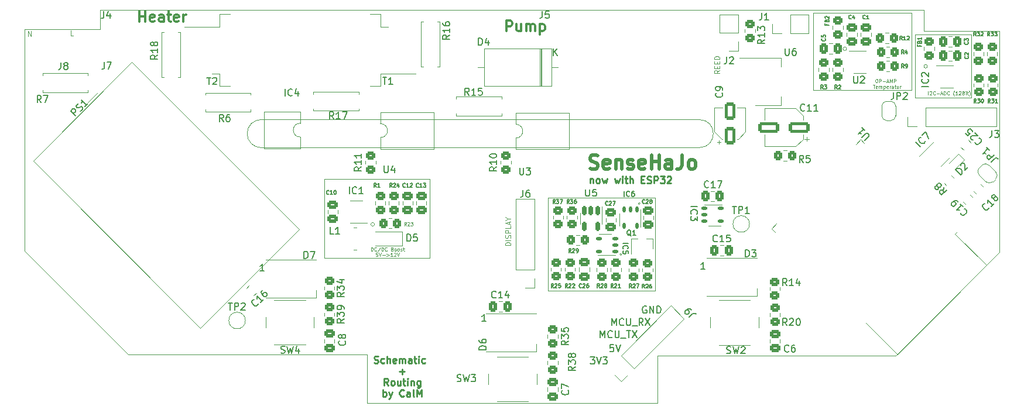
<source format=gto>
G04 #@! TF.GenerationSoftware,KiCad,Pcbnew,(6.0.2)*
G04 #@! TF.CreationDate,2023-01-14T17:30:24+01:00*
G04 #@! TF.ProjectId,SenseEHajo,53656e73-6545-4486-916a-6f2e6b696361,rev?*
G04 #@! TF.SameCoordinates,Original*
G04 #@! TF.FileFunction,Legend,Top*
G04 #@! TF.FilePolarity,Positive*
%FSLAX46Y46*%
G04 Gerber Fmt 4.6, Leading zero omitted, Abs format (unit mm)*
G04 Created by KiCad (PCBNEW (6.0.2)) date 2023-01-14 17:30:24*
%MOMM*%
%LPD*%
G01*
G04 APERTURE LIST*
G04 Aperture macros list*
%AMRoundRect*
0 Rectangle with rounded corners*
0 $1 Rounding radius*
0 $2 $3 $4 $5 $6 $7 $8 $9 X,Y pos of 4 corners*
0 Add a 4 corners polygon primitive as box body*
4,1,4,$2,$3,$4,$5,$6,$7,$8,$9,$2,$3,0*
0 Add four circle primitives for the rounded corners*
1,1,$1+$1,$2,$3*
1,1,$1+$1,$4,$5*
1,1,$1+$1,$6,$7*
1,1,$1+$1,$8,$9*
0 Add four rect primitives between the rounded corners*
20,1,$1+$1,$2,$3,$4,$5,0*
20,1,$1+$1,$4,$5,$6,$7,0*
20,1,$1+$1,$6,$7,$8,$9,0*
20,1,$1+$1,$8,$9,$2,$3,0*%
%AMHorizOval*
0 Thick line with rounded ends*
0 $1 width*
0 $2 $3 position (X,Y) of the first rounded end (center of the circle)*
0 $4 $5 position (X,Y) of the second rounded end (center of the circle)*
0 Add line between two ends*
20,1,$1,$2,$3,$4,$5,0*
0 Add two circle primitives to create the rounded ends*
1,1,$1,$2,$3*
1,1,$1,$4,$5*%
%AMRotRect*
0 Rectangle, with rotation*
0 The origin of the aperture is its center*
0 $1 length*
0 $2 width*
0 $3 Rotation angle, in degrees counterclockwise*
0 Add horizontal line*
21,1,$1,$2,0,0,$3*%
%AMFreePoly0*
4,1,22,0.499999,-0.750000,0.000000,-0.750000,0.000000,-0.745033,-0.079941,-0.743568,-0.215256,-0.701293,-0.333266,-0.622738,-0.424486,-0.514219,-0.481581,-0.384460,-0.499164,-0.250000,-0.500000,-0.250000,-0.500000,0.250000,-0.499164,0.250000,-0.499963,0.256109,-0.478152,0.396186,-0.417904,0.524511,-0.324060,0.630769,-0.204165,0.706417,-0.067858,0.745374,0.000000,0.744960,0.000000,0.750000,
0.499999,0.750000,0.499999,-0.750000,0.499999,-0.750000,$1*%
%AMFreePoly1*
4,1,20,0.000000,0.744960,0.073905,0.744508,0.209726,0.703889,0.328688,0.626782,0.421226,0.519385,0.479903,0.390333,0.500000,0.250000,0.500000,-0.250000,0.499851,-0.262216,0.476331,-0.402017,0.414519,-0.529596,0.319384,-0.634700,0.198574,-0.708877,0.061801,-0.746166,0.000000,-0.745033,0.000000,-0.750000,-0.499999,-0.750000,-0.499999,0.750000,0.000000,0.750000,0.000000,0.744960,
0.000000,0.744960,$1*%
G04 Aperture macros list end*
%ADD10C,0.120000*%
G04 #@! TA.AperFunction,Profile*
%ADD11C,0.050000*%
G04 #@! TD*
%ADD12C,0.125000*%
%ADD13C,0.250000*%
%ADD14C,0.100000*%
%ADD15C,0.300000*%
%ADD16C,0.150000*%
%ADD17C,0.500000*%
%ADD18C,0.137500*%
%ADD19C,2.100000*%
%ADD20C,4.700000*%
%ADD21C,3.100000*%
%ADD22RotRect,2.300000X2.000000X315.000000*%
%ADD23C,2.300000*%
%ADD24RoundRect,0.150000X-0.150000X0.512500X-0.150000X-0.512500X0.150000X-0.512500X0.150000X0.512500X0*%
%ADD25RotRect,3.000000X0.900000X225.000000*%
%ADD26RotRect,3.000000X0.900000X315.000000*%
%ADD27RotRect,6.000000X6.000000X225.000000*%
%ADD28RoundRect,0.250000X0.475000X-0.337500X0.475000X0.337500X-0.475000X0.337500X-0.475000X-0.337500X0*%
%ADD29RoundRect,0.250000X-0.337500X-0.475000X0.337500X-0.475000X0.337500X0.475000X-0.337500X0.475000X0*%
%ADD30RoundRect,0.250000X0.337500X0.475000X-0.337500X0.475000X-0.337500X-0.475000X0.337500X-0.475000X0*%
%ADD31RoundRect,0.250000X0.550000X-1.050000X0.550000X1.050000X-0.550000X1.050000X-0.550000X-1.050000X0*%
%ADD32RoundRect,0.250000X1.250000X0.550000X-1.250000X0.550000X-1.250000X-0.550000X1.250000X-0.550000X0*%
%ADD33RoundRect,0.250000X-0.097227X0.574524X-0.574524X0.097227X0.097227X-0.574524X0.574524X-0.097227X0*%
%ADD34R,3.200000X3.200000*%
%ADD35O,3.200000X3.200000*%
%ADD36RoundRect,0.250000X-0.450000X0.350000X-0.450000X-0.350000X0.450000X-0.350000X0.450000X0.350000X0*%
%ADD37R,1.560000X0.650000*%
%ADD38RoundRect,0.137500X-0.262500X-0.137500X0.262500X-0.137500X0.262500X0.137500X-0.262500X0.137500X0*%
%ADD39RotRect,1.700000X1.700000X135.000000*%
%ADD40HorizOval,1.700000X0.000000X0.000000X0.000000X0.000000X0*%
%ADD41R,1.300000X3.400000*%
%ADD42R,0.800000X0.900000*%
%ADD43RoundRect,0.250000X0.450000X-0.350000X0.450000X0.350000X-0.450000X0.350000X-0.450000X-0.350000X0*%
%ADD44RoundRect,0.250000X0.350000X0.450000X-0.350000X0.450000X-0.350000X-0.450000X0.350000X-0.450000X0*%
%ADD45C,1.600000*%
%ADD46O,1.600000X1.600000*%
%ADD47RoundRect,0.250000X-0.350000X-0.450000X0.350000X-0.450000X0.350000X0.450000X-0.350000X0.450000X0*%
%ADD48R,4.600000X1.100000*%
%ADD49R,9.400000X10.800000*%
%ADD50R,1.060000X0.650000*%
%ADD51R,1.600000X1.600000*%
%ADD52R,2.000000X1.500000*%
%ADD53R,2.000000X3.800000*%
%ADD54R,1.700000X1.700000*%
%ADD55O,1.700000X1.700000*%
%ADD56C,2.000000*%
%ADD57RoundRect,0.250000X0.574524X0.097227X0.097227X0.574524X-0.574524X-0.097227X-0.097227X-0.574524X0*%
%ADD58R,0.900000X1.200000*%
%ADD59FreePoly0,135.000000*%
%ADD60FreePoly1,135.000000*%
%ADD61RotRect,1.560000X0.650000X45.000000*%
%ADD62R,1.500000X1.000000*%
%ADD63RoundRect,0.137500X0.262500X0.137500X-0.262500X0.137500X-0.262500X-0.137500X0.262500X-0.137500X0*%
%ADD64RoundRect,0.137500X-0.137500X0.262500X-0.137500X-0.262500X0.137500X-0.262500X0.137500X0.262500X0*%
%ADD65RotRect,0.600000X0.700000X45.000000*%
%ADD66RoundRect,0.250000X-0.574524X-0.097227X-0.097227X-0.574524X0.574524X0.097227X0.097227X0.574524X0*%
%ADD67FreePoly0,270.000000*%
%ADD68FreePoly1,270.000000*%
%ADD69RoundRect,0.250000X0.565685X0.070711X0.070711X0.565685X-0.565685X-0.070711X-0.070711X-0.565685X0*%
G04 APERTURE END LIST*
D10*
X98806000Y-47498000D02*
X114300000Y-47498000D01*
X114300000Y-47498000D02*
X114300000Y-60960000D01*
X114300000Y-60960000D02*
X98806000Y-60960000D01*
X98806000Y-60960000D02*
X98806000Y-47498000D01*
X137160000Y-20785000D02*
X151384000Y-20785000D01*
X151384000Y-20785000D02*
X151384000Y-31961000D01*
X151384000Y-31961000D02*
X137160000Y-31961000D01*
X137160000Y-31961000D02*
X137160000Y-20785000D01*
X73712067Y-51358800D02*
G75*
G03*
X73712067Y-51358800I-255267J0D01*
G01*
X153671267Y-28480000D02*
G75*
G03*
X153671267Y-28480000I-255267J0D01*
G01*
X151892000Y-23908000D02*
X160020000Y-23908000D01*
X160020000Y-23908000D02*
X160020000Y-33052000D01*
X160020000Y-33052000D02*
X151892000Y-33052000D01*
X151892000Y-33052000D02*
X151892000Y-23908000D01*
X81686400Y-44780200D02*
X66446400Y-44780200D01*
X66446400Y-44780200D02*
X66446400Y-56261000D01*
X66446400Y-56261000D02*
X81686400Y-56261000D01*
X81686400Y-56261000D02*
X81686400Y-44780200D01*
X141987267Y-25951000D02*
G75*
G03*
X141987267Y-25951000I-255267J0D01*
G01*
X112141800Y-48325200D02*
G75*
G03*
X112141800Y-48325200I-143684J0D01*
G01*
X109491484Y-55691200D02*
G75*
G03*
X109491484Y-55691200I-143684J0D01*
G01*
D11*
X23114000Y-55245000D02*
X23114000Y-23114000D01*
X57353200Y-36195000D02*
X76708000Y-36195000D01*
X76708000Y-40259000D02*
X57353200Y-40259000D01*
X120675400Y-40259000D02*
G75*
G03*
X120675400Y-36195000I0J2032000D01*
G01*
X164084000Y-49276000D02*
X164084000Y-55372000D01*
X112420400Y-36195000D02*
X76708000Y-36195000D01*
X76708000Y-40259000D02*
X120675400Y-40259000D01*
X118643400Y-20320000D02*
X153162000Y-20320000D01*
X112420400Y-36195000D02*
X120675400Y-36195000D01*
X114579400Y-20345400D02*
X118668800Y-20345400D01*
X118668800Y-20345400D02*
X118643400Y-20320000D01*
X34036000Y-23114000D02*
X34036000Y-20320000D01*
X164084000Y-23368000D02*
X164084000Y-30988000D01*
X153162000Y-20320000D02*
X153162000Y-23368000D01*
X114681000Y-77216000D02*
X72644000Y-77216000D01*
X114579400Y-20345400D02*
X34036000Y-20320000D01*
X57353200Y-36195000D02*
G75*
G03*
X57353200Y-40259000I-25401J-2032000D01*
G01*
X38100000Y-70231000D02*
X46761400Y-70231000D01*
X114681000Y-70358000D02*
X114681000Y-77216000D01*
X46761400Y-70231000D02*
X49072800Y-70231000D01*
X38100000Y-70231000D02*
X23114000Y-55245000D01*
X153162000Y-23368000D02*
X164084000Y-23368000D01*
X149098000Y-70358000D02*
X114681000Y-70358000D01*
X72644000Y-77216000D02*
X72644000Y-70231000D01*
X164084000Y-30988000D02*
X164084000Y-49276000D01*
X72644000Y-70231000D02*
X49072800Y-70231000D01*
X164084000Y-55372000D02*
X149098000Y-70358000D01*
X23114000Y-23114000D02*
X34036000Y-23114000D01*
D12*
X73209447Y-55196090D02*
X73209447Y-54696090D01*
X73328495Y-54696090D01*
X73399923Y-54719900D01*
X73447542Y-54767519D01*
X73471352Y-54815138D01*
X73495161Y-54910376D01*
X73495161Y-54981804D01*
X73471352Y-55077042D01*
X73447542Y-55124661D01*
X73399923Y-55172280D01*
X73328495Y-55196090D01*
X73209447Y-55196090D01*
X73995161Y-55148471D02*
X73971352Y-55172280D01*
X73899923Y-55196090D01*
X73852304Y-55196090D01*
X73780876Y-55172280D01*
X73733257Y-55124661D01*
X73709447Y-55077042D01*
X73685638Y-54981804D01*
X73685638Y-54910376D01*
X73709447Y-54815138D01*
X73733257Y-54767519D01*
X73780876Y-54719900D01*
X73852304Y-54696090D01*
X73899923Y-54696090D01*
X73971352Y-54719900D01*
X73995161Y-54743709D01*
X74566590Y-54672280D02*
X74138019Y-55315138D01*
X74733257Y-55196090D02*
X74733257Y-54696090D01*
X74852304Y-54696090D01*
X74923733Y-54719900D01*
X74971352Y-54767519D01*
X74995161Y-54815138D01*
X75018971Y-54910376D01*
X75018971Y-54981804D01*
X74995161Y-55077042D01*
X74971352Y-55124661D01*
X74923733Y-55172280D01*
X74852304Y-55196090D01*
X74733257Y-55196090D01*
X75518971Y-55148471D02*
X75495161Y-55172280D01*
X75423733Y-55196090D01*
X75376114Y-55196090D01*
X75304685Y-55172280D01*
X75257066Y-55124661D01*
X75233257Y-55077042D01*
X75209447Y-54981804D01*
X75209447Y-54910376D01*
X75233257Y-54815138D01*
X75257066Y-54767519D01*
X75304685Y-54719900D01*
X75376114Y-54696090D01*
X75423733Y-54696090D01*
X75495161Y-54719900D01*
X75518971Y-54743709D01*
X76280876Y-54934185D02*
X76352304Y-54957995D01*
X76376114Y-54981804D01*
X76399923Y-55029423D01*
X76399923Y-55100852D01*
X76376114Y-55148471D01*
X76352304Y-55172280D01*
X76304685Y-55196090D01*
X76114209Y-55196090D01*
X76114209Y-54696090D01*
X76280876Y-54696090D01*
X76328495Y-54719900D01*
X76352304Y-54743709D01*
X76376114Y-54791328D01*
X76376114Y-54838947D01*
X76352304Y-54886566D01*
X76328495Y-54910376D01*
X76280876Y-54934185D01*
X76114209Y-54934185D01*
X76685638Y-55196090D02*
X76638019Y-55172280D01*
X76614209Y-55148471D01*
X76590400Y-55100852D01*
X76590400Y-54957995D01*
X76614209Y-54910376D01*
X76638019Y-54886566D01*
X76685638Y-54862757D01*
X76757066Y-54862757D01*
X76804685Y-54886566D01*
X76828495Y-54910376D01*
X76852304Y-54957995D01*
X76852304Y-55100852D01*
X76828495Y-55148471D01*
X76804685Y-55172280D01*
X76757066Y-55196090D01*
X76685638Y-55196090D01*
X77138019Y-55196090D02*
X77090400Y-55172280D01*
X77066590Y-55148471D01*
X77042780Y-55100852D01*
X77042780Y-54957995D01*
X77066590Y-54910376D01*
X77090400Y-54886566D01*
X77138019Y-54862757D01*
X77209447Y-54862757D01*
X77257066Y-54886566D01*
X77280876Y-54910376D01*
X77304685Y-54957995D01*
X77304685Y-55100852D01*
X77280876Y-55148471D01*
X77257066Y-55172280D01*
X77209447Y-55196090D01*
X77138019Y-55196090D01*
X77495161Y-55172280D02*
X77542780Y-55196090D01*
X77638019Y-55196090D01*
X77685638Y-55172280D01*
X77709447Y-55124661D01*
X77709447Y-55100852D01*
X77685638Y-55053233D01*
X77638019Y-55029423D01*
X77566590Y-55029423D01*
X77518971Y-55005614D01*
X77495161Y-54957995D01*
X77495161Y-54934185D01*
X77518971Y-54886566D01*
X77566590Y-54862757D01*
X77638019Y-54862757D01*
X77685638Y-54886566D01*
X77852304Y-54862757D02*
X78042780Y-54862757D01*
X77923733Y-54696090D02*
X77923733Y-55124661D01*
X77947542Y-55172280D01*
X77995161Y-55196090D01*
X78042780Y-55196090D01*
X74185638Y-55501090D02*
X73947542Y-55501090D01*
X73923733Y-55739185D01*
X73947542Y-55715376D01*
X73995161Y-55691566D01*
X74114209Y-55691566D01*
X74161828Y-55715376D01*
X74185638Y-55739185D01*
X74209447Y-55786804D01*
X74209447Y-55905852D01*
X74185638Y-55953471D01*
X74161828Y-55977280D01*
X74114209Y-56001090D01*
X73995161Y-56001090D01*
X73947542Y-55977280D01*
X73923733Y-55953471D01*
X74352304Y-55501090D02*
X74518971Y-56001090D01*
X74685638Y-55501090D01*
X74852304Y-55810614D02*
X75233257Y-55810614D01*
X75471352Y-55667757D02*
X75852304Y-55810614D01*
X75471352Y-55953471D01*
X76352304Y-56001090D02*
X76066590Y-56001090D01*
X76209447Y-56001090D02*
X76209447Y-55501090D01*
X76161828Y-55572519D01*
X76114209Y-55620138D01*
X76066590Y-55643947D01*
X76542780Y-55548709D02*
X76566590Y-55524900D01*
X76614209Y-55501090D01*
X76733257Y-55501090D01*
X76780876Y-55524900D01*
X76804685Y-55548709D01*
X76828495Y-55596328D01*
X76828495Y-55643947D01*
X76804685Y-55715376D01*
X76518971Y-56001090D01*
X76828495Y-56001090D01*
X76971352Y-55501090D02*
X77138019Y-56001090D01*
X77304685Y-55501090D01*
D13*
X104910666Y-44743714D02*
X104910666Y-45410380D01*
X104910666Y-44838952D02*
X104958285Y-44791333D01*
X105053523Y-44743714D01*
X105196380Y-44743714D01*
X105291619Y-44791333D01*
X105339238Y-44886571D01*
X105339238Y-45410380D01*
X105958285Y-45410380D02*
X105863047Y-45362761D01*
X105815428Y-45315142D01*
X105767809Y-45219904D01*
X105767809Y-44934190D01*
X105815428Y-44838952D01*
X105863047Y-44791333D01*
X105958285Y-44743714D01*
X106101142Y-44743714D01*
X106196380Y-44791333D01*
X106244000Y-44838952D01*
X106291619Y-44934190D01*
X106291619Y-45219904D01*
X106244000Y-45315142D01*
X106196380Y-45362761D01*
X106101142Y-45410380D01*
X105958285Y-45410380D01*
X106624952Y-44743714D02*
X106815428Y-45410380D01*
X107005904Y-44934190D01*
X107196380Y-45410380D01*
X107386857Y-44743714D01*
X108434476Y-44743714D02*
X108624952Y-45410380D01*
X108815428Y-44934190D01*
X109005904Y-45410380D01*
X109196380Y-44743714D01*
X109577333Y-45410380D02*
X109577333Y-44743714D01*
X109577333Y-44410380D02*
X109529714Y-44458000D01*
X109577333Y-44505619D01*
X109624952Y-44458000D01*
X109577333Y-44410380D01*
X109577333Y-44505619D01*
X109910666Y-44743714D02*
X110291619Y-44743714D01*
X110053523Y-44410380D02*
X110053523Y-45267523D01*
X110101142Y-45362761D01*
X110196380Y-45410380D01*
X110291619Y-45410380D01*
X110624952Y-45410380D02*
X110624952Y-44410380D01*
X111053523Y-45410380D02*
X111053523Y-44886571D01*
X111005904Y-44791333D01*
X110910666Y-44743714D01*
X110767809Y-44743714D01*
X110672571Y-44791333D01*
X110624952Y-44838952D01*
X112291619Y-44886571D02*
X112624952Y-44886571D01*
X112767809Y-45410380D02*
X112291619Y-45410380D01*
X112291619Y-44410380D01*
X112767809Y-44410380D01*
X113148761Y-45362761D02*
X113291619Y-45410380D01*
X113529714Y-45410380D01*
X113624952Y-45362761D01*
X113672571Y-45315142D01*
X113720190Y-45219904D01*
X113720190Y-45124666D01*
X113672571Y-45029428D01*
X113624952Y-44981809D01*
X113529714Y-44934190D01*
X113339238Y-44886571D01*
X113244000Y-44838952D01*
X113196380Y-44791333D01*
X113148761Y-44696095D01*
X113148761Y-44600857D01*
X113196380Y-44505619D01*
X113244000Y-44458000D01*
X113339238Y-44410380D01*
X113577333Y-44410380D01*
X113720190Y-44458000D01*
X114148761Y-45410380D02*
X114148761Y-44410380D01*
X114529714Y-44410380D01*
X114624952Y-44458000D01*
X114672571Y-44505619D01*
X114720190Y-44600857D01*
X114720190Y-44743714D01*
X114672571Y-44838952D01*
X114624952Y-44886571D01*
X114529714Y-44934190D01*
X114148761Y-44934190D01*
X115053523Y-44410380D02*
X115672571Y-44410380D01*
X115339238Y-44791333D01*
X115482095Y-44791333D01*
X115577333Y-44838952D01*
X115624952Y-44886571D01*
X115672571Y-44981809D01*
X115672571Y-45219904D01*
X115624952Y-45315142D01*
X115577333Y-45362761D01*
X115482095Y-45410380D01*
X115196380Y-45410380D01*
X115101142Y-45362761D01*
X115053523Y-45315142D01*
X116053523Y-44505619D02*
X116101142Y-44458000D01*
X116196380Y-44410380D01*
X116434476Y-44410380D01*
X116529714Y-44458000D01*
X116577333Y-44505619D01*
X116624952Y-44600857D01*
X116624952Y-44696095D01*
X116577333Y-44838952D01*
X116005904Y-45410380D01*
X116624952Y-45410380D01*
D14*
X23655228Y-24168104D02*
X23655228Y-23368104D01*
X24066657Y-24168104D01*
X24066657Y-23368104D01*
D15*
X92779400Y-23386171D02*
X92779400Y-21886171D01*
X93350828Y-21886171D01*
X93493685Y-21957600D01*
X93565114Y-22029028D01*
X93636542Y-22171885D01*
X93636542Y-22386171D01*
X93565114Y-22529028D01*
X93493685Y-22600457D01*
X93350828Y-22671885D01*
X92779400Y-22671885D01*
X94922257Y-22386171D02*
X94922257Y-23386171D01*
X94279400Y-22386171D02*
X94279400Y-23171885D01*
X94350828Y-23314742D01*
X94493685Y-23386171D01*
X94707971Y-23386171D01*
X94850828Y-23314742D01*
X94922257Y-23243314D01*
X95636542Y-23386171D02*
X95636542Y-22386171D01*
X95636542Y-22529028D02*
X95707971Y-22457600D01*
X95850828Y-22386171D01*
X96065114Y-22386171D01*
X96207971Y-22457600D01*
X96279400Y-22600457D01*
X96279400Y-23386171D01*
X96279400Y-22600457D02*
X96350828Y-22457600D01*
X96493685Y-22386171D01*
X96707971Y-22386171D01*
X96850828Y-22457600D01*
X96922257Y-22600457D01*
X96922257Y-23386171D01*
X97636542Y-22386171D02*
X97636542Y-23886171D01*
X97636542Y-22457600D02*
X97779400Y-22386171D01*
X98065114Y-22386171D01*
X98207971Y-22457600D01*
X98279400Y-22529028D01*
X98350828Y-22671885D01*
X98350828Y-23100457D01*
X98279400Y-23243314D01*
X98207971Y-23314742D01*
X98065114Y-23386171D01*
X97779400Y-23386171D01*
X97636542Y-23314742D01*
D16*
X104933904Y-70572380D02*
X105552952Y-70572380D01*
X105219619Y-70953333D01*
X105362476Y-70953333D01*
X105457714Y-71000952D01*
X105505333Y-71048571D01*
X105552952Y-71143809D01*
X105552952Y-71381904D01*
X105505333Y-71477142D01*
X105457714Y-71524761D01*
X105362476Y-71572380D01*
X105076761Y-71572380D01*
X104981523Y-71524761D01*
X104933904Y-71477142D01*
X105838666Y-70572380D02*
X106172000Y-71572380D01*
X106505333Y-70572380D01*
X106743428Y-70572380D02*
X107362476Y-70572380D01*
X107029142Y-70953333D01*
X107172000Y-70953333D01*
X107267238Y-71000952D01*
X107314857Y-71048571D01*
X107362476Y-71143809D01*
X107362476Y-71381904D01*
X107314857Y-71477142D01*
X107267238Y-71524761D01*
X107172000Y-71572380D01*
X106886285Y-71572380D01*
X106791047Y-71524761D01*
X106743428Y-71477142D01*
X106370761Y-67762380D02*
X106370761Y-66762380D01*
X106704095Y-67476666D01*
X107037428Y-66762380D01*
X107037428Y-67762380D01*
X108085047Y-67667142D02*
X108037428Y-67714761D01*
X107894571Y-67762380D01*
X107799333Y-67762380D01*
X107656476Y-67714761D01*
X107561238Y-67619523D01*
X107513619Y-67524285D01*
X107466000Y-67333809D01*
X107466000Y-67190952D01*
X107513619Y-67000476D01*
X107561238Y-66905238D01*
X107656476Y-66810000D01*
X107799333Y-66762380D01*
X107894571Y-66762380D01*
X108037428Y-66810000D01*
X108085047Y-66857619D01*
X108513619Y-66762380D02*
X108513619Y-67571904D01*
X108561238Y-67667142D01*
X108608857Y-67714761D01*
X108704095Y-67762380D01*
X108894571Y-67762380D01*
X108989809Y-67714761D01*
X109037428Y-67667142D01*
X109085047Y-67571904D01*
X109085047Y-66762380D01*
X109323142Y-67857619D02*
X110085047Y-67857619D01*
X110180285Y-66762380D02*
X110751714Y-66762380D01*
X110466000Y-67762380D02*
X110466000Y-66762380D01*
X110989809Y-66762380D02*
X111656476Y-67762380D01*
X111656476Y-66762380D02*
X110989809Y-67762380D01*
X108029714Y-65984380D02*
X108029714Y-64984380D01*
X108363047Y-65698666D01*
X108696380Y-64984380D01*
X108696380Y-65984380D01*
X109744000Y-65889142D02*
X109696380Y-65936761D01*
X109553523Y-65984380D01*
X109458285Y-65984380D01*
X109315428Y-65936761D01*
X109220190Y-65841523D01*
X109172571Y-65746285D01*
X109124952Y-65555809D01*
X109124952Y-65412952D01*
X109172571Y-65222476D01*
X109220190Y-65127238D01*
X109315428Y-65032000D01*
X109458285Y-64984380D01*
X109553523Y-64984380D01*
X109696380Y-65032000D01*
X109744000Y-65079619D01*
X110172571Y-64984380D02*
X110172571Y-65793904D01*
X110220190Y-65889142D01*
X110267809Y-65936761D01*
X110363047Y-65984380D01*
X110553523Y-65984380D01*
X110648761Y-65936761D01*
X110696380Y-65889142D01*
X110744000Y-65793904D01*
X110744000Y-64984380D01*
X110982095Y-66079619D02*
X111744000Y-66079619D01*
X112553523Y-65984380D02*
X112220190Y-65508190D01*
X111982095Y-65984380D02*
X111982095Y-64984380D01*
X112363047Y-64984380D01*
X112458285Y-65032000D01*
X112505904Y-65079619D01*
X112553523Y-65174857D01*
X112553523Y-65317714D01*
X112505904Y-65412952D01*
X112458285Y-65460571D01*
X112363047Y-65508190D01*
X111982095Y-65508190D01*
X112886857Y-64984380D02*
X113553523Y-65984380D01*
X113553523Y-64984380D02*
X112886857Y-65984380D01*
D13*
X73676380Y-71395761D02*
X73819238Y-71443380D01*
X74057333Y-71443380D01*
X74152571Y-71395761D01*
X74200190Y-71348142D01*
X74247809Y-71252904D01*
X74247809Y-71157666D01*
X74200190Y-71062428D01*
X74152571Y-71014809D01*
X74057333Y-70967190D01*
X73866857Y-70919571D01*
X73771619Y-70871952D01*
X73724000Y-70824333D01*
X73676380Y-70729095D01*
X73676380Y-70633857D01*
X73724000Y-70538619D01*
X73771619Y-70491000D01*
X73866857Y-70443380D01*
X74104952Y-70443380D01*
X74247809Y-70491000D01*
X75104952Y-71395761D02*
X75009714Y-71443380D01*
X74819238Y-71443380D01*
X74724000Y-71395761D01*
X74676380Y-71348142D01*
X74628761Y-71252904D01*
X74628761Y-70967190D01*
X74676380Y-70871952D01*
X74724000Y-70824333D01*
X74819238Y-70776714D01*
X75009714Y-70776714D01*
X75104952Y-70824333D01*
X75533523Y-71443380D02*
X75533523Y-70443380D01*
X75962095Y-71443380D02*
X75962095Y-70919571D01*
X75914476Y-70824333D01*
X75819238Y-70776714D01*
X75676380Y-70776714D01*
X75581142Y-70824333D01*
X75533523Y-70871952D01*
X76819238Y-71395761D02*
X76724000Y-71443380D01*
X76533523Y-71443380D01*
X76438285Y-71395761D01*
X76390666Y-71300523D01*
X76390666Y-70919571D01*
X76438285Y-70824333D01*
X76533523Y-70776714D01*
X76724000Y-70776714D01*
X76819238Y-70824333D01*
X76866857Y-70919571D01*
X76866857Y-71014809D01*
X76390666Y-71110047D01*
X77295428Y-71443380D02*
X77295428Y-70776714D01*
X77295428Y-70871952D02*
X77343047Y-70824333D01*
X77438285Y-70776714D01*
X77581142Y-70776714D01*
X77676380Y-70824333D01*
X77724000Y-70919571D01*
X77724000Y-71443380D01*
X77724000Y-70919571D02*
X77771619Y-70824333D01*
X77866857Y-70776714D01*
X78009714Y-70776714D01*
X78104952Y-70824333D01*
X78152571Y-70919571D01*
X78152571Y-71443380D01*
X79057333Y-71443380D02*
X79057333Y-70919571D01*
X79009714Y-70824333D01*
X78914476Y-70776714D01*
X78724000Y-70776714D01*
X78628761Y-70824333D01*
X79057333Y-71395761D02*
X78962095Y-71443380D01*
X78724000Y-71443380D01*
X78628761Y-71395761D01*
X78581142Y-71300523D01*
X78581142Y-71205285D01*
X78628761Y-71110047D01*
X78724000Y-71062428D01*
X78962095Y-71062428D01*
X79057333Y-71014809D01*
X79390666Y-70776714D02*
X79771619Y-70776714D01*
X79533523Y-70443380D02*
X79533523Y-71300523D01*
X79581142Y-71395761D01*
X79676380Y-71443380D01*
X79771619Y-71443380D01*
X80104952Y-71443380D02*
X80104952Y-70776714D01*
X80104952Y-70443380D02*
X80057333Y-70491000D01*
X80104952Y-70538619D01*
X80152571Y-70491000D01*
X80104952Y-70443380D01*
X80104952Y-70538619D01*
X81009714Y-71395761D02*
X80914476Y-71443380D01*
X80724000Y-71443380D01*
X80628761Y-71395761D01*
X80581142Y-71348142D01*
X80533523Y-71252904D01*
X80533523Y-70967190D01*
X80581142Y-70871952D01*
X80628761Y-70824333D01*
X80724000Y-70776714D01*
X80914476Y-70776714D01*
X81009714Y-70824333D01*
X77343047Y-72672428D02*
X78104952Y-72672428D01*
X77724000Y-73053380D02*
X77724000Y-72291476D01*
X75700190Y-74663380D02*
X75366857Y-74187190D01*
X75128761Y-74663380D02*
X75128761Y-73663380D01*
X75509714Y-73663380D01*
X75604952Y-73711000D01*
X75652571Y-73758619D01*
X75700190Y-73853857D01*
X75700190Y-73996714D01*
X75652571Y-74091952D01*
X75604952Y-74139571D01*
X75509714Y-74187190D01*
X75128761Y-74187190D01*
X76271619Y-74663380D02*
X76176380Y-74615761D01*
X76128761Y-74568142D01*
X76081142Y-74472904D01*
X76081142Y-74187190D01*
X76128761Y-74091952D01*
X76176380Y-74044333D01*
X76271619Y-73996714D01*
X76414476Y-73996714D01*
X76509714Y-74044333D01*
X76557333Y-74091952D01*
X76604952Y-74187190D01*
X76604952Y-74472904D01*
X76557333Y-74568142D01*
X76509714Y-74615761D01*
X76414476Y-74663380D01*
X76271619Y-74663380D01*
X77462095Y-73996714D02*
X77462095Y-74663380D01*
X77033523Y-73996714D02*
X77033523Y-74520523D01*
X77081142Y-74615761D01*
X77176380Y-74663380D01*
X77319238Y-74663380D01*
X77414476Y-74615761D01*
X77462095Y-74568142D01*
X77795428Y-73996714D02*
X78176380Y-73996714D01*
X77938285Y-73663380D02*
X77938285Y-74520523D01*
X77985904Y-74615761D01*
X78081142Y-74663380D01*
X78176380Y-74663380D01*
X78509714Y-74663380D02*
X78509714Y-73996714D01*
X78509714Y-73663380D02*
X78462095Y-73711000D01*
X78509714Y-73758619D01*
X78557333Y-73711000D01*
X78509714Y-73663380D01*
X78509714Y-73758619D01*
X78985904Y-73996714D02*
X78985904Y-74663380D01*
X78985904Y-74091952D02*
X79033523Y-74044333D01*
X79128761Y-73996714D01*
X79271619Y-73996714D01*
X79366857Y-74044333D01*
X79414476Y-74139571D01*
X79414476Y-74663380D01*
X80319238Y-73996714D02*
X80319238Y-74806238D01*
X80271619Y-74901476D01*
X80224000Y-74949095D01*
X80128761Y-74996714D01*
X79985904Y-74996714D01*
X79890666Y-74949095D01*
X80319238Y-74615761D02*
X80224000Y-74663380D01*
X80033523Y-74663380D01*
X79938285Y-74615761D01*
X79890666Y-74568142D01*
X79843047Y-74472904D01*
X79843047Y-74187190D01*
X79890666Y-74091952D01*
X79938285Y-74044333D01*
X80033523Y-73996714D01*
X80224000Y-73996714D01*
X80319238Y-74044333D01*
X74962095Y-76273380D02*
X74962095Y-75273380D01*
X74962095Y-75654333D02*
X75057333Y-75606714D01*
X75247809Y-75606714D01*
X75343047Y-75654333D01*
X75390666Y-75701952D01*
X75438285Y-75797190D01*
X75438285Y-76082904D01*
X75390666Y-76178142D01*
X75343047Y-76225761D01*
X75247809Y-76273380D01*
X75057333Y-76273380D01*
X74962095Y-76225761D01*
X75771619Y-75606714D02*
X76009714Y-76273380D01*
X76247809Y-75606714D02*
X76009714Y-76273380D01*
X75914476Y-76511476D01*
X75866857Y-76559095D01*
X75771619Y-76606714D01*
X77962095Y-76178142D02*
X77914476Y-76225761D01*
X77771619Y-76273380D01*
X77676380Y-76273380D01*
X77533523Y-76225761D01*
X77438285Y-76130523D01*
X77390666Y-76035285D01*
X77343047Y-75844809D01*
X77343047Y-75701952D01*
X77390666Y-75511476D01*
X77438285Y-75416238D01*
X77533523Y-75321000D01*
X77676380Y-75273380D01*
X77771619Y-75273380D01*
X77914476Y-75321000D01*
X77962095Y-75368619D01*
X78819238Y-76273380D02*
X78819238Y-75749571D01*
X78771619Y-75654333D01*
X78676380Y-75606714D01*
X78485904Y-75606714D01*
X78390666Y-75654333D01*
X78819238Y-76225761D02*
X78724000Y-76273380D01*
X78485904Y-76273380D01*
X78390666Y-76225761D01*
X78343047Y-76130523D01*
X78343047Y-76035285D01*
X78390666Y-75940047D01*
X78485904Y-75892428D01*
X78724000Y-75892428D01*
X78819238Y-75844809D01*
X79438285Y-76273380D02*
X79343047Y-76225761D01*
X79295428Y-76130523D01*
X79295428Y-75273380D01*
X79819238Y-76273380D02*
X79819238Y-75273380D01*
X80152571Y-75987666D01*
X80485904Y-75273380D01*
X80485904Y-76273380D01*
D14*
X123659904Y-29070142D02*
X123278952Y-29310142D01*
X123659904Y-29481571D02*
X122859904Y-29481571D01*
X122859904Y-29207285D01*
X122898000Y-29138714D01*
X122936095Y-29104428D01*
X123012285Y-29070142D01*
X123126571Y-29070142D01*
X123202761Y-29104428D01*
X123240857Y-29138714D01*
X123278952Y-29207285D01*
X123278952Y-29481571D01*
X123240857Y-28761571D02*
X123240857Y-28521571D01*
X123659904Y-28418714D02*
X123659904Y-28761571D01*
X122859904Y-28761571D01*
X122859904Y-28418714D01*
X123240857Y-28110142D02*
X123240857Y-27870142D01*
X123659904Y-27767285D02*
X123659904Y-28110142D01*
X122859904Y-28110142D01*
X122859904Y-27767285D01*
X123659904Y-27458714D02*
X122859904Y-27458714D01*
X122859904Y-27287285D01*
X122898000Y-27184428D01*
X122974190Y-27115857D01*
X123050380Y-27081571D01*
X123202761Y-27047285D01*
X123317047Y-27047285D01*
X123469428Y-27081571D01*
X123545619Y-27115857D01*
X123621809Y-27184428D01*
X123659904Y-27287285D01*
X123659904Y-27458714D01*
X30144885Y-24091904D02*
X29802028Y-24091904D01*
X29802028Y-23291904D01*
D12*
X153795790Y-32611190D02*
X153795790Y-32111190D01*
X154010076Y-32158809D02*
X154033885Y-32135000D01*
X154081504Y-32111190D01*
X154200552Y-32111190D01*
X154248171Y-32135000D01*
X154271980Y-32158809D01*
X154295790Y-32206428D01*
X154295790Y-32254047D01*
X154271980Y-32325476D01*
X153986266Y-32611190D01*
X154295790Y-32611190D01*
X154795790Y-32563571D02*
X154771980Y-32587380D01*
X154700552Y-32611190D01*
X154652933Y-32611190D01*
X154581504Y-32587380D01*
X154533885Y-32539761D01*
X154510076Y-32492142D01*
X154486266Y-32396904D01*
X154486266Y-32325476D01*
X154510076Y-32230238D01*
X154533885Y-32182619D01*
X154581504Y-32135000D01*
X154652933Y-32111190D01*
X154700552Y-32111190D01*
X154771980Y-32135000D01*
X154795790Y-32158809D01*
X155010076Y-32420714D02*
X155391028Y-32420714D01*
X155605314Y-32468333D02*
X155843409Y-32468333D01*
X155557695Y-32611190D02*
X155724361Y-32111190D01*
X155891028Y-32611190D01*
X156057695Y-32611190D02*
X156057695Y-32111190D01*
X156176742Y-32111190D01*
X156248171Y-32135000D01*
X156295790Y-32182619D01*
X156319600Y-32230238D01*
X156343409Y-32325476D01*
X156343409Y-32396904D01*
X156319600Y-32492142D01*
X156295790Y-32539761D01*
X156248171Y-32587380D01*
X156176742Y-32611190D01*
X156057695Y-32611190D01*
X156843409Y-32563571D02*
X156819600Y-32587380D01*
X156748171Y-32611190D01*
X156700552Y-32611190D01*
X156629123Y-32587380D01*
X156581504Y-32539761D01*
X156557695Y-32492142D01*
X156533885Y-32396904D01*
X156533885Y-32325476D01*
X156557695Y-32230238D01*
X156581504Y-32182619D01*
X156629123Y-32135000D01*
X156700552Y-32111190D01*
X156748171Y-32111190D01*
X156819600Y-32135000D01*
X156843409Y-32158809D01*
X157581504Y-32801666D02*
X157557695Y-32777857D01*
X157510076Y-32706428D01*
X157486266Y-32658809D01*
X157462457Y-32587380D01*
X157438647Y-32468333D01*
X157438647Y-32373095D01*
X157462457Y-32254047D01*
X157486266Y-32182619D01*
X157510076Y-32135000D01*
X157557695Y-32063571D01*
X157581504Y-32039761D01*
X158033885Y-32611190D02*
X157748171Y-32611190D01*
X157891028Y-32611190D02*
X157891028Y-32111190D01*
X157843409Y-32182619D01*
X157795790Y-32230238D01*
X157748171Y-32254047D01*
X158224361Y-32158809D02*
X158248171Y-32135000D01*
X158295790Y-32111190D01*
X158414838Y-32111190D01*
X158462457Y-32135000D01*
X158486266Y-32158809D01*
X158510076Y-32206428D01*
X158510076Y-32254047D01*
X158486266Y-32325476D01*
X158200552Y-32611190D01*
X158510076Y-32611190D01*
X158891028Y-32349285D02*
X158962457Y-32373095D01*
X158986266Y-32396904D01*
X159010076Y-32444523D01*
X159010076Y-32515952D01*
X158986266Y-32563571D01*
X158962457Y-32587380D01*
X158914838Y-32611190D01*
X158724361Y-32611190D01*
X158724361Y-32111190D01*
X158891028Y-32111190D01*
X158938647Y-32135000D01*
X158962457Y-32158809D01*
X158986266Y-32206428D01*
X158986266Y-32254047D01*
X158962457Y-32301666D01*
X158938647Y-32325476D01*
X158891028Y-32349285D01*
X158724361Y-32349285D01*
X159224361Y-32611190D02*
X159224361Y-32277857D01*
X159224361Y-32111190D02*
X159200552Y-32135000D01*
X159224361Y-32158809D01*
X159248171Y-32135000D01*
X159224361Y-32111190D01*
X159224361Y-32158809D01*
X159391028Y-32277857D02*
X159581504Y-32277857D01*
X159462457Y-32111190D02*
X159462457Y-32539761D01*
X159486266Y-32587380D01*
X159533885Y-32611190D01*
X159581504Y-32611190D01*
X159700552Y-32801666D02*
X159724361Y-32777857D01*
X159771980Y-32706428D01*
X159795790Y-32658809D01*
X159819600Y-32587380D01*
X159843409Y-32468333D01*
X159843409Y-32373095D01*
X159819600Y-32254047D01*
X159795790Y-32182619D01*
X159771980Y-32135000D01*
X159724361Y-32063571D01*
X159700552Y-32039761D01*
D15*
X39741885Y-22014571D02*
X39741885Y-20514571D01*
X39741885Y-21228857D02*
X40599028Y-21228857D01*
X40599028Y-22014571D02*
X40599028Y-20514571D01*
X41884742Y-21943142D02*
X41741885Y-22014571D01*
X41456171Y-22014571D01*
X41313314Y-21943142D01*
X41241885Y-21800285D01*
X41241885Y-21228857D01*
X41313314Y-21086000D01*
X41456171Y-21014571D01*
X41741885Y-21014571D01*
X41884742Y-21086000D01*
X41956171Y-21228857D01*
X41956171Y-21371714D01*
X41241885Y-21514571D01*
X43241885Y-22014571D02*
X43241885Y-21228857D01*
X43170457Y-21086000D01*
X43027600Y-21014571D01*
X42741885Y-21014571D01*
X42599028Y-21086000D01*
X43241885Y-21943142D02*
X43099028Y-22014571D01*
X42741885Y-22014571D01*
X42599028Y-21943142D01*
X42527600Y-21800285D01*
X42527600Y-21657428D01*
X42599028Y-21514571D01*
X42741885Y-21443142D01*
X43099028Y-21443142D01*
X43241885Y-21371714D01*
X43741885Y-21014571D02*
X44313314Y-21014571D01*
X43956171Y-20514571D02*
X43956171Y-21800285D01*
X44027600Y-21943142D01*
X44170457Y-22014571D01*
X44313314Y-22014571D01*
X45384742Y-21943142D02*
X45241885Y-22014571D01*
X44956171Y-22014571D01*
X44813314Y-21943142D01*
X44741885Y-21800285D01*
X44741885Y-21228857D01*
X44813314Y-21086000D01*
X44956171Y-21014571D01*
X45241885Y-21014571D01*
X45384742Y-21086000D01*
X45456171Y-21228857D01*
X45456171Y-21371714D01*
X44741885Y-21514571D01*
X46099028Y-22014571D02*
X46099028Y-21014571D01*
X46099028Y-21300285D02*
X46170457Y-21157428D01*
X46241885Y-21086000D01*
X46384742Y-21014571D01*
X46527600Y-21014571D01*
D14*
X93433904Y-54373571D02*
X92633904Y-54373571D01*
X92633904Y-54202142D01*
X92672000Y-54099285D01*
X92748190Y-54030714D01*
X92824380Y-53996428D01*
X92976761Y-53962142D01*
X93091047Y-53962142D01*
X93243428Y-53996428D01*
X93319619Y-54030714D01*
X93395809Y-54099285D01*
X93433904Y-54202142D01*
X93433904Y-54373571D01*
X93433904Y-53653571D02*
X92633904Y-53653571D01*
X93395809Y-53345000D02*
X93433904Y-53242142D01*
X93433904Y-53070714D01*
X93395809Y-53002142D01*
X93357714Y-52967857D01*
X93281523Y-52933571D01*
X93205333Y-52933571D01*
X93129142Y-52967857D01*
X93091047Y-53002142D01*
X93052952Y-53070714D01*
X93014857Y-53207857D01*
X92976761Y-53276428D01*
X92938666Y-53310714D01*
X92862476Y-53345000D01*
X92786285Y-53345000D01*
X92710095Y-53310714D01*
X92672000Y-53276428D01*
X92633904Y-53207857D01*
X92633904Y-53036428D01*
X92672000Y-52933571D01*
X93433904Y-52625000D02*
X92633904Y-52625000D01*
X92633904Y-52350714D01*
X92672000Y-52282142D01*
X92710095Y-52247857D01*
X92786285Y-52213571D01*
X92900571Y-52213571D01*
X92976761Y-52247857D01*
X93014857Y-52282142D01*
X93052952Y-52350714D01*
X93052952Y-52625000D01*
X93433904Y-51562142D02*
X93433904Y-51905000D01*
X92633904Y-51905000D01*
X93205333Y-51356428D02*
X93205333Y-51013571D01*
X93433904Y-51425000D02*
X92633904Y-51185000D01*
X93433904Y-50945000D01*
X93052952Y-50567857D02*
X93433904Y-50567857D01*
X92633904Y-50807857D02*
X93052952Y-50567857D01*
X92633904Y-50327857D01*
D16*
X113030095Y-63254000D02*
X112934857Y-63206380D01*
X112792000Y-63206380D01*
X112649142Y-63254000D01*
X112553904Y-63349238D01*
X112506285Y-63444476D01*
X112458666Y-63634952D01*
X112458666Y-63777809D01*
X112506285Y-63968285D01*
X112553904Y-64063523D01*
X112649142Y-64158761D01*
X112792000Y-64206380D01*
X112887238Y-64206380D01*
X113030095Y-64158761D01*
X113077714Y-64111142D01*
X113077714Y-63777809D01*
X112887238Y-63777809D01*
X113506285Y-64206380D02*
X113506285Y-63206380D01*
X114077714Y-64206380D01*
X114077714Y-63206380D01*
X114553904Y-64206380D02*
X114553904Y-63206380D01*
X114792000Y-63206380D01*
X114934857Y-63254000D01*
X115030095Y-63349238D01*
X115077714Y-63444476D01*
X115125333Y-63634952D01*
X115125333Y-63777809D01*
X115077714Y-63968285D01*
X115030095Y-64063523D01*
X114934857Y-64158761D01*
X114792000Y-64206380D01*
X114553904Y-64206380D01*
D17*
X104902952Y-43243523D02*
X105188666Y-43338761D01*
X105664857Y-43338761D01*
X105855333Y-43243523D01*
X105950571Y-43148285D01*
X106045809Y-42957809D01*
X106045809Y-42767333D01*
X105950571Y-42576857D01*
X105855333Y-42481619D01*
X105664857Y-42386380D01*
X105283904Y-42291142D01*
X105093428Y-42195904D01*
X104998190Y-42100666D01*
X104902952Y-41910190D01*
X104902952Y-41719714D01*
X104998190Y-41529238D01*
X105093428Y-41434000D01*
X105283904Y-41338761D01*
X105760095Y-41338761D01*
X106045809Y-41434000D01*
X107664857Y-43243523D02*
X107474380Y-43338761D01*
X107093428Y-43338761D01*
X106902952Y-43243523D01*
X106807714Y-43053047D01*
X106807714Y-42291142D01*
X106902952Y-42100666D01*
X107093428Y-42005428D01*
X107474380Y-42005428D01*
X107664857Y-42100666D01*
X107760095Y-42291142D01*
X107760095Y-42481619D01*
X106807714Y-42672095D01*
X108617238Y-42005428D02*
X108617238Y-43338761D01*
X108617238Y-42195904D02*
X108712476Y-42100666D01*
X108902952Y-42005428D01*
X109188666Y-42005428D01*
X109379142Y-42100666D01*
X109474380Y-42291142D01*
X109474380Y-43338761D01*
X110331523Y-43243523D02*
X110522000Y-43338761D01*
X110902952Y-43338761D01*
X111093428Y-43243523D01*
X111188666Y-43053047D01*
X111188666Y-42957809D01*
X111093428Y-42767333D01*
X110902952Y-42672095D01*
X110617238Y-42672095D01*
X110426761Y-42576857D01*
X110331523Y-42386380D01*
X110331523Y-42291142D01*
X110426761Y-42100666D01*
X110617238Y-42005428D01*
X110902952Y-42005428D01*
X111093428Y-42100666D01*
X112807714Y-43243523D02*
X112617238Y-43338761D01*
X112236285Y-43338761D01*
X112045809Y-43243523D01*
X111950571Y-43053047D01*
X111950571Y-42291142D01*
X112045809Y-42100666D01*
X112236285Y-42005428D01*
X112617238Y-42005428D01*
X112807714Y-42100666D01*
X112902952Y-42291142D01*
X112902952Y-42481619D01*
X111950571Y-42672095D01*
X113760095Y-43338761D02*
X113760095Y-41338761D01*
X113760095Y-42291142D02*
X114902952Y-42291142D01*
X114902952Y-43338761D02*
X114902952Y-41338761D01*
X116712476Y-43338761D02*
X116712476Y-42291142D01*
X116617238Y-42100666D01*
X116426761Y-42005428D01*
X116045809Y-42005428D01*
X115855333Y-42100666D01*
X116712476Y-43243523D02*
X116522000Y-43338761D01*
X116045809Y-43338761D01*
X115855333Y-43243523D01*
X115760095Y-43053047D01*
X115760095Y-42862571D01*
X115855333Y-42672095D01*
X116045809Y-42576857D01*
X116522000Y-42576857D01*
X116712476Y-42481619D01*
X118236285Y-41338761D02*
X118236285Y-42767333D01*
X118141047Y-43053047D01*
X117950571Y-43243523D01*
X117664857Y-43338761D01*
X117474380Y-43338761D01*
X119474380Y-43338761D02*
X119283904Y-43243523D01*
X119188666Y-43148285D01*
X119093428Y-42957809D01*
X119093428Y-42386380D01*
X119188666Y-42195904D01*
X119283904Y-42100666D01*
X119474380Y-42005428D01*
X119760095Y-42005428D01*
X119950571Y-42100666D01*
X120045809Y-42195904D01*
X120141047Y-42386380D01*
X120141047Y-42957809D01*
X120045809Y-43148285D01*
X119950571Y-43243523D01*
X119760095Y-43338761D01*
X119474380Y-43338761D01*
D12*
X146280380Y-30354690D02*
X146375619Y-30354690D01*
X146423238Y-30378500D01*
X146470857Y-30426119D01*
X146494666Y-30521357D01*
X146494666Y-30688023D01*
X146470857Y-30783261D01*
X146423238Y-30830880D01*
X146375619Y-30854690D01*
X146280380Y-30854690D01*
X146232761Y-30830880D01*
X146185142Y-30783261D01*
X146161333Y-30688023D01*
X146161333Y-30521357D01*
X146185142Y-30426119D01*
X146232761Y-30378500D01*
X146280380Y-30354690D01*
X146708952Y-30854690D02*
X146708952Y-30354690D01*
X146899428Y-30354690D01*
X146947047Y-30378500D01*
X146970857Y-30402309D01*
X146994666Y-30449928D01*
X146994666Y-30521357D01*
X146970857Y-30568976D01*
X146947047Y-30592785D01*
X146899428Y-30616595D01*
X146708952Y-30616595D01*
X147208952Y-30664214D02*
X147589904Y-30664214D01*
X147804190Y-30711833D02*
X148042285Y-30711833D01*
X147756571Y-30854690D02*
X147923238Y-30354690D01*
X148089904Y-30854690D01*
X148256571Y-30854690D02*
X148256571Y-30354690D01*
X148423238Y-30711833D01*
X148589904Y-30354690D01*
X148589904Y-30854690D01*
X148828000Y-30854690D02*
X148828000Y-30354690D01*
X149018476Y-30354690D01*
X149066095Y-30378500D01*
X149089904Y-30402309D01*
X149113714Y-30449928D01*
X149113714Y-30521357D01*
X149089904Y-30568976D01*
X149066095Y-30592785D01*
X149018476Y-30616595D01*
X148828000Y-30616595D01*
X145792285Y-31159690D02*
X146078000Y-31159690D01*
X145935142Y-31659690D02*
X145935142Y-31159690D01*
X146435142Y-31635880D02*
X146387523Y-31659690D01*
X146292285Y-31659690D01*
X146244666Y-31635880D01*
X146220857Y-31588261D01*
X146220857Y-31397785D01*
X146244666Y-31350166D01*
X146292285Y-31326357D01*
X146387523Y-31326357D01*
X146435142Y-31350166D01*
X146458952Y-31397785D01*
X146458952Y-31445404D01*
X146220857Y-31493023D01*
X146673238Y-31659690D02*
X146673238Y-31326357D01*
X146673238Y-31373976D02*
X146697047Y-31350166D01*
X146744666Y-31326357D01*
X146816095Y-31326357D01*
X146863714Y-31350166D01*
X146887523Y-31397785D01*
X146887523Y-31659690D01*
X146887523Y-31397785D02*
X146911333Y-31350166D01*
X146958952Y-31326357D01*
X147030380Y-31326357D01*
X147078000Y-31350166D01*
X147101809Y-31397785D01*
X147101809Y-31659690D01*
X147339904Y-31326357D02*
X147339904Y-31826357D01*
X147339904Y-31350166D02*
X147387523Y-31326357D01*
X147482761Y-31326357D01*
X147530380Y-31350166D01*
X147554190Y-31373976D01*
X147578000Y-31421595D01*
X147578000Y-31564452D01*
X147554190Y-31612071D01*
X147530380Y-31635880D01*
X147482761Y-31659690D01*
X147387523Y-31659690D01*
X147339904Y-31635880D01*
X147982761Y-31635880D02*
X147935142Y-31659690D01*
X147839904Y-31659690D01*
X147792285Y-31635880D01*
X147768476Y-31588261D01*
X147768476Y-31397785D01*
X147792285Y-31350166D01*
X147839904Y-31326357D01*
X147935142Y-31326357D01*
X147982761Y-31350166D01*
X148006571Y-31397785D01*
X148006571Y-31445404D01*
X147768476Y-31493023D01*
X148220857Y-31659690D02*
X148220857Y-31326357D01*
X148220857Y-31421595D02*
X148244666Y-31373976D01*
X148268476Y-31350166D01*
X148316095Y-31326357D01*
X148363714Y-31326357D01*
X148744666Y-31659690D02*
X148744666Y-31397785D01*
X148720857Y-31350166D01*
X148673238Y-31326357D01*
X148578000Y-31326357D01*
X148530380Y-31350166D01*
X148744666Y-31635880D02*
X148697047Y-31659690D01*
X148578000Y-31659690D01*
X148530380Y-31635880D01*
X148506571Y-31588261D01*
X148506571Y-31540642D01*
X148530380Y-31493023D01*
X148578000Y-31469214D01*
X148697047Y-31469214D01*
X148744666Y-31445404D01*
X148911333Y-31326357D02*
X149101809Y-31326357D01*
X148982761Y-31159690D02*
X148982761Y-31588261D01*
X149006571Y-31635880D01*
X149054190Y-31659690D01*
X149101809Y-31659690D01*
X149482761Y-31326357D02*
X149482761Y-31659690D01*
X149268476Y-31326357D02*
X149268476Y-31588261D01*
X149292285Y-31635880D01*
X149339904Y-31659690D01*
X149411333Y-31659690D01*
X149458952Y-31635880D01*
X149482761Y-31612071D01*
X149720857Y-31659690D02*
X149720857Y-31326357D01*
X149720857Y-31421595D02*
X149744666Y-31373976D01*
X149768476Y-31350166D01*
X149816095Y-31326357D01*
X149863714Y-31326357D01*
D16*
X108267523Y-68794380D02*
X107791333Y-68794380D01*
X107743714Y-69270571D01*
X107791333Y-69222952D01*
X107886571Y-69175333D01*
X108124666Y-69175333D01*
X108219904Y-69222952D01*
X108267523Y-69270571D01*
X108315142Y-69365809D01*
X108315142Y-69603904D01*
X108267523Y-69699142D01*
X108219904Y-69746761D01*
X108124666Y-69794380D01*
X107886571Y-69794380D01*
X107791333Y-69746761D01*
X107743714Y-69699142D01*
X108600857Y-68794380D02*
X108934190Y-69794380D01*
X109267523Y-68794380D01*
X34566266Y-20534380D02*
X34566266Y-21248666D01*
X34518647Y-21391523D01*
X34423409Y-21486761D01*
X34280552Y-21534380D01*
X34185314Y-21534380D01*
X35471028Y-20867714D02*
X35471028Y-21534380D01*
X35232933Y-20486761D02*
X34994838Y-21201047D01*
X35613885Y-21201047D01*
X97990066Y-20508980D02*
X97990066Y-21223266D01*
X97942447Y-21366123D01*
X97847209Y-21461361D01*
X97704352Y-21508980D01*
X97609114Y-21508980D01*
X98942447Y-20508980D02*
X98466257Y-20508980D01*
X98418638Y-20985171D01*
X98466257Y-20937552D01*
X98561495Y-20889933D01*
X98799590Y-20889933D01*
X98894828Y-20937552D01*
X98942447Y-20985171D01*
X98990066Y-21080409D01*
X98990066Y-21318504D01*
X98942447Y-21413742D01*
X98894828Y-21461361D01*
X98799590Y-21508980D01*
X98561495Y-21508980D01*
X98466257Y-21461361D01*
X98418638Y-21413742D01*
X30518185Y-35651295D02*
X29811079Y-34944188D01*
X30080453Y-34674814D01*
X30181468Y-34641142D01*
X30248811Y-34641142D01*
X30349827Y-34674814D01*
X30450842Y-34775829D01*
X30484514Y-34876845D01*
X30484514Y-34944188D01*
X30450842Y-35045203D01*
X30181468Y-35314577D01*
X31157949Y-34944188D02*
X31292636Y-34876845D01*
X31460995Y-34708486D01*
X31494666Y-34607471D01*
X31494666Y-34540127D01*
X31460995Y-34439112D01*
X31393651Y-34371768D01*
X31292636Y-34338096D01*
X31225292Y-34338096D01*
X31124277Y-34371768D01*
X30955918Y-34472784D01*
X30854903Y-34506455D01*
X30787559Y-34506455D01*
X30686544Y-34472784D01*
X30619201Y-34405440D01*
X30585529Y-34304425D01*
X30585529Y-34237081D01*
X30619201Y-34136066D01*
X30787559Y-33967707D01*
X30922246Y-33900364D01*
X32269117Y-33900364D02*
X31865056Y-34304425D01*
X32067086Y-34102394D02*
X31359979Y-33395287D01*
X31393651Y-33563646D01*
X31393651Y-33698333D01*
X31359979Y-33799348D01*
X104241695Y-46289980D02*
X104241695Y-47099504D01*
X104289314Y-47194742D01*
X104336933Y-47242361D01*
X104432171Y-47289980D01*
X104622647Y-47289980D01*
X104717885Y-47242361D01*
X104765504Y-47194742D01*
X104813123Y-47099504D01*
X104813123Y-46289980D01*
X105765504Y-46289980D02*
X105289314Y-46289980D01*
X105241695Y-46766171D01*
X105289314Y-46718552D01*
X105384552Y-46670933D01*
X105622647Y-46670933D01*
X105717885Y-46718552D01*
X105765504Y-46766171D01*
X105813123Y-46861409D01*
X105813123Y-47099504D01*
X105765504Y-47194742D01*
X105717885Y-47242361D01*
X105622647Y-47289980D01*
X105384552Y-47289980D01*
X105289314Y-47242361D01*
X105241695Y-47194742D01*
X144626722Y-39178373D02*
X145199142Y-38605953D01*
X145232814Y-38504938D01*
X145232814Y-38437594D01*
X145199142Y-38336579D01*
X145064455Y-38201892D01*
X144963440Y-38168220D01*
X144896096Y-38168220D01*
X144795081Y-38201892D01*
X144222661Y-38774312D01*
X144222661Y-37360098D02*
X144626722Y-37764159D01*
X144424692Y-37562129D02*
X143717585Y-38269235D01*
X143885944Y-38235564D01*
X144020631Y-38235564D01*
X144121646Y-38269235D01*
D18*
X144688333Y-21575428D02*
X144662142Y-21601619D01*
X144583571Y-21627809D01*
X144531190Y-21627809D01*
X144452619Y-21601619D01*
X144400238Y-21549238D01*
X144374047Y-21496857D01*
X144347857Y-21392095D01*
X144347857Y-21313523D01*
X144374047Y-21208761D01*
X144400238Y-21156380D01*
X144452619Y-21104000D01*
X144531190Y-21077809D01*
X144583571Y-21077809D01*
X144662142Y-21104000D01*
X144688333Y-21130190D01*
X145212142Y-21627809D02*
X144897857Y-21627809D01*
X145055000Y-21627809D02*
X145055000Y-21077809D01*
X145002619Y-21156380D01*
X144950238Y-21208761D01*
X144897857Y-21234952D01*
X159556028Y-27041066D02*
X159582219Y-27067257D01*
X159608409Y-27145828D01*
X159608409Y-27198209D01*
X159582219Y-27276780D01*
X159529838Y-27329161D01*
X159477457Y-27355352D01*
X159372695Y-27381542D01*
X159294123Y-27381542D01*
X159189361Y-27355352D01*
X159136980Y-27329161D01*
X159084600Y-27276780D01*
X159058409Y-27198209D01*
X159058409Y-27145828D01*
X159084600Y-27067257D01*
X159110790Y-27041066D01*
X159110790Y-26831542D02*
X159084600Y-26805352D01*
X159058409Y-26752971D01*
X159058409Y-26622019D01*
X159084600Y-26569638D01*
X159110790Y-26543447D01*
X159163171Y-26517257D01*
X159215552Y-26517257D01*
X159294123Y-26543447D01*
X159608409Y-26857733D01*
X159608409Y-26517257D01*
X159530628Y-24983666D02*
X159556819Y-25009857D01*
X159583009Y-25088428D01*
X159583009Y-25140809D01*
X159556819Y-25219380D01*
X159504438Y-25271761D01*
X159452057Y-25297952D01*
X159347295Y-25324142D01*
X159268723Y-25324142D01*
X159163961Y-25297952D01*
X159111580Y-25271761D01*
X159059200Y-25219380D01*
X159033009Y-25140809D01*
X159033009Y-25088428D01*
X159059200Y-25009857D01*
X159085390Y-24983666D01*
X159033009Y-24800333D02*
X159033009Y-24459857D01*
X159242533Y-24643190D01*
X159242533Y-24564619D01*
X159268723Y-24512238D01*
X159294914Y-24486047D01*
X159347295Y-24459857D01*
X159478247Y-24459857D01*
X159530628Y-24486047D01*
X159556819Y-24512238D01*
X159583009Y-24564619D01*
X159583009Y-24721761D01*
X159556819Y-24774142D01*
X159530628Y-24800333D01*
X142656333Y-21575428D02*
X142630142Y-21601619D01*
X142551571Y-21627809D01*
X142499190Y-21627809D01*
X142420619Y-21601619D01*
X142368238Y-21549238D01*
X142342047Y-21496857D01*
X142315857Y-21392095D01*
X142315857Y-21313523D01*
X142342047Y-21208761D01*
X142368238Y-21156380D01*
X142420619Y-21104000D01*
X142499190Y-21077809D01*
X142551571Y-21077809D01*
X142630142Y-21104000D01*
X142656333Y-21130190D01*
X143127761Y-21261142D02*
X143127761Y-21627809D01*
X142996809Y-21051619D02*
X142865857Y-21444476D01*
X143206333Y-21444476D01*
X138880428Y-24475666D02*
X138906619Y-24501857D01*
X138932809Y-24580428D01*
X138932809Y-24632809D01*
X138906619Y-24711380D01*
X138854238Y-24763761D01*
X138801857Y-24789952D01*
X138697095Y-24816142D01*
X138618523Y-24816142D01*
X138513761Y-24789952D01*
X138461380Y-24763761D01*
X138409000Y-24711380D01*
X138382809Y-24632809D01*
X138382809Y-24580428D01*
X138409000Y-24501857D01*
X138435190Y-24475666D01*
X138382809Y-23978047D02*
X138382809Y-24239952D01*
X138644714Y-24266142D01*
X138618523Y-24239952D01*
X138592333Y-24187571D01*
X138592333Y-24056619D01*
X138618523Y-24004238D01*
X138644714Y-23978047D01*
X138697095Y-23951857D01*
X138828047Y-23951857D01*
X138880428Y-23978047D01*
X138906619Y-24004238D01*
X138932809Y-24056619D01*
X138932809Y-24187571D01*
X138906619Y-24239952D01*
X138880428Y-24266142D01*
D16*
X133615133Y-69724542D02*
X133567514Y-69772161D01*
X133424657Y-69819780D01*
X133329419Y-69819780D01*
X133186561Y-69772161D01*
X133091323Y-69676923D01*
X133043704Y-69581685D01*
X132996085Y-69391209D01*
X132996085Y-69248352D01*
X133043704Y-69057876D01*
X133091323Y-68962638D01*
X133186561Y-68867400D01*
X133329419Y-68819780D01*
X133424657Y-68819780D01*
X133567514Y-68867400D01*
X133615133Y-68915019D01*
X134472276Y-68819780D02*
X134281800Y-68819780D01*
X134186561Y-68867400D01*
X134138942Y-68915019D01*
X134043704Y-69057876D01*
X133996085Y-69248352D01*
X133996085Y-69629304D01*
X134043704Y-69724542D01*
X134091323Y-69772161D01*
X134186561Y-69819780D01*
X134377038Y-69819780D01*
X134472276Y-69772161D01*
X134519895Y-69724542D01*
X134567514Y-69629304D01*
X134567514Y-69391209D01*
X134519895Y-69295971D01*
X134472276Y-69248352D01*
X134377038Y-69200733D01*
X134186561Y-69200733D01*
X134091323Y-69248352D01*
X134043704Y-69295971D01*
X133996085Y-69391209D01*
X101703142Y-75405366D02*
X101750761Y-75452985D01*
X101798380Y-75595842D01*
X101798380Y-75691080D01*
X101750761Y-75833938D01*
X101655523Y-75929176D01*
X101560285Y-75976795D01*
X101369809Y-76024414D01*
X101226952Y-76024414D01*
X101036476Y-75976795D01*
X100941238Y-75929176D01*
X100846000Y-75833938D01*
X100798380Y-75691080D01*
X100798380Y-75595842D01*
X100846000Y-75452985D01*
X100893619Y-75405366D01*
X100798380Y-75072033D02*
X100798380Y-74405366D01*
X101798380Y-74833938D01*
X69445142Y-68238666D02*
X69492761Y-68286285D01*
X69540380Y-68429142D01*
X69540380Y-68524380D01*
X69492761Y-68667238D01*
X69397523Y-68762476D01*
X69302285Y-68810095D01*
X69111809Y-68857714D01*
X68968952Y-68857714D01*
X68778476Y-68810095D01*
X68683238Y-68762476D01*
X68588000Y-68667238D01*
X68540380Y-68524380D01*
X68540380Y-68429142D01*
X68588000Y-68286285D01*
X68635619Y-68238666D01*
X68968952Y-67667238D02*
X68921333Y-67762476D01*
X68873714Y-67810095D01*
X68778476Y-67857714D01*
X68730857Y-67857714D01*
X68635619Y-67810095D01*
X68588000Y-67762476D01*
X68540380Y-67667238D01*
X68540380Y-67476761D01*
X68588000Y-67381523D01*
X68635619Y-67333904D01*
X68730857Y-67286285D01*
X68778476Y-67286285D01*
X68873714Y-67333904D01*
X68921333Y-67381523D01*
X68968952Y-67476761D01*
X68968952Y-67667238D01*
X69016571Y-67762476D01*
X69064190Y-67810095D01*
X69159428Y-67857714D01*
X69349904Y-67857714D01*
X69445142Y-67810095D01*
X69492761Y-67762476D01*
X69540380Y-67667238D01*
X69540380Y-67476761D01*
X69492761Y-67381523D01*
X69445142Y-67333904D01*
X69349904Y-67286285D01*
X69159428Y-67286285D01*
X69064190Y-67333904D01*
X69016571Y-67381523D01*
X68968952Y-67476761D01*
X123953542Y-32367066D02*
X124001161Y-32414685D01*
X124048780Y-32557542D01*
X124048780Y-32652780D01*
X124001161Y-32795638D01*
X123905923Y-32890876D01*
X123810685Y-32938495D01*
X123620209Y-32986114D01*
X123477352Y-32986114D01*
X123286876Y-32938495D01*
X123191638Y-32890876D01*
X123096400Y-32795638D01*
X123048780Y-32652780D01*
X123048780Y-32557542D01*
X123096400Y-32414685D01*
X123144019Y-32367066D01*
X124048780Y-31890876D02*
X124048780Y-31700400D01*
X124001161Y-31605161D01*
X123953542Y-31557542D01*
X123810685Y-31462304D01*
X123620209Y-31414685D01*
X123239257Y-31414685D01*
X123144019Y-31462304D01*
X123096400Y-31509923D01*
X123048780Y-31605161D01*
X123048780Y-31795638D01*
X123096400Y-31890876D01*
X123144019Y-31938495D01*
X123239257Y-31986114D01*
X123477352Y-31986114D01*
X123572590Y-31938495D01*
X123620209Y-31890876D01*
X123667828Y-31795638D01*
X123667828Y-31605161D01*
X123620209Y-31509923D01*
X123572590Y-31462304D01*
X123477352Y-31414685D01*
D18*
X67108828Y-46932828D02*
X67082638Y-46959019D01*
X67004066Y-46985209D01*
X66951685Y-46985209D01*
X66873114Y-46959019D01*
X66820733Y-46906638D01*
X66794542Y-46854257D01*
X66768352Y-46749495D01*
X66768352Y-46670923D01*
X66794542Y-46566161D01*
X66820733Y-46513780D01*
X66873114Y-46461400D01*
X66951685Y-46435209D01*
X67004066Y-46435209D01*
X67082638Y-46461400D01*
X67108828Y-46487590D01*
X67632638Y-46985209D02*
X67318352Y-46985209D01*
X67475495Y-46985209D02*
X67475495Y-46435209D01*
X67423114Y-46513780D01*
X67370733Y-46566161D01*
X67318352Y-46592352D01*
X67973114Y-46435209D02*
X68025495Y-46435209D01*
X68077876Y-46461400D01*
X68104066Y-46487590D01*
X68130257Y-46539971D01*
X68156447Y-46644733D01*
X68156447Y-46775685D01*
X68130257Y-46880447D01*
X68104066Y-46932828D01*
X68077876Y-46959019D01*
X68025495Y-46985209D01*
X67973114Y-46985209D01*
X67920733Y-46959019D01*
X67894542Y-46932828D01*
X67868352Y-46880447D01*
X67842161Y-46775685D01*
X67842161Y-46644733D01*
X67868352Y-46539971D01*
X67894542Y-46487590D01*
X67920733Y-46461400D01*
X67973114Y-46435209D01*
D16*
X135932942Y-34850342D02*
X135885323Y-34897961D01*
X135742466Y-34945580D01*
X135647228Y-34945580D01*
X135504371Y-34897961D01*
X135409133Y-34802723D01*
X135361514Y-34707485D01*
X135313895Y-34517009D01*
X135313895Y-34374152D01*
X135361514Y-34183676D01*
X135409133Y-34088438D01*
X135504371Y-33993200D01*
X135647228Y-33945580D01*
X135742466Y-33945580D01*
X135885323Y-33993200D01*
X135932942Y-34040819D01*
X136885323Y-34945580D02*
X136313895Y-34945580D01*
X136599609Y-34945580D02*
X136599609Y-33945580D01*
X136504371Y-34088438D01*
X136409133Y-34183676D01*
X136313895Y-34231295D01*
X137837704Y-34945580D02*
X137266276Y-34945580D01*
X137551990Y-34945580D02*
X137551990Y-33945580D01*
X137456752Y-34088438D01*
X137361514Y-34183676D01*
X137266276Y-34231295D01*
D18*
X78157828Y-45916828D02*
X78131638Y-45943019D01*
X78053066Y-45969209D01*
X78000685Y-45969209D01*
X77922114Y-45943019D01*
X77869733Y-45890638D01*
X77843542Y-45838257D01*
X77817352Y-45733495D01*
X77817352Y-45654923D01*
X77843542Y-45550161D01*
X77869733Y-45497780D01*
X77922114Y-45445400D01*
X78000685Y-45419209D01*
X78053066Y-45419209D01*
X78131638Y-45445400D01*
X78157828Y-45471590D01*
X78681638Y-45969209D02*
X78367352Y-45969209D01*
X78524495Y-45969209D02*
X78524495Y-45419209D01*
X78472114Y-45497780D01*
X78419733Y-45550161D01*
X78367352Y-45576352D01*
X78891161Y-45471590D02*
X78917352Y-45445400D01*
X78969733Y-45419209D01*
X79100685Y-45419209D01*
X79153066Y-45445400D01*
X79179257Y-45471590D01*
X79205447Y-45523971D01*
X79205447Y-45576352D01*
X79179257Y-45654923D01*
X78864971Y-45969209D01*
X79205447Y-45969209D01*
X80088228Y-45916828D02*
X80062038Y-45943019D01*
X79983466Y-45969209D01*
X79931085Y-45969209D01*
X79852514Y-45943019D01*
X79800133Y-45890638D01*
X79773942Y-45838257D01*
X79747752Y-45733495D01*
X79747752Y-45654923D01*
X79773942Y-45550161D01*
X79800133Y-45497780D01*
X79852514Y-45445400D01*
X79931085Y-45419209D01*
X79983466Y-45419209D01*
X80062038Y-45445400D01*
X80088228Y-45471590D01*
X80612038Y-45969209D02*
X80297752Y-45969209D01*
X80454895Y-45969209D02*
X80454895Y-45419209D01*
X80402514Y-45497780D01*
X80350133Y-45550161D01*
X80297752Y-45576352D01*
X80795371Y-45419209D02*
X81135847Y-45419209D01*
X80952514Y-45628733D01*
X81031085Y-45628733D01*
X81083466Y-45654923D01*
X81109657Y-45681114D01*
X81135847Y-45733495D01*
X81135847Y-45864447D01*
X81109657Y-45916828D01*
X81083466Y-45943019D01*
X81031085Y-45969209D01*
X80873942Y-45969209D01*
X80821561Y-45943019D01*
X80795371Y-45916828D01*
D16*
X91283642Y-61923142D02*
X91236023Y-61970761D01*
X91093166Y-62018380D01*
X90997928Y-62018380D01*
X90855071Y-61970761D01*
X90759833Y-61875523D01*
X90712214Y-61780285D01*
X90664595Y-61589809D01*
X90664595Y-61446952D01*
X90712214Y-61256476D01*
X90759833Y-61161238D01*
X90855071Y-61066000D01*
X90997928Y-61018380D01*
X91093166Y-61018380D01*
X91236023Y-61066000D01*
X91283642Y-61113619D01*
X92236023Y-62018380D02*
X91664595Y-62018380D01*
X91950309Y-62018380D02*
X91950309Y-61018380D01*
X91855071Y-61161238D01*
X91759833Y-61256476D01*
X91664595Y-61304095D01*
X93093166Y-61351714D02*
X93093166Y-62018380D01*
X92855071Y-60970761D02*
X92616976Y-61685047D01*
X93236023Y-61685047D01*
X123287642Y-53795142D02*
X123240023Y-53842761D01*
X123097166Y-53890380D01*
X123001928Y-53890380D01*
X122859071Y-53842761D01*
X122763833Y-53747523D01*
X122716214Y-53652285D01*
X122668595Y-53461809D01*
X122668595Y-53318952D01*
X122716214Y-53128476D01*
X122763833Y-53033238D01*
X122859071Y-52938000D01*
X123001928Y-52890380D01*
X123097166Y-52890380D01*
X123240023Y-52938000D01*
X123287642Y-52985619D01*
X124240023Y-53890380D02*
X123668595Y-53890380D01*
X123954309Y-53890380D02*
X123954309Y-52890380D01*
X123859071Y-53033238D01*
X123763833Y-53128476D01*
X123668595Y-53176095D01*
X125144785Y-52890380D02*
X124668595Y-52890380D01*
X124620976Y-53366571D01*
X124668595Y-53318952D01*
X124763833Y-53271333D01*
X125001928Y-53271333D01*
X125097166Y-53318952D01*
X125144785Y-53366571D01*
X125192404Y-53461809D01*
X125192404Y-53699904D01*
X125144785Y-53795142D01*
X125097166Y-53842761D01*
X125001928Y-53890380D01*
X124763833Y-53890380D01*
X124668595Y-53842761D01*
X124620976Y-53795142D01*
X56894285Y-62826668D02*
X56894285Y-62894012D01*
X56826941Y-63028699D01*
X56759598Y-63096042D01*
X56624911Y-63163386D01*
X56490224Y-63163386D01*
X56389209Y-63129714D01*
X56220850Y-63028699D01*
X56119835Y-62927684D01*
X56018819Y-62759325D01*
X55985148Y-62658310D01*
X55985148Y-62523623D01*
X56052491Y-62388936D01*
X56119835Y-62321592D01*
X56254522Y-62254249D01*
X56321865Y-62254249D01*
X57635064Y-62220577D02*
X57231003Y-62624638D01*
X57433033Y-62422607D02*
X56725926Y-61715500D01*
X56759598Y-61883859D01*
X56759598Y-62018546D01*
X56725926Y-62119562D01*
X57534048Y-60907378D02*
X57399361Y-61042065D01*
X57365690Y-61143081D01*
X57365690Y-61210424D01*
X57399361Y-61378783D01*
X57500377Y-61547142D01*
X57769751Y-61816516D01*
X57870766Y-61850187D01*
X57938109Y-61850187D01*
X58039125Y-61816516D01*
X58173812Y-61681829D01*
X58207483Y-61580813D01*
X58207483Y-61513470D01*
X58173812Y-61412455D01*
X58005453Y-61244096D01*
X57904438Y-61210424D01*
X57837094Y-61210424D01*
X57736079Y-61244096D01*
X57601392Y-61378783D01*
X57567720Y-61479798D01*
X57567720Y-61547142D01*
X57601392Y-61648157D01*
X88771504Y-25420580D02*
X88771504Y-24420580D01*
X89009600Y-24420580D01*
X89152457Y-24468200D01*
X89247695Y-24563438D01*
X89295314Y-24658676D01*
X89342933Y-24849152D01*
X89342933Y-24992009D01*
X89295314Y-25182485D01*
X89247695Y-25277723D01*
X89152457Y-25372961D01*
X89009600Y-25420580D01*
X88771504Y-25420580D01*
X90200076Y-24753914D02*
X90200076Y-25420580D01*
X89961980Y-24372961D02*
X89723885Y-25087247D01*
X90342933Y-25087247D01*
X99610895Y-26919180D02*
X99610895Y-25919180D01*
X100182323Y-26919180D02*
X99753752Y-26347752D01*
X100182323Y-25919180D02*
X99610895Y-26490609D01*
D18*
X152534714Y-25416333D02*
X152534714Y-25599666D01*
X152822809Y-25599666D02*
X152272809Y-25599666D01*
X152272809Y-25337761D01*
X152534714Y-24944904D02*
X152560904Y-24866333D01*
X152587095Y-24840142D01*
X152639476Y-24813952D01*
X152718047Y-24813952D01*
X152770428Y-24840142D01*
X152796619Y-24866333D01*
X152822809Y-24918714D01*
X152822809Y-25128238D01*
X152272809Y-25128238D01*
X152272809Y-24944904D01*
X152299000Y-24892523D01*
X152325190Y-24866333D01*
X152377571Y-24840142D01*
X152429952Y-24840142D01*
X152482333Y-24866333D01*
X152508523Y-24892523D01*
X152534714Y-24944904D01*
X152534714Y-25128238D01*
X152822809Y-24290142D02*
X152822809Y-24604428D01*
X152822809Y-24447285D02*
X152272809Y-24447285D01*
X152351380Y-24499666D01*
X152403761Y-24552047D01*
X152429952Y-24604428D01*
D16*
X153842980Y-31379990D02*
X152842980Y-31379990D01*
X153747742Y-30332371D02*
X153795361Y-30379990D01*
X153842980Y-30522847D01*
X153842980Y-30618085D01*
X153795361Y-30760942D01*
X153700123Y-30856180D01*
X153604885Y-30903800D01*
X153414409Y-30951419D01*
X153271552Y-30951419D01*
X153081076Y-30903800D01*
X152985838Y-30856180D01*
X152890600Y-30760942D01*
X152842980Y-30618085D01*
X152842980Y-30522847D01*
X152890600Y-30379990D01*
X152938219Y-30332371D01*
X152938219Y-29951419D02*
X152890600Y-29903800D01*
X152842980Y-29808561D01*
X152842980Y-29570466D01*
X152890600Y-29475228D01*
X152938219Y-29427609D01*
X153033457Y-29379990D01*
X153128695Y-29379990D01*
X153271552Y-29427609D01*
X153842980Y-29999038D01*
X153842980Y-29379990D01*
X119435619Y-48807809D02*
X120435619Y-48807809D01*
X119530857Y-49855428D02*
X119483238Y-49807809D01*
X119435619Y-49664952D01*
X119435619Y-49569714D01*
X119483238Y-49426857D01*
X119578476Y-49331619D01*
X119673714Y-49284000D01*
X119864190Y-49236380D01*
X120007047Y-49236380D01*
X120197523Y-49284000D01*
X120292761Y-49331619D01*
X120388000Y-49426857D01*
X120435619Y-49569714D01*
X120435619Y-49664952D01*
X120388000Y-49807809D01*
X120340380Y-49855428D01*
X120435619Y-50188761D02*
X120435619Y-50807809D01*
X120054666Y-50474476D01*
X120054666Y-50617333D01*
X120007047Y-50712571D01*
X119959428Y-50760190D01*
X119864190Y-50807809D01*
X119626095Y-50807809D01*
X119530857Y-50760190D01*
X119483238Y-50712571D01*
X119435619Y-50617333D01*
X119435619Y-50331619D01*
X119483238Y-50236380D01*
X119530857Y-50188761D01*
X119218447Y-64802693D02*
X119723523Y-64297617D01*
X119858210Y-64230273D01*
X119992897Y-64230273D01*
X120127584Y-64297617D01*
X120194927Y-64364960D01*
X119555164Y-63725197D02*
X119420477Y-63590510D01*
X119319462Y-63556838D01*
X119252118Y-63556838D01*
X119083760Y-63590510D01*
X118915401Y-63691525D01*
X118646027Y-63960899D01*
X118612355Y-64061914D01*
X118612355Y-64129258D01*
X118646027Y-64230273D01*
X118780714Y-64364960D01*
X118881729Y-64398632D01*
X118949073Y-64398632D01*
X119050088Y-64364960D01*
X119218447Y-64196601D01*
X119252118Y-64095586D01*
X119252118Y-64028243D01*
X119218447Y-63927227D01*
X119083760Y-63792540D01*
X118982744Y-63758869D01*
X118915401Y-63758869D01*
X118814386Y-63792540D01*
X67803733Y-52776780D02*
X67327542Y-52776780D01*
X67327542Y-51776780D01*
X68660876Y-52776780D02*
X68089447Y-52776780D01*
X68375161Y-52776780D02*
X68375161Y-51776780D01*
X68279923Y-51919638D01*
X68184685Y-52014876D01*
X68089447Y-52062495D01*
X110800371Y-53014114D02*
X110728942Y-52978400D01*
X110657514Y-52906971D01*
X110550371Y-52799828D01*
X110478942Y-52764114D01*
X110407514Y-52764114D01*
X110443228Y-52942685D02*
X110371800Y-52906971D01*
X110300371Y-52835542D01*
X110264657Y-52692685D01*
X110264657Y-52442685D01*
X110300371Y-52299828D01*
X110371800Y-52228400D01*
X110443228Y-52192685D01*
X110586085Y-52192685D01*
X110657514Y-52228400D01*
X110728942Y-52299828D01*
X110764657Y-52442685D01*
X110764657Y-52692685D01*
X110728942Y-52835542D01*
X110657514Y-52906971D01*
X110586085Y-52942685D01*
X110443228Y-52942685D01*
X111478942Y-52942685D02*
X111050371Y-52942685D01*
X111264657Y-52942685D02*
X111264657Y-52192685D01*
X111193228Y-52299828D01*
X111121800Y-52371257D01*
X111050371Y-52406971D01*
D18*
X73974733Y-45969209D02*
X73791400Y-45707304D01*
X73660447Y-45969209D02*
X73660447Y-45419209D01*
X73869971Y-45419209D01*
X73922352Y-45445400D01*
X73948542Y-45471590D01*
X73974733Y-45523971D01*
X73974733Y-45602542D01*
X73948542Y-45654923D01*
X73922352Y-45681114D01*
X73869971Y-45707304D01*
X73660447Y-45707304D01*
X74498542Y-45969209D02*
X74184257Y-45969209D01*
X74341400Y-45969209D02*
X74341400Y-45419209D01*
X74289019Y-45497780D01*
X74236638Y-45550161D01*
X74184257Y-45576352D01*
X140624333Y-31744809D02*
X140441000Y-31482904D01*
X140310047Y-31744809D02*
X140310047Y-31194809D01*
X140519571Y-31194809D01*
X140571952Y-31221000D01*
X140598142Y-31247190D01*
X140624333Y-31299571D01*
X140624333Y-31378142D01*
X140598142Y-31430523D01*
X140571952Y-31456714D01*
X140519571Y-31482904D01*
X140310047Y-31482904D01*
X140833857Y-31247190D02*
X140860047Y-31221000D01*
X140912428Y-31194809D01*
X141043380Y-31194809D01*
X141095761Y-31221000D01*
X141121952Y-31247190D01*
X141148142Y-31299571D01*
X141148142Y-31351952D01*
X141121952Y-31430523D01*
X140807666Y-31744809D01*
X141148142Y-31744809D01*
X138592333Y-31744809D02*
X138409000Y-31482904D01*
X138278047Y-31744809D02*
X138278047Y-31194809D01*
X138487571Y-31194809D01*
X138539952Y-31221000D01*
X138566142Y-31247190D01*
X138592333Y-31299571D01*
X138592333Y-31378142D01*
X138566142Y-31430523D01*
X138539952Y-31456714D01*
X138487571Y-31482904D01*
X138278047Y-31482904D01*
X138775666Y-31194809D02*
X139116142Y-31194809D01*
X138932809Y-31404333D01*
X139011380Y-31404333D01*
X139063761Y-31430523D01*
X139089952Y-31456714D01*
X139116142Y-31509095D01*
X139116142Y-31640047D01*
X139089952Y-31692428D01*
X139063761Y-31718619D01*
X139011380Y-31744809D01*
X138854238Y-31744809D01*
X138801857Y-31718619D01*
X138775666Y-31692428D01*
X150276333Y-26664809D02*
X150093000Y-26402904D01*
X149962047Y-26664809D02*
X149962047Y-26114809D01*
X150171571Y-26114809D01*
X150223952Y-26141000D01*
X150250142Y-26167190D01*
X150276333Y-26219571D01*
X150276333Y-26298142D01*
X150250142Y-26350523D01*
X150223952Y-26376714D01*
X150171571Y-26402904D01*
X149962047Y-26402904D01*
X150747761Y-26298142D02*
X150747761Y-26664809D01*
X150616809Y-26088619D02*
X150485857Y-26481476D01*
X150826333Y-26481476D01*
D16*
X91384380Y-43044857D02*
X90908190Y-43378190D01*
X91384380Y-43616285D02*
X90384380Y-43616285D01*
X90384380Y-43235333D01*
X90432000Y-43140095D01*
X90479619Y-43092476D01*
X90574857Y-43044857D01*
X90717714Y-43044857D01*
X90812952Y-43092476D01*
X90860571Y-43140095D01*
X90908190Y-43235333D01*
X90908190Y-43616285D01*
X91384380Y-42092476D02*
X91384380Y-42663904D01*
X91384380Y-42378190D02*
X90384380Y-42378190D01*
X90527238Y-42473428D01*
X90622476Y-42568666D01*
X90670095Y-42663904D01*
X90384380Y-41473428D02*
X90384380Y-41378190D01*
X90432000Y-41282952D01*
X90479619Y-41235333D01*
X90574857Y-41187714D01*
X90765333Y-41140095D01*
X91003428Y-41140095D01*
X91193904Y-41187714D01*
X91289142Y-41235333D01*
X91336761Y-41282952D01*
X91384380Y-41378190D01*
X91384380Y-41473428D01*
X91336761Y-41568666D01*
X91289142Y-41616285D01*
X91193904Y-41663904D01*
X91003428Y-41711523D01*
X90765333Y-41711523D01*
X90574857Y-41663904D01*
X90479619Y-41616285D01*
X90432000Y-41568666D01*
X90384380Y-41473428D01*
X71826380Y-43044857D02*
X71350190Y-43378190D01*
X71826380Y-43616285D02*
X70826380Y-43616285D01*
X70826380Y-43235333D01*
X70874000Y-43140095D01*
X70921619Y-43092476D01*
X71016857Y-43044857D01*
X71159714Y-43044857D01*
X71254952Y-43092476D01*
X71302571Y-43140095D01*
X71350190Y-43235333D01*
X71350190Y-43616285D01*
X71826380Y-42092476D02*
X71826380Y-42663904D01*
X71826380Y-42378190D02*
X70826380Y-42378190D01*
X70969238Y-42473428D01*
X71064476Y-42568666D01*
X71112095Y-42663904D01*
X71826380Y-41140095D02*
X71826380Y-41711523D01*
X71826380Y-41425809D02*
X70826380Y-41425809D01*
X70969238Y-41521047D01*
X71064476Y-41616285D01*
X71112095Y-41711523D01*
D18*
X150014428Y-24675809D02*
X149831095Y-24413904D01*
X149700142Y-24675809D02*
X149700142Y-24125809D01*
X149909666Y-24125809D01*
X149962047Y-24152000D01*
X149988238Y-24178190D01*
X150014428Y-24230571D01*
X150014428Y-24309142D01*
X149988238Y-24361523D01*
X149962047Y-24387714D01*
X149909666Y-24413904D01*
X149700142Y-24413904D01*
X150538238Y-24675809D02*
X150223952Y-24675809D01*
X150381095Y-24675809D02*
X150381095Y-24125809D01*
X150328714Y-24204380D01*
X150276333Y-24256761D01*
X150223952Y-24282952D01*
X150747761Y-24178190D02*
X150773952Y-24152000D01*
X150826333Y-24125809D01*
X150957285Y-24125809D01*
X151009666Y-24152000D01*
X151035857Y-24178190D01*
X151062047Y-24230571D01*
X151062047Y-24282952D01*
X151035857Y-24361523D01*
X150721571Y-24675809D01*
X151062047Y-24675809D01*
D16*
X130144780Y-24620457D02*
X129668590Y-24953790D01*
X130144780Y-25191885D02*
X129144780Y-25191885D01*
X129144780Y-24810933D01*
X129192400Y-24715695D01*
X129240019Y-24668076D01*
X129335257Y-24620457D01*
X129478114Y-24620457D01*
X129573352Y-24668076D01*
X129620971Y-24715695D01*
X129668590Y-24810933D01*
X129668590Y-25191885D01*
X130144780Y-23668076D02*
X130144780Y-24239504D01*
X130144780Y-23953790D02*
X129144780Y-23953790D01*
X129287638Y-24049028D01*
X129382876Y-24144266D01*
X129430495Y-24239504D01*
X129144780Y-23334742D02*
X129144780Y-22715695D01*
X129525733Y-23049028D01*
X129525733Y-22906171D01*
X129573352Y-22810933D01*
X129620971Y-22763314D01*
X129716209Y-22715695D01*
X129954304Y-22715695D01*
X130049542Y-22763314D01*
X130097161Y-22810933D01*
X130144780Y-22906171D01*
X130144780Y-23191885D01*
X130097161Y-23287123D01*
X130049542Y-23334742D01*
X133342142Y-60218580D02*
X133008809Y-59742390D01*
X132770714Y-60218580D02*
X132770714Y-59218580D01*
X133151666Y-59218580D01*
X133246904Y-59266200D01*
X133294523Y-59313819D01*
X133342142Y-59409057D01*
X133342142Y-59551914D01*
X133294523Y-59647152D01*
X133246904Y-59694771D01*
X133151666Y-59742390D01*
X132770714Y-59742390D01*
X134294523Y-60218580D02*
X133723095Y-60218580D01*
X134008809Y-60218580D02*
X134008809Y-59218580D01*
X133913571Y-59361438D01*
X133818333Y-59456676D01*
X133723095Y-59504295D01*
X135151666Y-59551914D02*
X135151666Y-60218580D01*
X134913571Y-59170961D02*
X134675476Y-59885247D01*
X135294523Y-59885247D01*
X87393542Y-32659580D02*
X87060209Y-32183390D01*
X86822114Y-32659580D02*
X86822114Y-31659580D01*
X87203066Y-31659580D01*
X87298304Y-31707200D01*
X87345923Y-31754819D01*
X87393542Y-31850057D01*
X87393542Y-31992914D01*
X87345923Y-32088152D01*
X87298304Y-32135771D01*
X87203066Y-32183390D01*
X86822114Y-32183390D01*
X88345923Y-32659580D02*
X87774495Y-32659580D01*
X88060209Y-32659580D02*
X88060209Y-31659580D01*
X87964971Y-31802438D01*
X87869733Y-31897676D01*
X87774495Y-31945295D01*
X89250685Y-31659580D02*
X88774495Y-31659580D01*
X88726876Y-32135771D01*
X88774495Y-32088152D01*
X88869733Y-32040533D01*
X89107828Y-32040533D01*
X89203066Y-32088152D01*
X89250685Y-32135771D01*
X89298304Y-32231009D01*
X89298304Y-32469104D01*
X89250685Y-32564342D01*
X89203066Y-32611961D01*
X89107828Y-32659580D01*
X88869733Y-32659580D01*
X88774495Y-32611961D01*
X88726876Y-32564342D01*
X84577180Y-23960057D02*
X84100990Y-24293390D01*
X84577180Y-24531485D02*
X83577180Y-24531485D01*
X83577180Y-24150533D01*
X83624800Y-24055295D01*
X83672419Y-24007676D01*
X83767657Y-23960057D01*
X83910514Y-23960057D01*
X84005752Y-24007676D01*
X84053371Y-24055295D01*
X84100990Y-24150533D01*
X84100990Y-24531485D01*
X84577180Y-23007676D02*
X84577180Y-23579104D01*
X84577180Y-23293390D02*
X83577180Y-23293390D01*
X83720038Y-23388628D01*
X83815276Y-23483866D01*
X83862895Y-23579104D01*
X83577180Y-22150533D02*
X83577180Y-22341009D01*
X83624800Y-22436247D01*
X83672419Y-22483866D01*
X83815276Y-22579104D01*
X84005752Y-22626723D01*
X84386704Y-22626723D01*
X84481942Y-22579104D01*
X84529561Y-22531485D01*
X84577180Y-22436247D01*
X84577180Y-22245771D01*
X84529561Y-22150533D01*
X84481942Y-22102914D01*
X84386704Y-22055295D01*
X84148609Y-22055295D01*
X84053371Y-22102914D01*
X84005752Y-22150533D01*
X83958133Y-22245771D01*
X83958133Y-22436247D01*
X84005752Y-22531485D01*
X84053371Y-22579104D01*
X84148609Y-22626723D01*
X67810142Y-36088580D02*
X67476809Y-35612390D01*
X67238714Y-36088580D02*
X67238714Y-35088580D01*
X67619666Y-35088580D01*
X67714904Y-35136200D01*
X67762523Y-35183819D01*
X67810142Y-35279057D01*
X67810142Y-35421914D01*
X67762523Y-35517152D01*
X67714904Y-35564771D01*
X67619666Y-35612390D01*
X67238714Y-35612390D01*
X68762523Y-36088580D02*
X68191095Y-36088580D01*
X68476809Y-36088580D02*
X68476809Y-35088580D01*
X68381571Y-35231438D01*
X68286333Y-35326676D01*
X68191095Y-35374295D01*
X69095857Y-35088580D02*
X69762523Y-35088580D01*
X69333952Y-36088580D01*
X42360180Y-26855657D02*
X41883990Y-27188990D01*
X42360180Y-27427085D02*
X41360180Y-27427085D01*
X41360180Y-27046133D01*
X41407800Y-26950895D01*
X41455419Y-26903276D01*
X41550657Y-26855657D01*
X41693514Y-26855657D01*
X41788752Y-26903276D01*
X41836371Y-26950895D01*
X41883990Y-27046133D01*
X41883990Y-27427085D01*
X42360180Y-25903276D02*
X42360180Y-26474704D01*
X42360180Y-26188990D02*
X41360180Y-26188990D01*
X41503038Y-26284228D01*
X41598276Y-26379466D01*
X41645895Y-26474704D01*
X41788752Y-25331847D02*
X41741133Y-25427085D01*
X41693514Y-25474704D01*
X41598276Y-25522323D01*
X41550657Y-25522323D01*
X41455419Y-25474704D01*
X41407800Y-25427085D01*
X41360180Y-25331847D01*
X41360180Y-25141371D01*
X41407800Y-25046133D01*
X41455419Y-24998514D01*
X41550657Y-24950895D01*
X41598276Y-24950895D01*
X41693514Y-24998514D01*
X41741133Y-25046133D01*
X41788752Y-25141371D01*
X41788752Y-25331847D01*
X41836371Y-25427085D01*
X41883990Y-25474704D01*
X41979228Y-25522323D01*
X42169704Y-25522323D01*
X42264942Y-25474704D01*
X42312561Y-25427085D01*
X42360180Y-25331847D01*
X42360180Y-25141371D01*
X42312561Y-25046133D01*
X42264942Y-24998514D01*
X42169704Y-24950895D01*
X41979228Y-24950895D01*
X41883990Y-24998514D01*
X41836371Y-25046133D01*
X41788752Y-25141371D01*
X133367542Y-65984380D02*
X133034209Y-65508190D01*
X132796114Y-65984380D02*
X132796114Y-64984380D01*
X133177066Y-64984380D01*
X133272304Y-65032000D01*
X133319923Y-65079619D01*
X133367542Y-65174857D01*
X133367542Y-65317714D01*
X133319923Y-65412952D01*
X133272304Y-65460571D01*
X133177066Y-65508190D01*
X132796114Y-65508190D01*
X133748495Y-65079619D02*
X133796114Y-65032000D01*
X133891352Y-64984380D01*
X134129447Y-64984380D01*
X134224685Y-65032000D01*
X134272304Y-65079619D01*
X134319923Y-65174857D01*
X134319923Y-65270095D01*
X134272304Y-65412952D01*
X133700876Y-65984380D01*
X134319923Y-65984380D01*
X134938971Y-64984380D02*
X135034209Y-64984380D01*
X135129447Y-65032000D01*
X135177066Y-65079619D01*
X135224685Y-65174857D01*
X135272304Y-65365333D01*
X135272304Y-65603428D01*
X135224685Y-65793904D01*
X135177066Y-65889142D01*
X135129447Y-65936761D01*
X135034209Y-65984380D01*
X134938971Y-65984380D01*
X134843733Y-65936761D01*
X134796114Y-65889142D01*
X134748495Y-65793904D01*
X134700876Y-65603428D01*
X134700876Y-65365333D01*
X134748495Y-65174857D01*
X134796114Y-65079619D01*
X134843733Y-65032000D01*
X134938971Y-64984380D01*
D18*
X108232228Y-60512009D02*
X108048895Y-60250104D01*
X107917942Y-60512009D02*
X107917942Y-59962009D01*
X108127466Y-59962009D01*
X108179847Y-59988200D01*
X108206038Y-60014390D01*
X108232228Y-60066771D01*
X108232228Y-60145342D01*
X108206038Y-60197723D01*
X108179847Y-60223914D01*
X108127466Y-60250104D01*
X107917942Y-60250104D01*
X108441752Y-60014390D02*
X108467942Y-59988200D01*
X108520323Y-59962009D01*
X108651276Y-59962009D01*
X108703657Y-59988200D01*
X108729847Y-60014390D01*
X108756038Y-60066771D01*
X108756038Y-60119152D01*
X108729847Y-60197723D01*
X108415561Y-60512009D01*
X108756038Y-60512009D01*
X109279847Y-60512009D02*
X108965561Y-60512009D01*
X109122704Y-60512009D02*
X109122704Y-59962009D01*
X109070323Y-60040580D01*
X109017942Y-60092961D01*
X108965561Y-60119152D01*
X101628228Y-60512009D02*
X101444895Y-60250104D01*
X101313942Y-60512009D02*
X101313942Y-59962009D01*
X101523466Y-59962009D01*
X101575847Y-59988200D01*
X101602038Y-60014390D01*
X101628228Y-60066771D01*
X101628228Y-60145342D01*
X101602038Y-60197723D01*
X101575847Y-60223914D01*
X101523466Y-60250104D01*
X101313942Y-60250104D01*
X101837752Y-60014390D02*
X101863942Y-59988200D01*
X101916323Y-59962009D01*
X102047276Y-59962009D01*
X102099657Y-59988200D01*
X102125847Y-60014390D01*
X102152038Y-60066771D01*
X102152038Y-60119152D01*
X102125847Y-60197723D01*
X101811561Y-60512009D01*
X102152038Y-60512009D01*
X102361561Y-60014390D02*
X102387752Y-59988200D01*
X102440133Y-59962009D01*
X102571085Y-59962009D01*
X102623466Y-59988200D01*
X102649657Y-60014390D01*
X102675847Y-60066771D01*
X102675847Y-60119152D01*
X102649657Y-60197723D01*
X102335371Y-60512009D01*
X102675847Y-60512009D01*
D12*
X78316971Y-51534590D02*
X78150304Y-51296495D01*
X78031257Y-51534590D02*
X78031257Y-51034590D01*
X78221733Y-51034590D01*
X78269352Y-51058400D01*
X78293161Y-51082209D01*
X78316971Y-51129828D01*
X78316971Y-51201257D01*
X78293161Y-51248876D01*
X78269352Y-51272685D01*
X78221733Y-51296495D01*
X78031257Y-51296495D01*
X78507447Y-51082209D02*
X78531257Y-51058400D01*
X78578876Y-51034590D01*
X78697923Y-51034590D01*
X78745542Y-51058400D01*
X78769352Y-51082209D01*
X78793161Y-51129828D01*
X78793161Y-51177447D01*
X78769352Y-51248876D01*
X78483638Y-51534590D01*
X78793161Y-51534590D01*
X78959828Y-51034590D02*
X79269352Y-51034590D01*
X79102685Y-51225066D01*
X79174114Y-51225066D01*
X79221733Y-51248876D01*
X79245542Y-51272685D01*
X79269352Y-51320304D01*
X79269352Y-51439352D01*
X79245542Y-51486971D01*
X79221733Y-51510780D01*
X79174114Y-51534590D01*
X79031257Y-51534590D01*
X78983638Y-51510780D01*
X78959828Y-51486971D01*
D18*
X76252828Y-45969209D02*
X76069495Y-45707304D01*
X75938542Y-45969209D02*
X75938542Y-45419209D01*
X76148066Y-45419209D01*
X76200447Y-45445400D01*
X76226638Y-45471590D01*
X76252828Y-45523971D01*
X76252828Y-45602542D01*
X76226638Y-45654923D01*
X76200447Y-45681114D01*
X76148066Y-45707304D01*
X75938542Y-45707304D01*
X76462352Y-45471590D02*
X76488542Y-45445400D01*
X76540923Y-45419209D01*
X76671876Y-45419209D01*
X76724257Y-45445400D01*
X76750447Y-45471590D01*
X76776638Y-45523971D01*
X76776638Y-45576352D01*
X76750447Y-45654923D01*
X76436161Y-45969209D01*
X76776638Y-45969209D01*
X77248066Y-45602542D02*
X77248066Y-45969209D01*
X77117114Y-45393019D02*
X76986161Y-45785876D01*
X77326638Y-45785876D01*
X99596228Y-60512009D02*
X99412895Y-60250104D01*
X99281942Y-60512009D02*
X99281942Y-59962009D01*
X99491466Y-59962009D01*
X99543847Y-59988200D01*
X99570038Y-60014390D01*
X99596228Y-60066771D01*
X99596228Y-60145342D01*
X99570038Y-60197723D01*
X99543847Y-60223914D01*
X99491466Y-60250104D01*
X99281942Y-60250104D01*
X99805752Y-60014390D02*
X99831942Y-59988200D01*
X99884323Y-59962009D01*
X100015276Y-59962009D01*
X100067657Y-59988200D01*
X100093847Y-60014390D01*
X100120038Y-60066771D01*
X100120038Y-60119152D01*
X100093847Y-60197723D01*
X99779561Y-60512009D01*
X100120038Y-60512009D01*
X100617657Y-59962009D02*
X100355752Y-59962009D01*
X100329561Y-60223914D01*
X100355752Y-60197723D01*
X100408133Y-60171533D01*
X100539085Y-60171533D01*
X100591466Y-60197723D01*
X100617657Y-60223914D01*
X100643847Y-60276295D01*
X100643847Y-60407247D01*
X100617657Y-60459628D01*
X100591466Y-60485819D01*
X100539085Y-60512009D01*
X100408133Y-60512009D01*
X100355752Y-60485819D01*
X100329561Y-60459628D01*
X112753428Y-60588209D02*
X112570095Y-60326304D01*
X112439142Y-60588209D02*
X112439142Y-60038209D01*
X112648666Y-60038209D01*
X112701047Y-60064400D01*
X112727238Y-60090590D01*
X112753428Y-60142971D01*
X112753428Y-60221542D01*
X112727238Y-60273923D01*
X112701047Y-60300114D01*
X112648666Y-60326304D01*
X112439142Y-60326304D01*
X112962952Y-60090590D02*
X112989142Y-60064400D01*
X113041523Y-60038209D01*
X113172476Y-60038209D01*
X113224857Y-60064400D01*
X113251047Y-60090590D01*
X113277238Y-60142971D01*
X113277238Y-60195352D01*
X113251047Y-60273923D01*
X112936761Y-60588209D01*
X113277238Y-60588209D01*
X113748666Y-60038209D02*
X113643904Y-60038209D01*
X113591523Y-60064400D01*
X113565333Y-60090590D01*
X113512952Y-60169161D01*
X113486761Y-60273923D01*
X113486761Y-60483447D01*
X113512952Y-60535828D01*
X113539142Y-60562019D01*
X113591523Y-60588209D01*
X113696285Y-60588209D01*
X113748666Y-60562019D01*
X113774857Y-60535828D01*
X113801047Y-60483447D01*
X113801047Y-60352495D01*
X113774857Y-60300114D01*
X113748666Y-60273923D01*
X113696285Y-60247733D01*
X113591523Y-60247733D01*
X113539142Y-60273923D01*
X113512952Y-60300114D01*
X113486761Y-60352495D01*
X110899228Y-60537409D02*
X110715895Y-60275504D01*
X110584942Y-60537409D02*
X110584942Y-59987409D01*
X110794466Y-59987409D01*
X110846847Y-60013600D01*
X110873038Y-60039790D01*
X110899228Y-60092171D01*
X110899228Y-60170742D01*
X110873038Y-60223123D01*
X110846847Y-60249314D01*
X110794466Y-60275504D01*
X110584942Y-60275504D01*
X111108752Y-60039790D02*
X111134942Y-60013600D01*
X111187323Y-59987409D01*
X111318276Y-59987409D01*
X111370657Y-60013600D01*
X111396847Y-60039790D01*
X111423038Y-60092171D01*
X111423038Y-60144552D01*
X111396847Y-60223123D01*
X111082561Y-60537409D01*
X111423038Y-60537409D01*
X111606371Y-59987409D02*
X111973038Y-59987409D01*
X111737323Y-60537409D01*
X106266228Y-60512009D02*
X106082895Y-60250104D01*
X105951942Y-60512009D02*
X105951942Y-59962009D01*
X106161466Y-59962009D01*
X106213847Y-59988200D01*
X106240038Y-60014390D01*
X106266228Y-60066771D01*
X106266228Y-60145342D01*
X106240038Y-60197723D01*
X106213847Y-60223914D01*
X106161466Y-60250104D01*
X105951942Y-60250104D01*
X106475752Y-60014390D02*
X106501942Y-59988200D01*
X106554323Y-59962009D01*
X106685276Y-59962009D01*
X106737657Y-59988200D01*
X106763847Y-60014390D01*
X106790038Y-60066771D01*
X106790038Y-60119152D01*
X106763847Y-60197723D01*
X106449561Y-60512009D01*
X106790038Y-60512009D01*
X107104323Y-60197723D02*
X107051942Y-60171533D01*
X107025752Y-60145342D01*
X106999561Y-60092961D01*
X106999561Y-60066771D01*
X107025752Y-60014390D01*
X107051942Y-59988200D01*
X107104323Y-59962009D01*
X107209085Y-59962009D01*
X107261466Y-59988200D01*
X107287657Y-60014390D01*
X107313847Y-60066771D01*
X107313847Y-60092961D01*
X107287657Y-60145342D01*
X107261466Y-60171533D01*
X107209085Y-60197723D01*
X107104323Y-60197723D01*
X107051942Y-60223914D01*
X107025752Y-60250104D01*
X106999561Y-60302485D01*
X106999561Y-60407247D01*
X107025752Y-60459628D01*
X107051942Y-60485819D01*
X107104323Y-60512009D01*
X107209085Y-60512009D01*
X107261466Y-60485819D01*
X107287657Y-60459628D01*
X107313847Y-60407247D01*
X107313847Y-60302485D01*
X107287657Y-60250104D01*
X107261466Y-60223914D01*
X107209085Y-60197723D01*
X102136228Y-55432009D02*
X101952895Y-55170104D01*
X101821942Y-55432009D02*
X101821942Y-54882009D01*
X102031466Y-54882009D01*
X102083847Y-54908200D01*
X102110038Y-54934390D01*
X102136228Y-54986771D01*
X102136228Y-55065342D01*
X102110038Y-55117723D01*
X102083847Y-55143914D01*
X102031466Y-55170104D01*
X101821942Y-55170104D01*
X102345752Y-54934390D02*
X102371942Y-54908200D01*
X102424323Y-54882009D01*
X102555276Y-54882009D01*
X102607657Y-54908200D01*
X102633847Y-54934390D01*
X102660038Y-54986771D01*
X102660038Y-55039152D01*
X102633847Y-55117723D01*
X102319561Y-55432009D01*
X102660038Y-55432009D01*
X102921942Y-55432009D02*
X103026704Y-55432009D01*
X103079085Y-55405819D01*
X103105276Y-55379628D01*
X103157657Y-55301057D01*
X103183847Y-55196295D01*
X103183847Y-54986771D01*
X103157657Y-54934390D01*
X103131466Y-54908200D01*
X103079085Y-54882009D01*
X102974323Y-54882009D01*
X102921942Y-54908200D01*
X102895752Y-54934390D01*
X102869561Y-54986771D01*
X102869561Y-55117723D01*
X102895752Y-55170104D01*
X102921942Y-55196295D01*
X102974323Y-55222485D01*
X103079085Y-55222485D01*
X103131466Y-55196295D01*
X103157657Y-55170104D01*
X103183847Y-55117723D01*
X160733228Y-33751409D02*
X160549895Y-33489504D01*
X160418942Y-33751409D02*
X160418942Y-33201409D01*
X160628466Y-33201409D01*
X160680847Y-33227600D01*
X160707038Y-33253790D01*
X160733228Y-33306171D01*
X160733228Y-33384742D01*
X160707038Y-33437123D01*
X160680847Y-33463314D01*
X160628466Y-33489504D01*
X160418942Y-33489504D01*
X160916561Y-33201409D02*
X161257038Y-33201409D01*
X161073704Y-33410933D01*
X161152276Y-33410933D01*
X161204657Y-33437123D01*
X161230847Y-33463314D01*
X161257038Y-33515695D01*
X161257038Y-33646647D01*
X161230847Y-33699028D01*
X161204657Y-33725219D01*
X161152276Y-33751409D01*
X160995133Y-33751409D01*
X160942752Y-33725219D01*
X160916561Y-33699028D01*
X161597514Y-33201409D02*
X161649895Y-33201409D01*
X161702276Y-33227600D01*
X161728466Y-33253790D01*
X161754657Y-33306171D01*
X161780847Y-33410933D01*
X161780847Y-33541885D01*
X161754657Y-33646647D01*
X161728466Y-33699028D01*
X161702276Y-33725219D01*
X161649895Y-33751409D01*
X161597514Y-33751409D01*
X161545133Y-33725219D01*
X161518942Y-33699028D01*
X161492752Y-33646647D01*
X161466561Y-33541885D01*
X161466561Y-33410933D01*
X161492752Y-33306171D01*
X161518942Y-33253790D01*
X161545133Y-33227600D01*
X161597514Y-33201409D01*
D16*
X74904695Y-30084780D02*
X75476123Y-30084780D01*
X75190409Y-31084780D02*
X75190409Y-30084780D01*
X76333266Y-31084780D02*
X75761838Y-31084780D01*
X76047552Y-31084780D02*
X76047552Y-30084780D01*
X75952314Y-30227638D01*
X75857076Y-30322876D01*
X75761838Y-30370495D01*
X49479295Y-30110180D02*
X50050723Y-30110180D01*
X49765009Y-31110180D02*
X49765009Y-30110180D01*
X50336438Y-30205419D02*
X50384057Y-30157800D01*
X50479295Y-30110180D01*
X50717390Y-30110180D01*
X50812628Y-30157800D01*
X50860247Y-30205419D01*
X50907866Y-30300657D01*
X50907866Y-30395895D01*
X50860247Y-30538752D01*
X50288819Y-31110180D01*
X50907866Y-31110180D01*
X143002095Y-29932380D02*
X143002095Y-30741904D01*
X143049714Y-30837142D01*
X143097333Y-30884761D01*
X143192571Y-30932380D01*
X143383047Y-30932380D01*
X143478285Y-30884761D01*
X143525904Y-30837142D01*
X143573523Y-30741904D01*
X143573523Y-29932380D01*
X144002095Y-30027619D02*
X144049714Y-29980000D01*
X144144952Y-29932380D01*
X144383047Y-29932380D01*
X144478285Y-29980000D01*
X144525904Y-30027619D01*
X144573523Y-30122857D01*
X144573523Y-30218095D01*
X144525904Y-30360952D01*
X143954476Y-30932380D01*
X144573523Y-30932380D01*
X94708295Y-43173980D02*
X94708295Y-43983504D01*
X94755914Y-44078742D01*
X94803533Y-44126361D01*
X94898771Y-44173980D01*
X95089247Y-44173980D01*
X95184485Y-44126361D01*
X95232104Y-44078742D01*
X95279723Y-43983504D01*
X95279723Y-43173980D01*
X95660676Y-43173980D02*
X96279723Y-43173980D01*
X95946390Y-43554933D01*
X96089247Y-43554933D01*
X96184485Y-43602552D01*
X96232104Y-43650171D01*
X96279723Y-43745409D01*
X96279723Y-43983504D01*
X96232104Y-44078742D01*
X96184485Y-44126361D01*
X96089247Y-44173980D01*
X95803533Y-44173980D01*
X95708295Y-44126361D01*
X95660676Y-44078742D01*
X75127695Y-42888980D02*
X75127695Y-43698504D01*
X75175314Y-43793742D01*
X75222933Y-43841361D01*
X75318171Y-43888980D01*
X75508647Y-43888980D01*
X75603885Y-43841361D01*
X75651504Y-43793742D01*
X75699123Y-43698504D01*
X75699123Y-42888980D01*
X76603885Y-43222314D02*
X76603885Y-43888980D01*
X76365790Y-42841361D02*
X76127695Y-43555647D01*
X76746742Y-43555647D01*
X133121495Y-25893780D02*
X133121495Y-26703304D01*
X133169114Y-26798542D01*
X133216733Y-26846161D01*
X133311971Y-26893780D01*
X133502447Y-26893780D01*
X133597685Y-26846161D01*
X133645304Y-26798542D01*
X133692923Y-26703304D01*
X133692923Y-25893780D01*
X134597685Y-25893780D02*
X134407209Y-25893780D01*
X134311971Y-25941400D01*
X134264352Y-25989019D01*
X134169114Y-26131876D01*
X134121495Y-26322352D01*
X134121495Y-26703304D01*
X134169114Y-26798542D01*
X134216733Y-26846161D01*
X134311971Y-26893780D01*
X134502447Y-26893780D01*
X134597685Y-26846161D01*
X134645304Y-26798542D01*
X134692923Y-26703304D01*
X134692923Y-26465209D01*
X134645304Y-26369971D01*
X134597685Y-26322352D01*
X134502447Y-26274733D01*
X134311971Y-26274733D01*
X134216733Y-26322352D01*
X134169114Y-26369971D01*
X134121495Y-26465209D01*
X70067609Y-46934380D02*
X70067609Y-45934380D01*
X71115228Y-46839142D02*
X71067609Y-46886761D01*
X70924752Y-46934380D01*
X70829514Y-46934380D01*
X70686657Y-46886761D01*
X70591419Y-46791523D01*
X70543800Y-46696285D01*
X70496180Y-46505809D01*
X70496180Y-46362952D01*
X70543800Y-46172476D01*
X70591419Y-46077238D01*
X70686657Y-45982000D01*
X70829514Y-45934380D01*
X70924752Y-45934380D01*
X71067609Y-45982000D01*
X71115228Y-46029619D01*
X72067609Y-46934380D02*
X71496180Y-46934380D01*
X71781895Y-46934380D02*
X71781895Y-45934380D01*
X71686657Y-46077238D01*
X71591419Y-46172476D01*
X71496180Y-46220095D01*
X129714666Y-20788380D02*
X129714666Y-21502666D01*
X129667047Y-21645523D01*
X129571809Y-21740761D01*
X129428952Y-21788380D01*
X129333714Y-21788380D01*
X130714666Y-21788380D02*
X130143238Y-21788380D01*
X130428952Y-21788380D02*
X130428952Y-20788380D01*
X130333714Y-20931238D01*
X130238476Y-21026476D01*
X130143238Y-21074095D01*
X124634666Y-27138380D02*
X124634666Y-27852666D01*
X124587047Y-27995523D01*
X124491809Y-28090761D01*
X124348952Y-28138380D01*
X124253714Y-28138380D01*
X125063238Y-27233619D02*
X125110857Y-27186000D01*
X125206095Y-27138380D01*
X125444190Y-27138380D01*
X125539428Y-27186000D01*
X125587047Y-27233619D01*
X125634666Y-27328857D01*
X125634666Y-27424095D01*
X125587047Y-27566952D01*
X125015619Y-28138380D01*
X125634666Y-28138380D01*
X162988666Y-37780980D02*
X162988666Y-38495266D01*
X162941047Y-38638123D01*
X162845809Y-38733361D01*
X162702952Y-38780980D01*
X162607714Y-38780980D01*
X163369619Y-37780980D02*
X163988666Y-37780980D01*
X163655333Y-38161933D01*
X163798190Y-38161933D01*
X163893428Y-38209552D01*
X163941047Y-38257171D01*
X163988666Y-38352409D01*
X163988666Y-38590504D01*
X163941047Y-38685742D01*
X163893428Y-38733361D01*
X163798190Y-38780980D01*
X163512476Y-38780980D01*
X163417238Y-38733361D01*
X163369619Y-38685742D01*
X95196066Y-46391580D02*
X95196066Y-47105866D01*
X95148447Y-47248723D01*
X95053209Y-47343961D01*
X94910352Y-47391580D01*
X94815114Y-47391580D01*
X96100828Y-46391580D02*
X95910352Y-46391580D01*
X95815114Y-46439200D01*
X95767495Y-46486819D01*
X95672257Y-46629676D01*
X95624638Y-46820152D01*
X95624638Y-47201104D01*
X95672257Y-47296342D01*
X95719876Y-47343961D01*
X95815114Y-47391580D01*
X96005590Y-47391580D01*
X96100828Y-47343961D01*
X96148447Y-47296342D01*
X96196066Y-47201104D01*
X96196066Y-46963009D01*
X96148447Y-46867771D01*
X96100828Y-46820152D01*
X96005590Y-46772533D01*
X95815114Y-46772533D01*
X95719876Y-46820152D01*
X95672257Y-46867771D01*
X95624638Y-46963009D01*
X34642466Y-27900380D02*
X34642466Y-28614666D01*
X34594847Y-28757523D01*
X34499609Y-28852761D01*
X34356752Y-28900380D01*
X34261514Y-28900380D01*
X35023419Y-27900380D02*
X35690085Y-27900380D01*
X35261514Y-28900380D01*
X28368666Y-27951180D02*
X28368666Y-28665466D01*
X28321047Y-28808323D01*
X28225809Y-28903561D01*
X28082952Y-28951180D01*
X27987714Y-28951180D01*
X28987714Y-28379752D02*
X28892476Y-28332133D01*
X28844857Y-28284514D01*
X28797238Y-28189276D01*
X28797238Y-28141657D01*
X28844857Y-28046419D01*
X28892476Y-27998800D01*
X28987714Y-27951180D01*
X29178190Y-27951180D01*
X29273428Y-27998800D01*
X29321047Y-28046419D01*
X29368666Y-28141657D01*
X29368666Y-28189276D01*
X29321047Y-28284514D01*
X29273428Y-28332133D01*
X29178190Y-28379752D01*
X28987714Y-28379752D01*
X28892476Y-28427371D01*
X28844857Y-28474990D01*
X28797238Y-28570228D01*
X28797238Y-28760704D01*
X28844857Y-28855942D01*
X28892476Y-28903561D01*
X28987714Y-28951180D01*
X29178190Y-28951180D01*
X29273428Y-28903561D01*
X29321047Y-28855942D01*
X29368666Y-28760704D01*
X29368666Y-28570228D01*
X29321047Y-28474990D01*
X29273428Y-28427371D01*
X29178190Y-28379752D01*
X124650666Y-70000761D02*
X124793523Y-70048380D01*
X125031619Y-70048380D01*
X125126857Y-70000761D01*
X125174476Y-69953142D01*
X125222095Y-69857904D01*
X125222095Y-69762666D01*
X125174476Y-69667428D01*
X125126857Y-69619809D01*
X125031619Y-69572190D01*
X124841142Y-69524571D01*
X124745904Y-69476952D01*
X124698285Y-69429333D01*
X124650666Y-69334095D01*
X124650666Y-69238857D01*
X124698285Y-69143619D01*
X124745904Y-69096000D01*
X124841142Y-69048380D01*
X125079238Y-69048380D01*
X125222095Y-69096000D01*
X125555428Y-69048380D02*
X125793523Y-70048380D01*
X125984000Y-69334095D01*
X126174476Y-70048380D01*
X126412571Y-69048380D01*
X126745904Y-69143619D02*
X126793523Y-69096000D01*
X126888761Y-69048380D01*
X127126857Y-69048380D01*
X127222095Y-69096000D01*
X127269714Y-69143619D01*
X127317333Y-69238857D01*
X127317333Y-69334095D01*
X127269714Y-69476952D01*
X126698285Y-70048380D01*
X127317333Y-70048380D01*
X85661666Y-74064761D02*
X85804523Y-74112380D01*
X86042619Y-74112380D01*
X86137857Y-74064761D01*
X86185476Y-74017142D01*
X86233095Y-73921904D01*
X86233095Y-73826666D01*
X86185476Y-73731428D01*
X86137857Y-73683809D01*
X86042619Y-73636190D01*
X85852142Y-73588571D01*
X85756904Y-73540952D01*
X85709285Y-73493333D01*
X85661666Y-73398095D01*
X85661666Y-73302857D01*
X85709285Y-73207619D01*
X85756904Y-73160000D01*
X85852142Y-73112380D01*
X86090238Y-73112380D01*
X86233095Y-73160000D01*
X86566428Y-73112380D02*
X86804523Y-74112380D01*
X86995000Y-73398095D01*
X87185476Y-74112380D01*
X87423571Y-73112380D01*
X87709285Y-73112380D02*
X88328333Y-73112380D01*
X87995000Y-73493333D01*
X88137857Y-73493333D01*
X88233095Y-73540952D01*
X88280714Y-73588571D01*
X88328333Y-73683809D01*
X88328333Y-73921904D01*
X88280714Y-74017142D01*
X88233095Y-74064761D01*
X88137857Y-74112380D01*
X87852142Y-74112380D01*
X87756904Y-74064761D01*
X87709285Y-74017142D01*
X60185466Y-69949961D02*
X60328323Y-69997580D01*
X60566419Y-69997580D01*
X60661657Y-69949961D01*
X60709276Y-69902342D01*
X60756895Y-69807104D01*
X60756895Y-69711866D01*
X60709276Y-69616628D01*
X60661657Y-69569009D01*
X60566419Y-69521390D01*
X60375942Y-69473771D01*
X60280704Y-69426152D01*
X60233085Y-69378533D01*
X60185466Y-69283295D01*
X60185466Y-69188057D01*
X60233085Y-69092819D01*
X60280704Y-69045200D01*
X60375942Y-68997580D01*
X60614038Y-68997580D01*
X60756895Y-69045200D01*
X61090228Y-68997580D02*
X61328323Y-69997580D01*
X61518800Y-69283295D01*
X61709276Y-69997580D01*
X61947371Y-68997580D01*
X62756895Y-69330914D02*
X62756895Y-69997580D01*
X62518800Y-68949961D02*
X62280704Y-69664247D01*
X62899752Y-69664247D01*
X162561169Y-48941706D02*
X162561169Y-49009050D01*
X162493825Y-49143737D01*
X162426482Y-49211080D01*
X162291795Y-49278424D01*
X162157108Y-49278424D01*
X162056093Y-49244752D01*
X161887734Y-49143737D01*
X161786719Y-49042722D01*
X161685703Y-48874363D01*
X161652032Y-48773348D01*
X161652032Y-48638661D01*
X161719375Y-48503974D01*
X161786719Y-48436630D01*
X161921406Y-48369287D01*
X161988749Y-48369287D01*
X163301948Y-48335615D02*
X162897887Y-48739676D01*
X163099917Y-48537645D02*
X162392810Y-47830538D01*
X162426482Y-47998897D01*
X162426482Y-48133584D01*
X162392810Y-48234600D01*
X163301948Y-47527493D02*
X163200932Y-47561164D01*
X163133589Y-47561164D01*
X163032574Y-47527493D01*
X162998902Y-47493821D01*
X162965230Y-47392806D01*
X162965230Y-47325462D01*
X162998902Y-47224447D01*
X163133589Y-47089760D01*
X163234604Y-47056088D01*
X163301948Y-47056088D01*
X163402963Y-47089760D01*
X163436635Y-47123432D01*
X163470306Y-47224447D01*
X163470306Y-47291790D01*
X163436635Y-47392806D01*
X163301948Y-47527493D01*
X163268276Y-47628508D01*
X163268276Y-47695851D01*
X163301948Y-47796867D01*
X163436635Y-47931554D01*
X163537650Y-47965225D01*
X163604993Y-47965225D01*
X163706009Y-47931554D01*
X163840696Y-47796867D01*
X163874367Y-47695851D01*
X163874367Y-47628508D01*
X163840696Y-47527493D01*
X163706009Y-47392806D01*
X163604993Y-47359134D01*
X163537650Y-47359134D01*
X163436635Y-47392806D01*
X159031167Y-49141969D02*
X159098511Y-49141969D01*
X159233198Y-49209313D01*
X159300541Y-49276656D01*
X159367885Y-49411343D01*
X159367885Y-49546030D01*
X159334213Y-49647045D01*
X159233198Y-49815404D01*
X159132183Y-49916419D01*
X158963824Y-50017435D01*
X158862809Y-50051106D01*
X158728122Y-50051106D01*
X158593435Y-49983763D01*
X158526091Y-49916419D01*
X158458748Y-49781732D01*
X158458748Y-49714389D01*
X158425076Y-48401190D02*
X158829137Y-48805251D01*
X158627106Y-48603221D02*
X157919999Y-49310328D01*
X158088358Y-49276656D01*
X158223045Y-49276656D01*
X158324061Y-49310328D01*
X158088358Y-48064473D02*
X157953671Y-47929786D01*
X157852656Y-47896114D01*
X157785312Y-47896114D01*
X157616954Y-47929786D01*
X157448595Y-48030801D01*
X157179221Y-48300175D01*
X157145549Y-48401190D01*
X157145549Y-48468534D01*
X157179221Y-48569549D01*
X157313908Y-48704236D01*
X157414923Y-48737908D01*
X157482267Y-48737908D01*
X157583282Y-48704236D01*
X157751641Y-48535877D01*
X157785312Y-48434862D01*
X157785312Y-48367519D01*
X157751641Y-48266503D01*
X157616954Y-48131816D01*
X157515938Y-48098145D01*
X157448595Y-48098145D01*
X157347580Y-48131816D01*
X78408304Y-53792780D02*
X78408304Y-52792780D01*
X78646400Y-52792780D01*
X78789257Y-52840400D01*
X78884495Y-52935638D01*
X78932114Y-53030876D01*
X78979733Y-53221352D01*
X78979733Y-53364209D01*
X78932114Y-53554685D01*
X78884495Y-53649923D01*
X78789257Y-53745161D01*
X78646400Y-53792780D01*
X78408304Y-53792780D01*
X79884495Y-52792780D02*
X79408304Y-52792780D01*
X79360685Y-53268971D01*
X79408304Y-53221352D01*
X79503542Y-53173733D01*
X79741638Y-53173733D01*
X79836876Y-53221352D01*
X79884495Y-53268971D01*
X79932114Y-53364209D01*
X79932114Y-53602304D01*
X79884495Y-53697542D01*
X79836876Y-53745161D01*
X79741638Y-53792780D01*
X79503542Y-53792780D01*
X79408304Y-53745161D01*
X79360685Y-53697542D01*
X60771209Y-32761180D02*
X60771209Y-31761180D01*
X61818828Y-32665942D02*
X61771209Y-32713561D01*
X61628352Y-32761180D01*
X61533114Y-32761180D01*
X61390257Y-32713561D01*
X61295019Y-32618323D01*
X61247400Y-32523085D01*
X61199780Y-32332609D01*
X61199780Y-32189752D01*
X61247400Y-31999276D01*
X61295019Y-31904038D01*
X61390257Y-31808800D01*
X61533114Y-31761180D01*
X61628352Y-31761180D01*
X61771209Y-31808800D01*
X61818828Y-31856419D01*
X62675971Y-32094514D02*
X62675971Y-32761180D01*
X62437876Y-31713561D02*
X62199780Y-32427847D01*
X62818828Y-32427847D01*
X135748733Y-42387780D02*
X135415400Y-41911590D01*
X135177304Y-42387780D02*
X135177304Y-41387780D01*
X135558257Y-41387780D01*
X135653495Y-41435400D01*
X135701114Y-41483019D01*
X135748733Y-41578257D01*
X135748733Y-41721114D01*
X135701114Y-41816352D01*
X135653495Y-41863971D01*
X135558257Y-41911590D01*
X135177304Y-41911590D01*
X136653495Y-41387780D02*
X136177304Y-41387780D01*
X136129685Y-41863971D01*
X136177304Y-41816352D01*
X136272542Y-41768733D01*
X136510638Y-41768733D01*
X136605876Y-41816352D01*
X136653495Y-41863971D01*
X136701114Y-41959209D01*
X136701114Y-42197304D01*
X136653495Y-42292542D01*
X136605876Y-42340161D01*
X136510638Y-42387780D01*
X136272542Y-42387780D01*
X136177304Y-42340161D01*
X136129685Y-42292542D01*
X51877933Y-36469580D02*
X51544600Y-35993390D01*
X51306504Y-36469580D02*
X51306504Y-35469580D01*
X51687457Y-35469580D01*
X51782695Y-35517200D01*
X51830314Y-35564819D01*
X51877933Y-35660057D01*
X51877933Y-35802914D01*
X51830314Y-35898152D01*
X51782695Y-35945771D01*
X51687457Y-35993390D01*
X51306504Y-35993390D01*
X52735076Y-35469580D02*
X52544600Y-35469580D01*
X52449361Y-35517200D01*
X52401742Y-35564819D01*
X52306504Y-35707676D01*
X52258885Y-35898152D01*
X52258885Y-36279104D01*
X52306504Y-36374342D01*
X52354123Y-36421961D01*
X52449361Y-36469580D01*
X52639838Y-36469580D01*
X52735076Y-36421961D01*
X52782695Y-36374342D01*
X52830314Y-36279104D01*
X52830314Y-36041009D01*
X52782695Y-35945771D01*
X52735076Y-35898152D01*
X52639838Y-35850533D01*
X52449361Y-35850533D01*
X52354123Y-35898152D01*
X52306504Y-35945771D01*
X52258885Y-36041009D01*
X25512733Y-33726380D02*
X25179400Y-33250190D01*
X24941304Y-33726380D02*
X24941304Y-32726380D01*
X25322257Y-32726380D01*
X25417495Y-32774000D01*
X25465114Y-32821619D01*
X25512733Y-32916857D01*
X25512733Y-33059714D01*
X25465114Y-33154952D01*
X25417495Y-33202571D01*
X25322257Y-33250190D01*
X24941304Y-33250190D01*
X25846066Y-32726380D02*
X26512733Y-32726380D01*
X26084161Y-33726380D01*
X122039142Y-45971942D02*
X121991523Y-46019561D01*
X121848666Y-46067180D01*
X121753428Y-46067180D01*
X121610571Y-46019561D01*
X121515333Y-45924323D01*
X121467714Y-45829085D01*
X121420095Y-45638609D01*
X121420095Y-45495752D01*
X121467714Y-45305276D01*
X121515333Y-45210038D01*
X121610571Y-45114800D01*
X121753428Y-45067180D01*
X121848666Y-45067180D01*
X121991523Y-45114800D01*
X122039142Y-45162419D01*
X122991523Y-46067180D02*
X122420095Y-46067180D01*
X122705809Y-46067180D02*
X122705809Y-45067180D01*
X122610571Y-45210038D01*
X122515333Y-45305276D01*
X122420095Y-45352895D01*
X123324857Y-45067180D02*
X123991523Y-45067180D01*
X123562952Y-46067180D01*
X101749180Y-68224057D02*
X101272990Y-68557390D01*
X101749180Y-68795485D02*
X100749180Y-68795485D01*
X100749180Y-68414533D01*
X100796800Y-68319295D01*
X100844419Y-68271676D01*
X100939657Y-68224057D01*
X101082514Y-68224057D01*
X101177752Y-68271676D01*
X101225371Y-68319295D01*
X101272990Y-68414533D01*
X101272990Y-68795485D01*
X100749180Y-67890723D02*
X100749180Y-67271676D01*
X101130133Y-67605009D01*
X101130133Y-67462152D01*
X101177752Y-67366914D01*
X101225371Y-67319295D01*
X101320609Y-67271676D01*
X101558704Y-67271676D01*
X101653942Y-67319295D01*
X101701561Y-67366914D01*
X101749180Y-67462152D01*
X101749180Y-67747866D01*
X101701561Y-67843104D01*
X101653942Y-67890723D01*
X100749180Y-66366914D02*
X100749180Y-66843104D01*
X101225371Y-66890723D01*
X101177752Y-66843104D01*
X101130133Y-66747866D01*
X101130133Y-66509771D01*
X101177752Y-66414533D01*
X101225371Y-66366914D01*
X101320609Y-66319295D01*
X101558704Y-66319295D01*
X101653942Y-66366914D01*
X101701561Y-66414533D01*
X101749180Y-66509771D01*
X101749180Y-66747866D01*
X101701561Y-66843104D01*
X101653942Y-66890723D01*
D18*
X150276333Y-28696809D02*
X150093000Y-28434904D01*
X149962047Y-28696809D02*
X149962047Y-28146809D01*
X150171571Y-28146809D01*
X150223952Y-28173000D01*
X150250142Y-28199190D01*
X150276333Y-28251571D01*
X150276333Y-28330142D01*
X150250142Y-28382523D01*
X150223952Y-28408714D01*
X150171571Y-28434904D01*
X149962047Y-28434904D01*
X150538238Y-28696809D02*
X150643000Y-28696809D01*
X150695380Y-28670619D01*
X150721571Y-28644428D01*
X150773952Y-28565857D01*
X150800142Y-28461095D01*
X150800142Y-28251571D01*
X150773952Y-28199190D01*
X150747761Y-28173000D01*
X150695380Y-28146809D01*
X150590619Y-28146809D01*
X150538238Y-28173000D01*
X150512047Y-28199190D01*
X150485857Y-28251571D01*
X150485857Y-28382523D01*
X150512047Y-28434904D01*
X150538238Y-28461095D01*
X150590619Y-28487285D01*
X150695380Y-28487285D01*
X150747761Y-28461095D01*
X150773952Y-28434904D01*
X150800142Y-28382523D01*
X107470228Y-48521628D02*
X107444038Y-48547819D01*
X107365466Y-48574009D01*
X107313085Y-48574009D01*
X107234514Y-48547819D01*
X107182133Y-48495438D01*
X107155942Y-48443057D01*
X107129752Y-48338295D01*
X107129752Y-48259723D01*
X107155942Y-48154961D01*
X107182133Y-48102580D01*
X107234514Y-48050200D01*
X107313085Y-48024009D01*
X107365466Y-48024009D01*
X107444038Y-48050200D01*
X107470228Y-48076390D01*
X107679752Y-48076390D02*
X107705942Y-48050200D01*
X107758323Y-48024009D01*
X107889276Y-48024009D01*
X107941657Y-48050200D01*
X107967847Y-48076390D01*
X107994038Y-48128771D01*
X107994038Y-48181152D01*
X107967847Y-48259723D01*
X107653561Y-48574009D01*
X107994038Y-48574009D01*
X108177371Y-48024009D02*
X108544038Y-48024009D01*
X108308323Y-48574009D01*
X162689028Y-24074009D02*
X162505695Y-23812104D01*
X162374742Y-24074009D02*
X162374742Y-23524009D01*
X162584266Y-23524009D01*
X162636647Y-23550200D01*
X162662838Y-23576390D01*
X162689028Y-23628771D01*
X162689028Y-23707342D01*
X162662838Y-23759723D01*
X162636647Y-23785914D01*
X162584266Y-23812104D01*
X162374742Y-23812104D01*
X162872361Y-23524009D02*
X163212838Y-23524009D01*
X163029504Y-23733533D01*
X163108076Y-23733533D01*
X163160457Y-23759723D01*
X163186647Y-23785914D01*
X163212838Y-23838295D01*
X163212838Y-23969247D01*
X163186647Y-24021628D01*
X163160457Y-24047819D01*
X163108076Y-24074009D01*
X162950933Y-24074009D01*
X162898552Y-24047819D01*
X162872361Y-24021628D01*
X163396171Y-23524009D02*
X163736647Y-23524009D01*
X163553314Y-23733533D01*
X163631885Y-23733533D01*
X163684266Y-23759723D01*
X163710457Y-23785914D01*
X163736647Y-23838295D01*
X163736647Y-23969247D01*
X163710457Y-24021628D01*
X163684266Y-24047819D01*
X163631885Y-24074009D01*
X163474742Y-24074009D01*
X163422361Y-24047819D01*
X163396171Y-24021628D01*
D16*
X69310780Y-61212457D02*
X68834590Y-61545790D01*
X69310780Y-61783885D02*
X68310780Y-61783885D01*
X68310780Y-61402933D01*
X68358400Y-61307695D01*
X68406019Y-61260076D01*
X68501257Y-61212457D01*
X68644114Y-61212457D01*
X68739352Y-61260076D01*
X68786971Y-61307695D01*
X68834590Y-61402933D01*
X68834590Y-61783885D01*
X68310780Y-60879123D02*
X68310780Y-60260076D01*
X68691733Y-60593409D01*
X68691733Y-60450552D01*
X68739352Y-60355314D01*
X68786971Y-60307695D01*
X68882209Y-60260076D01*
X69120304Y-60260076D01*
X69215542Y-60307695D01*
X69263161Y-60355314D01*
X69310780Y-60450552D01*
X69310780Y-60736266D01*
X69263161Y-60831504D01*
X69215542Y-60879123D01*
X68644114Y-59402933D02*
X69310780Y-59402933D01*
X68263161Y-59641028D02*
X68977447Y-59879123D01*
X68977447Y-59260076D01*
X52586095Y-62732380D02*
X53157523Y-62732380D01*
X52871809Y-63732380D02*
X52871809Y-62732380D01*
X53490857Y-63732380D02*
X53490857Y-62732380D01*
X53871809Y-62732380D01*
X53967047Y-62780000D01*
X54014666Y-62827619D01*
X54062285Y-62922857D01*
X54062285Y-63065714D01*
X54014666Y-63160952D01*
X53967047Y-63208571D01*
X53871809Y-63256190D01*
X53490857Y-63256190D01*
X54443238Y-62827619D02*
X54490857Y-62780000D01*
X54586095Y-62732380D01*
X54824190Y-62732380D01*
X54919428Y-62780000D01*
X54967047Y-62827619D01*
X55014666Y-62922857D01*
X55014666Y-63018095D01*
X54967047Y-63160952D01*
X54395619Y-63732380D01*
X55014666Y-63732380D01*
D18*
X99850228Y-48320009D02*
X99666895Y-48058104D01*
X99535942Y-48320009D02*
X99535942Y-47770009D01*
X99745466Y-47770009D01*
X99797847Y-47796200D01*
X99824038Y-47822390D01*
X99850228Y-47874771D01*
X99850228Y-47953342D01*
X99824038Y-48005723D01*
X99797847Y-48031914D01*
X99745466Y-48058104D01*
X99535942Y-48058104D01*
X100033561Y-47770009D02*
X100374038Y-47770009D01*
X100190704Y-47979533D01*
X100269276Y-47979533D01*
X100321657Y-48005723D01*
X100347847Y-48031914D01*
X100374038Y-48084295D01*
X100374038Y-48215247D01*
X100347847Y-48267628D01*
X100321657Y-48293819D01*
X100269276Y-48320009D01*
X100112133Y-48320009D01*
X100059752Y-48293819D01*
X100033561Y-48267628D01*
X100557371Y-47770009D02*
X100924038Y-47770009D01*
X100688323Y-48320009D01*
D16*
X162914430Y-42353080D02*
X163419506Y-41848004D01*
X163554193Y-41780661D01*
X163688880Y-41780661D01*
X163823567Y-41848004D01*
X163890911Y-41915348D01*
X163284819Y-41309256D02*
X162577712Y-42016363D01*
X162308338Y-41746989D01*
X162274667Y-41645974D01*
X162274667Y-41578630D01*
X162308338Y-41477615D01*
X162409354Y-41376600D01*
X162510369Y-41342928D01*
X162577712Y-41342928D01*
X162678728Y-41376600D01*
X162948102Y-41645974D01*
X162207323Y-40231760D02*
X162611384Y-40635821D01*
X162409354Y-40433790D02*
X161702247Y-41140897D01*
X161870606Y-41107225D01*
X162005293Y-41107225D01*
X162106308Y-41140897D01*
D18*
X112804228Y-48267628D02*
X112778038Y-48293819D01*
X112699466Y-48320009D01*
X112647085Y-48320009D01*
X112568514Y-48293819D01*
X112516133Y-48241438D01*
X112489942Y-48189057D01*
X112463752Y-48084295D01*
X112463752Y-48005723D01*
X112489942Y-47900961D01*
X112516133Y-47848580D01*
X112568514Y-47796200D01*
X112647085Y-47770009D01*
X112699466Y-47770009D01*
X112778038Y-47796200D01*
X112804228Y-47822390D01*
X113013752Y-47822390D02*
X113039942Y-47796200D01*
X113092323Y-47770009D01*
X113223276Y-47770009D01*
X113275657Y-47796200D01*
X113301847Y-47822390D01*
X113328038Y-47874771D01*
X113328038Y-47927152D01*
X113301847Y-48005723D01*
X112987561Y-48320009D01*
X113328038Y-48320009D01*
X113642323Y-48005723D02*
X113589942Y-47979533D01*
X113563752Y-47953342D01*
X113537561Y-47900961D01*
X113537561Y-47874771D01*
X113563752Y-47822390D01*
X113589942Y-47796200D01*
X113642323Y-47770009D01*
X113747085Y-47770009D01*
X113799466Y-47796200D01*
X113825657Y-47822390D01*
X113851847Y-47874771D01*
X113851847Y-47900961D01*
X113825657Y-47953342D01*
X113799466Y-47979533D01*
X113747085Y-48005723D01*
X113642323Y-48005723D01*
X113589942Y-48031914D01*
X113563752Y-48058104D01*
X113537561Y-48110485D01*
X113537561Y-48215247D01*
X113563752Y-48267628D01*
X113589942Y-48293819D01*
X113642323Y-48320009D01*
X113747085Y-48320009D01*
X113799466Y-48293819D01*
X113825657Y-48267628D01*
X113851847Y-48215247D01*
X113851847Y-48110485D01*
X113825657Y-48058104D01*
X113799466Y-48031914D01*
X113747085Y-48005723D01*
D16*
X152670654Y-40136385D02*
X151963547Y-39429278D01*
X153344089Y-39328263D02*
X153344089Y-39395607D01*
X153276746Y-39530294D01*
X153209402Y-39597637D01*
X153074715Y-39664981D01*
X152940028Y-39664981D01*
X152839013Y-39631309D01*
X152670654Y-39530294D01*
X152569639Y-39429278D01*
X152468624Y-39260920D01*
X152434952Y-39159904D01*
X152434952Y-39025217D01*
X152502295Y-38890530D01*
X152569639Y-38823187D01*
X152704326Y-38755843D01*
X152771669Y-38755843D01*
X152940028Y-38452797D02*
X153411433Y-37981393D01*
X153815494Y-38991545D01*
D18*
X139152714Y-22345333D02*
X139152714Y-22528666D01*
X139440809Y-22528666D02*
X138890809Y-22528666D01*
X138890809Y-22266761D01*
X139152714Y-21873904D02*
X139178904Y-21795333D01*
X139205095Y-21769142D01*
X139257476Y-21742952D01*
X139336047Y-21742952D01*
X139388428Y-21769142D01*
X139414619Y-21795333D01*
X139440809Y-21847714D01*
X139440809Y-22057238D01*
X138890809Y-22057238D01*
X138890809Y-21873904D01*
X138917000Y-21821523D01*
X138943190Y-21795333D01*
X138995571Y-21769142D01*
X139047952Y-21769142D01*
X139100333Y-21795333D01*
X139126523Y-21821523D01*
X139152714Y-21873904D01*
X139152714Y-22057238D01*
X138943190Y-21533428D02*
X138917000Y-21507238D01*
X138890809Y-21454857D01*
X138890809Y-21323904D01*
X138917000Y-21271523D01*
X138943190Y-21245333D01*
X138995571Y-21219142D01*
X139047952Y-21219142D01*
X139126523Y-21245333D01*
X139440809Y-21559619D01*
X139440809Y-21219142D01*
D16*
X127377304Y-56052580D02*
X127377304Y-55052580D01*
X127615400Y-55052580D01*
X127758257Y-55100200D01*
X127853495Y-55195438D01*
X127901114Y-55290676D01*
X127948733Y-55481152D01*
X127948733Y-55624009D01*
X127901114Y-55814485D01*
X127853495Y-55909723D01*
X127758257Y-56004961D01*
X127615400Y-56052580D01*
X127377304Y-56052580D01*
X128282066Y-55052580D02*
X128901114Y-55052580D01*
X128567780Y-55433533D01*
X128710638Y-55433533D01*
X128805876Y-55481152D01*
X128853495Y-55528771D01*
X128901114Y-55624009D01*
X128901114Y-55862104D01*
X128853495Y-55957342D01*
X128805876Y-56004961D01*
X128710638Y-56052580D01*
X128424923Y-56052580D01*
X128329685Y-56004961D01*
X128282066Y-55957342D01*
X121521714Y-57856380D02*
X120950285Y-57856380D01*
X121236000Y-57856380D02*
X121236000Y-56856380D01*
X121140761Y-56999238D01*
X121045523Y-57094476D01*
X120950285Y-57142095D01*
X109642714Y-54106457D02*
X110392714Y-54106457D01*
X109714142Y-54892171D02*
X109678428Y-54856457D01*
X109642714Y-54749314D01*
X109642714Y-54677885D01*
X109678428Y-54570742D01*
X109749857Y-54499314D01*
X109821285Y-54463600D01*
X109964142Y-54427885D01*
X110071285Y-54427885D01*
X110214142Y-54463600D01*
X110285571Y-54499314D01*
X110357000Y-54570742D01*
X110392714Y-54677885D01*
X110392714Y-54749314D01*
X110357000Y-54856457D01*
X110321285Y-54892171D01*
X110392714Y-55570742D02*
X110392714Y-55213600D01*
X110035571Y-55177885D01*
X110071285Y-55213600D01*
X110107000Y-55285028D01*
X110107000Y-55463600D01*
X110071285Y-55535028D01*
X110035571Y-55570742D01*
X109964142Y-55606457D01*
X109785571Y-55606457D01*
X109714142Y-55570742D01*
X109678428Y-55535028D01*
X109642714Y-55463600D01*
X109642714Y-55285028D01*
X109678428Y-55213600D01*
X109714142Y-55177885D01*
X109808657Y-47303885D02*
X109808657Y-46553885D01*
X110594371Y-47232457D02*
X110558657Y-47268171D01*
X110451514Y-47303885D01*
X110380085Y-47303885D01*
X110272942Y-47268171D01*
X110201514Y-47196742D01*
X110165800Y-47125314D01*
X110130085Y-46982457D01*
X110130085Y-46875314D01*
X110165800Y-46732457D01*
X110201514Y-46661028D01*
X110272942Y-46589600D01*
X110380085Y-46553885D01*
X110451514Y-46553885D01*
X110558657Y-46589600D01*
X110594371Y-46625314D01*
X111237228Y-46553885D02*
X111094371Y-46553885D01*
X111022942Y-46589600D01*
X110987228Y-46625314D01*
X110915800Y-46732457D01*
X110880085Y-46875314D01*
X110880085Y-47161028D01*
X110915800Y-47232457D01*
X110951514Y-47268171D01*
X111022942Y-47303885D01*
X111165800Y-47303885D01*
X111237228Y-47268171D01*
X111272942Y-47232457D01*
X111308657Y-47161028D01*
X111308657Y-46982457D01*
X111272942Y-46911028D01*
X111237228Y-46875314D01*
X111165800Y-46839600D01*
X111022942Y-46839600D01*
X110951514Y-46875314D01*
X110915800Y-46911028D01*
X110880085Y-46982457D01*
X69310780Y-65022457D02*
X68834590Y-65355790D01*
X69310780Y-65593885D02*
X68310780Y-65593885D01*
X68310780Y-65212933D01*
X68358400Y-65117695D01*
X68406019Y-65070076D01*
X68501257Y-65022457D01*
X68644114Y-65022457D01*
X68739352Y-65070076D01*
X68786971Y-65117695D01*
X68834590Y-65212933D01*
X68834590Y-65593885D01*
X68310780Y-64689123D02*
X68310780Y-64070076D01*
X68691733Y-64403409D01*
X68691733Y-64260552D01*
X68739352Y-64165314D01*
X68786971Y-64117695D01*
X68882209Y-64070076D01*
X69120304Y-64070076D01*
X69215542Y-64117695D01*
X69263161Y-64165314D01*
X69310780Y-64260552D01*
X69310780Y-64546266D01*
X69263161Y-64641504D01*
X69215542Y-64689123D01*
X69310780Y-63593885D02*
X69310780Y-63403409D01*
X69263161Y-63308171D01*
X69215542Y-63260552D01*
X69072685Y-63165314D01*
X68882209Y-63117695D01*
X68501257Y-63117695D01*
X68406019Y-63165314D01*
X68358400Y-63212933D01*
X68310780Y-63308171D01*
X68310780Y-63498647D01*
X68358400Y-63593885D01*
X68406019Y-63641504D01*
X68501257Y-63689123D01*
X68739352Y-63689123D01*
X68834590Y-63641504D01*
X68882209Y-63593885D01*
X68929828Y-63498647D01*
X68929828Y-63308171D01*
X68882209Y-63212933D01*
X68834590Y-63165314D01*
X68739352Y-63117695D01*
X102763580Y-71940657D02*
X102287390Y-72273990D01*
X102763580Y-72512085D02*
X101763580Y-72512085D01*
X101763580Y-72131133D01*
X101811200Y-72035895D01*
X101858819Y-71988276D01*
X101954057Y-71940657D01*
X102096914Y-71940657D01*
X102192152Y-71988276D01*
X102239771Y-72035895D01*
X102287390Y-72131133D01*
X102287390Y-72512085D01*
X101763580Y-71607323D02*
X101763580Y-70988276D01*
X102144533Y-71321609D01*
X102144533Y-71178752D01*
X102192152Y-71083514D01*
X102239771Y-71035895D01*
X102335009Y-70988276D01*
X102573104Y-70988276D01*
X102668342Y-71035895D01*
X102715961Y-71083514D01*
X102763580Y-71178752D01*
X102763580Y-71464466D01*
X102715961Y-71559704D01*
X102668342Y-71607323D01*
X102192152Y-70416847D02*
X102144533Y-70512085D01*
X102096914Y-70559704D01*
X102001676Y-70607323D01*
X101954057Y-70607323D01*
X101858819Y-70559704D01*
X101811200Y-70512085D01*
X101763580Y-70416847D01*
X101763580Y-70226371D01*
X101811200Y-70131133D01*
X101858819Y-70083514D01*
X101954057Y-70035895D01*
X102001676Y-70035895D01*
X102096914Y-70083514D01*
X102144533Y-70131133D01*
X102192152Y-70226371D01*
X102192152Y-70416847D01*
X102239771Y-70512085D01*
X102287390Y-70559704D01*
X102382628Y-70607323D01*
X102573104Y-70607323D01*
X102668342Y-70559704D01*
X102715961Y-70512085D01*
X102763580Y-70416847D01*
X102763580Y-70226371D01*
X102715961Y-70131133D01*
X102668342Y-70083514D01*
X102573104Y-70035895D01*
X102382628Y-70035895D01*
X102287390Y-70083514D01*
X102239771Y-70131133D01*
X102192152Y-70226371D01*
X158464233Y-44192057D02*
X157757126Y-43484951D01*
X157925485Y-43316592D01*
X158060172Y-43249248D01*
X158194859Y-43249248D01*
X158295874Y-43282920D01*
X158464233Y-43383935D01*
X158565248Y-43484951D01*
X158666264Y-43653309D01*
X158699935Y-43754325D01*
X158699935Y-43889012D01*
X158632592Y-44023699D01*
X158464233Y-44192057D01*
X158497905Y-42878859D02*
X158497905Y-42811515D01*
X158531576Y-42710500D01*
X158699935Y-42542141D01*
X158800951Y-42508470D01*
X158868294Y-42508470D01*
X158969309Y-42542141D01*
X159036653Y-42609485D01*
X159103996Y-42744172D01*
X159103996Y-43552294D01*
X159541729Y-43114561D01*
X125484095Y-48762380D02*
X126055523Y-48762380D01*
X125769809Y-49762380D02*
X125769809Y-48762380D01*
X126388857Y-49762380D02*
X126388857Y-48762380D01*
X126769809Y-48762380D01*
X126865047Y-48810000D01*
X126912666Y-48857619D01*
X126960285Y-48952857D01*
X126960285Y-49095714D01*
X126912666Y-49190952D01*
X126865047Y-49238571D01*
X126769809Y-49286190D01*
X126388857Y-49286190D01*
X127912666Y-49762380D02*
X127341238Y-49762380D01*
X127626952Y-49762380D02*
X127626952Y-48762380D01*
X127531714Y-48905238D01*
X127436476Y-49000476D01*
X127341238Y-49048095D01*
D18*
X162765228Y-33751409D02*
X162581895Y-33489504D01*
X162450942Y-33751409D02*
X162450942Y-33201409D01*
X162660466Y-33201409D01*
X162712847Y-33227600D01*
X162739038Y-33253790D01*
X162765228Y-33306171D01*
X162765228Y-33384742D01*
X162739038Y-33437123D01*
X162712847Y-33463314D01*
X162660466Y-33489504D01*
X162450942Y-33489504D01*
X162948561Y-33201409D02*
X163289038Y-33201409D01*
X163105704Y-33410933D01*
X163184276Y-33410933D01*
X163236657Y-33437123D01*
X163262847Y-33463314D01*
X163289038Y-33515695D01*
X163289038Y-33646647D01*
X163262847Y-33699028D01*
X163236657Y-33725219D01*
X163184276Y-33751409D01*
X163027133Y-33751409D01*
X162974752Y-33725219D01*
X162948561Y-33699028D01*
X163812847Y-33751409D02*
X163498561Y-33751409D01*
X163655704Y-33751409D02*
X163655704Y-33201409D01*
X163603323Y-33279980D01*
X163550942Y-33332361D01*
X163498561Y-33358552D01*
D16*
X161124668Y-38863714D02*
X161192012Y-38863714D01*
X161326699Y-38931058D01*
X161394042Y-38998401D01*
X161461386Y-39133088D01*
X161461386Y-39267775D01*
X161427714Y-39368790D01*
X161326699Y-39537149D01*
X161225684Y-39638164D01*
X161057325Y-39739180D01*
X160956310Y-39772851D01*
X160821623Y-39772851D01*
X160686936Y-39705508D01*
X160619592Y-39638164D01*
X160552249Y-39503477D01*
X160552249Y-39436134D01*
X160282874Y-39166760D02*
X160215531Y-39166760D01*
X160114516Y-39133088D01*
X159946157Y-38964729D01*
X159912485Y-38863714D01*
X159912485Y-38796371D01*
X159946157Y-38695355D01*
X160013500Y-38628012D01*
X160148187Y-38560668D01*
X160956310Y-38560668D01*
X160518577Y-38122935D01*
X159171707Y-38190279D02*
X159508424Y-38526996D01*
X159878813Y-38223951D01*
X159811470Y-38223951D01*
X159710455Y-38190279D01*
X159542096Y-38021920D01*
X159508424Y-37920905D01*
X159508424Y-37853561D01*
X159542096Y-37752546D01*
X159710455Y-37584187D01*
X159811470Y-37550516D01*
X159878813Y-37550516D01*
X159979829Y-37584187D01*
X160148187Y-37752546D01*
X160181859Y-37853561D01*
X160181859Y-37920905D01*
X63547104Y-56281180D02*
X63547104Y-55281180D01*
X63785200Y-55281180D01*
X63928057Y-55328800D01*
X64023295Y-55424038D01*
X64070914Y-55519276D01*
X64118533Y-55709752D01*
X64118533Y-55852609D01*
X64070914Y-56043085D01*
X64023295Y-56138323D01*
X63928057Y-56233561D01*
X63785200Y-56281180D01*
X63547104Y-56281180D01*
X64451866Y-55281180D02*
X65118533Y-55281180D01*
X64689961Y-56281180D01*
X57767714Y-58110380D02*
X57196285Y-58110380D01*
X57482000Y-58110380D02*
X57482000Y-57110380D01*
X57386761Y-57253238D01*
X57291523Y-57348476D01*
X57196285Y-57396095D01*
D18*
X103660228Y-60459628D02*
X103634038Y-60485819D01*
X103555466Y-60512009D01*
X103503085Y-60512009D01*
X103424514Y-60485819D01*
X103372133Y-60433438D01*
X103345942Y-60381057D01*
X103319752Y-60276295D01*
X103319752Y-60197723D01*
X103345942Y-60092961D01*
X103372133Y-60040580D01*
X103424514Y-59988200D01*
X103503085Y-59962009D01*
X103555466Y-59962009D01*
X103634038Y-59988200D01*
X103660228Y-60014390D01*
X103869752Y-60014390D02*
X103895942Y-59988200D01*
X103948323Y-59962009D01*
X104079276Y-59962009D01*
X104131657Y-59988200D01*
X104157847Y-60014390D01*
X104184038Y-60066771D01*
X104184038Y-60119152D01*
X104157847Y-60197723D01*
X103843561Y-60512009D01*
X104184038Y-60512009D01*
X104655466Y-59962009D02*
X104550704Y-59962009D01*
X104498323Y-59988200D01*
X104472133Y-60014390D01*
X104419752Y-60092961D01*
X104393561Y-60197723D01*
X104393561Y-60407247D01*
X104419752Y-60459628D01*
X104445942Y-60485819D01*
X104498323Y-60512009D01*
X104603085Y-60512009D01*
X104655466Y-60485819D01*
X104681657Y-60459628D01*
X104707847Y-60407247D01*
X104707847Y-60276295D01*
X104681657Y-60223914D01*
X104655466Y-60197723D01*
X104603085Y-60171533D01*
X104498323Y-60171533D01*
X104445942Y-60197723D01*
X104419752Y-60223914D01*
X104393561Y-60276295D01*
D16*
X148772666Y-32269180D02*
X148772666Y-32983466D01*
X148725047Y-33126323D01*
X148629809Y-33221561D01*
X148486952Y-33269180D01*
X148391714Y-33269180D01*
X149248857Y-33269180D02*
X149248857Y-32269180D01*
X149629809Y-32269180D01*
X149725047Y-32316800D01*
X149772666Y-32364419D01*
X149820285Y-32459657D01*
X149820285Y-32602514D01*
X149772666Y-32697752D01*
X149725047Y-32745371D01*
X149629809Y-32792990D01*
X149248857Y-32792990D01*
X150201238Y-32364419D02*
X150248857Y-32316800D01*
X150344095Y-32269180D01*
X150582190Y-32269180D01*
X150677428Y-32316800D01*
X150725047Y-32364419D01*
X150772666Y-32459657D01*
X150772666Y-32554895D01*
X150725047Y-32697752D01*
X150153619Y-33269180D01*
X150772666Y-33269180D01*
D18*
X160707828Y-24074009D02*
X160524495Y-23812104D01*
X160393542Y-24074009D02*
X160393542Y-23524009D01*
X160603066Y-23524009D01*
X160655447Y-23550200D01*
X160681638Y-23576390D01*
X160707828Y-23628771D01*
X160707828Y-23707342D01*
X160681638Y-23759723D01*
X160655447Y-23785914D01*
X160603066Y-23812104D01*
X160393542Y-23812104D01*
X160891161Y-23524009D02*
X161231638Y-23524009D01*
X161048304Y-23733533D01*
X161126876Y-23733533D01*
X161179257Y-23759723D01*
X161205447Y-23785914D01*
X161231638Y-23838295D01*
X161231638Y-23969247D01*
X161205447Y-24021628D01*
X161179257Y-24047819D01*
X161126876Y-24074009D01*
X160969733Y-24074009D01*
X160917352Y-24047819D01*
X160891161Y-24021628D01*
X161441161Y-23576390D02*
X161467352Y-23550200D01*
X161519733Y-23524009D01*
X161650685Y-23524009D01*
X161703066Y-23550200D01*
X161729257Y-23576390D01*
X161755447Y-23628771D01*
X161755447Y-23681152D01*
X161729257Y-23759723D01*
X161414971Y-24074009D01*
X161755447Y-24074009D01*
D16*
X89860380Y-69495895D02*
X88860380Y-69495895D01*
X88860380Y-69257800D01*
X88908000Y-69114942D01*
X89003238Y-69019704D01*
X89098476Y-68972085D01*
X89288952Y-68924466D01*
X89431809Y-68924466D01*
X89622285Y-68972085D01*
X89717523Y-69019704D01*
X89812761Y-69114942D01*
X89860380Y-69257800D01*
X89860380Y-69495895D01*
X88860380Y-68067323D02*
X88860380Y-68257800D01*
X88908000Y-68353038D01*
X88955619Y-68400657D01*
X89098476Y-68495895D01*
X89288952Y-68543514D01*
X89669904Y-68543514D01*
X89765142Y-68495895D01*
X89812761Y-68448276D01*
X89860380Y-68353038D01*
X89860380Y-68162561D01*
X89812761Y-68067323D01*
X89765142Y-68019704D01*
X89669904Y-67972085D01*
X89431809Y-67972085D01*
X89336571Y-68019704D01*
X89288952Y-68067323D01*
X89241333Y-68162561D01*
X89241333Y-68353038D01*
X89288952Y-68448276D01*
X89336571Y-68495895D01*
X89431809Y-68543514D01*
X89846114Y-65374780D02*
X89274685Y-65374780D01*
X89560400Y-65374780D02*
X89560400Y-64374780D01*
X89465161Y-64517638D01*
X89369923Y-64612876D01*
X89274685Y-64660495D01*
D18*
X101882228Y-48320009D02*
X101698895Y-48058104D01*
X101567942Y-48320009D02*
X101567942Y-47770009D01*
X101777466Y-47770009D01*
X101829847Y-47796200D01*
X101856038Y-47822390D01*
X101882228Y-47874771D01*
X101882228Y-47953342D01*
X101856038Y-48005723D01*
X101829847Y-48031914D01*
X101777466Y-48058104D01*
X101567942Y-48058104D01*
X102065561Y-47770009D02*
X102406038Y-47770009D01*
X102222704Y-47979533D01*
X102301276Y-47979533D01*
X102353657Y-48005723D01*
X102379847Y-48031914D01*
X102406038Y-48084295D01*
X102406038Y-48215247D01*
X102379847Y-48267628D01*
X102353657Y-48293819D01*
X102301276Y-48320009D01*
X102144133Y-48320009D01*
X102091752Y-48293819D01*
X102065561Y-48267628D01*
X102877466Y-47770009D02*
X102772704Y-47770009D01*
X102720323Y-47796200D01*
X102694133Y-47822390D01*
X102641752Y-47900961D01*
X102615561Y-48005723D01*
X102615561Y-48215247D01*
X102641752Y-48267628D01*
X102667942Y-48293819D01*
X102720323Y-48320009D01*
X102825085Y-48320009D01*
X102877466Y-48293819D01*
X102903657Y-48267628D01*
X102929847Y-48215247D01*
X102929847Y-48084295D01*
X102903657Y-48031914D01*
X102877466Y-48005723D01*
X102825085Y-47979533D01*
X102720323Y-47979533D01*
X102667942Y-48005723D01*
X102641752Y-48031914D01*
X102615561Y-48084295D01*
D16*
X156043899Y-45977588D02*
X155942884Y-46550008D01*
X156447960Y-46381649D02*
X155740854Y-47088756D01*
X155471479Y-46819382D01*
X155437808Y-46718367D01*
X155437808Y-46651023D01*
X155471479Y-46550008D01*
X155572495Y-46448993D01*
X155673510Y-46415321D01*
X155740854Y-46415321D01*
X155841869Y-46448993D01*
X156111243Y-46718367D01*
X155235777Y-45977588D02*
X155269449Y-46078603D01*
X155269449Y-46145947D01*
X155235777Y-46246962D01*
X155202105Y-46280634D01*
X155101090Y-46314306D01*
X155033747Y-46314306D01*
X154932731Y-46280634D01*
X154798044Y-46145947D01*
X154764373Y-46044931D01*
X154764373Y-45977588D01*
X154798044Y-45876573D01*
X154831716Y-45842901D01*
X154932731Y-45809229D01*
X155000075Y-45809229D01*
X155101090Y-45842901D01*
X155235777Y-45977588D01*
X155336792Y-46011260D01*
X155404136Y-46011260D01*
X155505151Y-45977588D01*
X155639838Y-45842901D01*
X155673510Y-45741886D01*
X155673510Y-45674542D01*
X155639838Y-45573527D01*
X155505151Y-45438840D01*
X155404136Y-45405168D01*
X155336792Y-45405168D01*
X155235777Y-45438840D01*
X155101090Y-45573527D01*
X155067418Y-45674542D01*
X155067418Y-45741886D01*
X155101090Y-45842901D01*
D10*
X38647060Y-27886948D02*
X24363503Y-42170505D01*
X48546555Y-66353557D02*
X62830112Y-52070000D01*
X33704384Y-32278081D02*
X32283099Y-33699366D01*
X62830112Y-52070000D02*
X38647060Y-27886948D01*
X24363503Y-42170505D02*
X48546555Y-66353557D01*
X106579600Y-50540500D02*
X106579600Y-48740500D01*
X106579600Y-50540500D02*
X106579600Y-51340500D01*
X103459600Y-50540500D02*
X103459600Y-49740500D01*
X103459600Y-50540500D02*
X103459600Y-51340500D01*
X131671542Y-52511383D02*
X131119999Y-51959840D01*
X162222091Y-57266676D02*
X149324463Y-70164304D01*
X149324463Y-70164304D02*
X144784838Y-65624678D01*
X144017627Y-39062212D02*
X143310520Y-39769319D01*
X131119999Y-51959840D02*
X131827106Y-51252733D01*
X162222091Y-57266676D02*
X157682465Y-52727051D01*
X144569170Y-39613755D02*
X144017627Y-39062212D01*
X157682465Y-52727051D02*
X157951166Y-52458350D01*
X144045000Y-24158752D02*
X144045000Y-23636248D01*
X145515000Y-24158752D02*
X145515000Y-23636248D01*
X156732248Y-27691000D02*
X157254752Y-27691000D01*
X156732248Y-26221000D02*
X157254752Y-26221000D01*
X156732248Y-25627000D02*
X157254752Y-25627000D01*
X156732248Y-24157000D02*
X157254752Y-24157000D01*
X142013000Y-24158752D02*
X142013000Y-23636248D01*
X143483000Y-24158752D02*
X143483000Y-23636248D01*
X139982752Y-25173000D02*
X139460248Y-25173000D01*
X139982752Y-26643000D02*
X139460248Y-26643000D01*
X130887800Y-68514952D02*
X130887800Y-67992448D01*
X132357800Y-68514952D02*
X132357800Y-67992448D01*
X100226800Y-75499952D02*
X100226800Y-74977448D01*
X98756800Y-75499952D02*
X98756800Y-74977448D01*
X66473400Y-68481752D02*
X66473400Y-67959248D01*
X67943400Y-68481752D02*
X67943400Y-67959248D01*
X127380400Y-34490400D02*
X126180400Y-34490400D01*
X122860400Y-34490400D02*
X124060400Y-34490400D01*
X123560400Y-39750400D02*
X123560400Y-39250400D01*
X123310400Y-39500400D02*
X123810400Y-39500400D01*
X126315963Y-39010400D02*
X127380400Y-37945963D01*
X123924837Y-39010400D02*
X122860400Y-37945963D01*
X126315963Y-39010400D02*
X126180400Y-39010400D01*
X123924837Y-39010400D02*
X124060400Y-39010400D01*
X122860400Y-37945963D02*
X122860400Y-34490400D01*
X127380400Y-37945963D02*
X127380400Y-34490400D01*
X66956000Y-49782252D02*
X66956000Y-49259748D01*
X68426000Y-49782252D02*
X68426000Y-49259748D01*
X136240500Y-39335500D02*
X136240500Y-38710500D01*
X130168000Y-40098000D02*
X130168000Y-38398000D01*
X135688000Y-39033563D02*
X134623563Y-40098000D01*
X135688000Y-39033563D02*
X135688000Y-38398000D01*
X130168000Y-34578000D02*
X130168000Y-36278000D01*
X136553000Y-39023000D02*
X135928000Y-39023000D01*
X134623563Y-40098000D02*
X130168000Y-40098000D01*
X135688000Y-35642437D02*
X134623563Y-34578000D01*
X135688000Y-35642437D02*
X135688000Y-36278000D01*
X134623563Y-34578000D02*
X130168000Y-34578000D01*
X77773300Y-48542752D02*
X77773300Y-48020248D01*
X79243300Y-48542752D02*
X79243300Y-48020248D01*
X79754500Y-48542752D02*
X79754500Y-48020248D01*
X81224500Y-48542752D02*
X81224500Y-48020248D01*
X91665248Y-63981000D02*
X92187752Y-63981000D01*
X91665248Y-62511000D02*
X92187752Y-62511000D01*
X123669248Y-54383000D02*
X124191752Y-54383000D01*
X123669248Y-55853000D02*
X124191752Y-55853000D01*
X55573387Y-60227166D02*
X55203920Y-60596633D01*
X56612834Y-61266613D02*
X56243367Y-61636080D01*
X88670000Y-28600000D02*
X89580000Y-28600000D01*
X99320000Y-25880000D02*
X89580000Y-25880000D01*
X97895000Y-31320000D02*
X97895000Y-25880000D01*
X99320000Y-31320000D02*
X99320000Y-25880000D01*
X100230000Y-28600000D02*
X99320000Y-28600000D01*
X89580000Y-25880000D02*
X89580000Y-31320000D01*
X97775000Y-31320000D02*
X97775000Y-25880000D01*
X89580000Y-31320000D02*
X99320000Y-31320000D01*
X97655000Y-31320000D02*
X97655000Y-25880000D01*
X154659000Y-25696936D02*
X154659000Y-26151064D01*
X153189000Y-25696936D02*
X153189000Y-26151064D01*
X157364000Y-28362000D02*
X154914000Y-28362000D01*
X155564000Y-31582000D02*
X157364000Y-31582000D01*
X123825000Y-51562000D02*
X122047000Y-51562000D01*
X121412000Y-48514000D02*
X123952000Y-48514000D01*
X111258324Y-72232580D02*
X109377420Y-70351676D01*
X118484955Y-65005949D02*
X116604051Y-63125045D01*
X110360298Y-73130606D02*
X109419846Y-74071058D01*
X111258324Y-72232580D02*
X118484955Y-65005949D01*
X109377420Y-70351676D02*
X116604051Y-63125045D01*
X109419846Y-74071058D02*
X108479394Y-73130606D01*
X70700000Y-55041600D02*
X71100000Y-55041600D01*
X70700000Y-51841600D02*
X71100000Y-51841600D01*
X110815800Y-53434200D02*
X110815800Y-55594200D01*
X113975800Y-53434200D02*
X113975800Y-54894200D01*
X113975800Y-53434200D02*
X113045800Y-53434200D01*
X110815800Y-53434200D02*
X111745800Y-53434200D01*
X73839400Y-48503064D02*
X73839400Y-48048936D01*
X75309400Y-48503064D02*
X75309400Y-48048936D01*
X139981000Y-28744936D02*
X139981000Y-29199064D01*
X141451000Y-28744936D02*
X141451000Y-29199064D01*
X137949000Y-28744936D02*
X137949000Y-29199064D01*
X139419000Y-28744936D02*
X139419000Y-29199064D01*
X148198064Y-25681000D02*
X147743936Y-25681000D01*
X148198064Y-27151000D02*
X147743936Y-27151000D01*
X91975000Y-42174936D02*
X91975000Y-42629064D01*
X93445000Y-42174936D02*
X93445000Y-42629064D01*
X72417000Y-42174936D02*
X72417000Y-42629064D01*
X73887000Y-42174936D02*
X73887000Y-42629064D01*
X148071064Y-25119000D02*
X147616936Y-25119000D01*
X148071064Y-23649000D02*
X147616936Y-23649000D01*
X127281000Y-23579064D02*
X127281000Y-23124936D01*
X128751000Y-23579064D02*
X128751000Y-23124936D01*
X132332400Y-60451936D02*
X132332400Y-60906064D01*
X130862400Y-60451936D02*
X130862400Y-60906064D01*
X92080000Y-32880000D02*
X85540000Y-32880000D01*
X85540000Y-35620000D02*
X85540000Y-35290000D01*
X85540000Y-32880000D02*
X85540000Y-33210000D01*
X92080000Y-35290000D02*
X92080000Y-35620000D01*
X92080000Y-33210000D02*
X92080000Y-32880000D01*
X92080000Y-35620000D02*
X85540000Y-35620000D01*
X80418000Y-28568400D02*
X80748000Y-28568400D01*
X80418000Y-22028400D02*
X80418000Y-28568400D01*
X83158000Y-28568400D02*
X82828000Y-28568400D01*
X82828000Y-22028400D02*
X83158000Y-22028400D01*
X80748000Y-22028400D02*
X80418000Y-22028400D01*
X83158000Y-22028400D02*
X83158000Y-28568400D01*
X64890000Y-34930000D02*
X64890000Y-34600000D01*
X64890000Y-32190000D02*
X64890000Y-32520000D01*
X71430000Y-32520000D02*
X71430000Y-32190000D01*
X71430000Y-32190000D02*
X64890000Y-32190000D01*
X71430000Y-34930000D02*
X64890000Y-34930000D01*
X71430000Y-34600000D02*
X71430000Y-34930000D01*
X42900000Y-23527000D02*
X43230000Y-23527000D01*
X43230000Y-30067000D02*
X42900000Y-30067000D01*
X45640000Y-23527000D02*
X45310000Y-23527000D01*
X45310000Y-30067000D02*
X45640000Y-30067000D01*
X42900000Y-30067000D02*
X42900000Y-23527000D01*
X45640000Y-30067000D02*
X45640000Y-23527000D01*
X132357800Y-64211136D02*
X132357800Y-64665264D01*
X130887800Y-64211136D02*
X130887800Y-64665264D01*
X107891400Y-57694336D02*
X107891400Y-58148464D01*
X109361400Y-57694336D02*
X109361400Y-58148464D01*
X102732000Y-57643536D02*
X102732000Y-58097664D01*
X101262000Y-57643536D02*
X101262000Y-58097664D01*
X75753336Y-51941400D02*
X76207464Y-51941400D01*
X75753336Y-50471400D02*
X76207464Y-50471400D01*
X75792100Y-48045436D02*
X75792100Y-48499564D01*
X77262100Y-48045436D02*
X77262100Y-48499564D01*
X100700000Y-58097664D02*
X100700000Y-57643536D01*
X99230000Y-58097664D02*
X99230000Y-57643536D01*
X113933400Y-57729136D02*
X113933400Y-58183264D01*
X112463400Y-57729136D02*
X112463400Y-58183264D01*
X111926800Y-58164464D02*
X111926800Y-57710336D01*
X110456800Y-58164464D02*
X110456800Y-57710336D01*
X107329400Y-58148464D02*
X107329400Y-57694336D01*
X105859400Y-58148464D02*
X105859400Y-57694336D01*
X102903536Y-52909800D02*
X103357664Y-52909800D01*
X102903536Y-54379800D02*
X103357664Y-54379800D01*
X161821800Y-31427664D02*
X161821800Y-30973536D01*
X160351800Y-31427664D02*
X160351800Y-30973536D01*
X73078000Y-31362000D02*
X74578000Y-31362000D01*
X74578000Y-31362000D02*
X74578000Y-29552000D01*
X74578000Y-22772000D02*
X75678000Y-22772000D01*
X74578000Y-29552000D02*
X79703000Y-29552000D01*
X74578000Y-20962000D02*
X74578000Y-22772000D01*
X73078000Y-20962000D02*
X74578000Y-20962000D01*
X52830000Y-20955000D02*
X51330000Y-20955000D01*
X51330000Y-22765000D02*
X46205000Y-22765000D01*
X52830000Y-31355000D02*
X51330000Y-31355000D01*
X51330000Y-31355000D02*
X51330000Y-29545000D01*
X51330000Y-29545000D02*
X50230000Y-29545000D01*
X51330000Y-20955000D02*
X51330000Y-22765000D01*
X142991000Y-29484000D02*
X144791000Y-29484000D01*
X144791000Y-26264000D02*
X142341000Y-26264000D01*
X101888600Y-35221400D02*
X94148600Y-35221400D01*
X94148600Y-40521400D02*
X101888600Y-40521400D01*
X94148600Y-35221400D02*
X94148600Y-36871400D01*
X101888600Y-40521400D02*
X101888600Y-35221400D01*
X94148600Y-38871400D02*
X94148600Y-40521400D01*
X94148600Y-38871400D02*
G75*
G03*
X94148600Y-36871400I0J1000000D01*
G01*
X74590600Y-35145200D02*
X74590600Y-36795200D01*
X74590600Y-40445200D02*
X82330600Y-40445200D01*
X74590600Y-38795200D02*
X74590600Y-40445200D01*
X82330600Y-40445200D02*
X82330600Y-35145200D01*
X82330600Y-35145200D02*
X74590600Y-35145200D01*
X74590600Y-38795200D02*
G75*
G03*
X74590600Y-36795200I0J1000000D01*
G01*
X128782600Y-34130000D02*
X132542600Y-34130000D01*
X126532600Y-27310000D02*
X132542600Y-27310000D01*
X132542600Y-27310000D02*
X132542600Y-28570000D01*
X132542600Y-34130000D02*
X132542600Y-32870000D01*
X71965400Y-47945400D02*
X70165400Y-47945400D01*
X70165400Y-51165400D02*
X72615400Y-51165400D01*
X131258000Y-23682000D02*
X131258000Y-22352000D01*
X132588000Y-23682000D02*
X131258000Y-23682000D01*
X133858000Y-23682000D02*
X136458000Y-23682000D01*
X136458000Y-23682000D02*
X136458000Y-21022000D01*
X133858000Y-23682000D02*
X133858000Y-21022000D01*
X133858000Y-21022000D02*
X136458000Y-21022000D01*
X126298000Y-23622000D02*
X126298000Y-21022000D01*
X126298000Y-21022000D02*
X123638000Y-21022000D01*
X126298000Y-24892000D02*
X126298000Y-26222000D01*
X126298000Y-23622000D02*
X123638000Y-23622000D01*
X123638000Y-23622000D02*
X123638000Y-21022000D01*
X126298000Y-26222000D02*
X124968000Y-26222000D01*
X153416000Y-37144000D02*
X163636000Y-37144000D01*
X152146000Y-37144000D02*
X150816000Y-37144000D01*
X153416000Y-37144000D02*
X153416000Y-34484000D01*
X150816000Y-37144000D02*
X150816000Y-35814000D01*
X153416000Y-34484000D02*
X163636000Y-34484000D01*
X163636000Y-37144000D02*
X163636000Y-34484000D01*
X96834000Y-60512000D02*
X95504000Y-60512000D01*
X96834000Y-47692000D02*
X94174000Y-47692000D01*
X94174000Y-57912000D02*
X94174000Y-47692000D01*
X96834000Y-57912000D02*
X96834000Y-47692000D01*
X96834000Y-57912000D02*
X94174000Y-57912000D01*
X96834000Y-59182000D02*
X96834000Y-60512000D01*
X129305000Y-66318000D02*
X129305000Y-64818000D01*
X123555000Y-68818000D02*
X128055000Y-68818000D01*
X122305000Y-64818000D02*
X122305000Y-66318000D01*
X128055000Y-62318000D02*
X123555000Y-62318000D01*
X90174000Y-73001000D02*
X90174000Y-74501000D01*
X91424000Y-77001000D02*
X95924000Y-77001000D01*
X97174000Y-74501000D02*
X97174000Y-73001000D01*
X95924000Y-70501000D02*
X91424000Y-70501000D01*
X57969200Y-64792600D02*
X57969200Y-66292600D01*
X59219200Y-68792600D02*
X63719200Y-68792600D01*
X63719200Y-62292600D02*
X59219200Y-62292600D01*
X64969200Y-66292600D02*
X64969200Y-64792600D01*
X160701010Y-46932457D02*
X160331543Y-46562990D01*
X161740457Y-45893010D02*
X161370990Y-45523543D01*
X159177010Y-48456457D02*
X158807543Y-48086990D01*
X160216457Y-47417010D02*
X159846990Y-47047543D01*
X77737800Y-54416200D02*
X73837800Y-54416200D01*
X77737800Y-52416200D02*
X73837800Y-52416200D01*
X77737800Y-54416200D02*
X77737800Y-52416200D01*
X57775800Y-35069000D02*
X57775800Y-40369000D01*
X57775800Y-40369000D02*
X62975800Y-40369000D01*
X62975800Y-36719000D02*
X62975800Y-35069000D01*
X62975800Y-35069000D02*
X57775800Y-35069000D01*
X62975800Y-40369000D02*
X62975800Y-38719000D01*
X62975800Y-36719000D02*
G75*
G03*
X62975800Y-38719000I0J-1000000D01*
G01*
X132884936Y-40667000D02*
X133339064Y-40667000D01*
X132884936Y-42137000D02*
X133339064Y-42137000D01*
X49282600Y-34720400D02*
X49282600Y-35050400D01*
X55822600Y-32310400D02*
X55822600Y-32640400D01*
X49282600Y-32640400D02*
X49282600Y-32310400D01*
X49282600Y-32310400D02*
X55822600Y-32310400D01*
X49282600Y-35050400D02*
X55822600Y-35050400D01*
X55822600Y-35050400D02*
X55822600Y-34720400D01*
X32276800Y-32231000D02*
X32276800Y-31901000D01*
X25736800Y-31901000D02*
X25736800Y-32231000D01*
X25736800Y-29821000D02*
X25736800Y-29491000D01*
X32276800Y-29491000D02*
X32276800Y-29821000D01*
X25736800Y-32231000D02*
X32276800Y-32231000D01*
X25736800Y-29491000D02*
X32276800Y-29491000D01*
X122324348Y-46559800D02*
X122846852Y-46559800D01*
X122324348Y-48029800D02*
X122846852Y-48029800D01*
X100226800Y-67354136D02*
X100226800Y-67808264D01*
X98756800Y-67354136D02*
X98756800Y-67808264D01*
X148198064Y-27713000D02*
X147743936Y-27713000D01*
X148198064Y-29183000D02*
X147743936Y-29183000D01*
X108624800Y-50955752D02*
X108624800Y-50433248D01*
X107154800Y-50955752D02*
X107154800Y-50433248D01*
X162307600Y-26452336D02*
X162307600Y-26906464D01*
X163777600Y-26452336D02*
X163777600Y-26906464D01*
X66473400Y-60342536D02*
X66473400Y-60796664D01*
X67943400Y-60342536D02*
X67943400Y-60796664D01*
X55048000Y-65278000D02*
G75*
G03*
X55048000Y-65278000I-1200000J0D01*
G01*
X101004800Y-50560464D02*
X101004800Y-50106336D01*
X99534800Y-50560464D02*
X99534800Y-50106336D01*
X163556463Y-44768198D02*
X163132198Y-45192463D01*
X161152299Y-43212564D02*
X161576564Y-42788299D01*
X162142249Y-45192463D02*
X161152299Y-44202513D01*
X162566513Y-42788299D02*
X163556463Y-43778249D01*
X163556464Y-44768199D02*
G75*
G03*
X163556463Y-43778249I-494975J494975D01*
G01*
X161152298Y-43212563D02*
G75*
G03*
X161152299Y-44202513I494975J-494975D01*
G01*
X162566513Y-42788299D02*
G75*
G03*
X161576564Y-42788299I-494975J-494974D01*
G01*
X162142249Y-45192463D02*
G75*
G03*
X163132198Y-45192463I494975J494974D01*
G01*
X114060400Y-50658752D02*
X114060400Y-50136248D01*
X112590400Y-50658752D02*
X112590400Y-50136248D01*
X155593700Y-42951681D02*
X156866492Y-41678889D01*
X154589608Y-39402005D02*
X152503643Y-41487970D01*
X141451000Y-22648936D02*
X141451000Y-23103064D01*
X139981000Y-22648936D02*
X139981000Y-23103064D01*
X121736000Y-61754000D02*
X129036000Y-61754000D01*
X121736000Y-56254000D02*
X129036000Y-56254000D01*
X129036000Y-61754000D02*
X129036000Y-60604000D01*
X108575600Y-55839400D02*
X106035600Y-55839400D01*
X106162600Y-52791400D02*
X107940600Y-52791400D01*
X112207800Y-49174400D02*
X112207800Y-51714400D01*
X109159800Y-51587400D02*
X109159800Y-49809400D01*
X67943400Y-64152536D02*
X67943400Y-64606664D01*
X66473400Y-64152536D02*
X66473400Y-64606664D01*
X100226800Y-71164136D02*
X100226800Y-71618264D01*
X98756800Y-71164136D02*
X98756800Y-71618264D01*
X156827786Y-42501736D02*
X158135934Y-41193588D01*
X158984462Y-42042116D02*
X158135934Y-41193588D01*
X157676314Y-43350264D02*
X158984462Y-42042116D01*
X127946000Y-51308000D02*
G75*
G03*
X127946000Y-51308000I-1200000J0D01*
G01*
X163853800Y-30973536D02*
X163853800Y-31427664D01*
X162383800Y-30973536D02*
X162383800Y-31427664D01*
X159564613Y-39145166D02*
X159934080Y-39514633D01*
X158525166Y-40184613D02*
X158894633Y-40554080D01*
X57982000Y-62008000D02*
X65282000Y-62008000D01*
X57982000Y-56508000D02*
X65282000Y-56508000D01*
X65282000Y-62008000D02*
X65282000Y-60858000D01*
X103319400Y-58143952D02*
X103319400Y-57621448D01*
X104789400Y-58143952D02*
X104789400Y-57621448D01*
X148382000Y-36340000D02*
X147782000Y-36340000D01*
X149082000Y-34240000D02*
X149082000Y-35640000D01*
X147082000Y-35640000D02*
X147082000Y-34240000D01*
X147782000Y-33540000D02*
X148382000Y-33540000D01*
X147082000Y-35640000D02*
G75*
G03*
X147782000Y-36340000I699999J-1D01*
G01*
X148382000Y-36340000D02*
G75*
G03*
X149082000Y-35640000I1J699999D01*
G01*
X147782000Y-33540000D02*
G75*
G03*
X147082000Y-34240000I-1J-699999D01*
G01*
X149082000Y-34240000D02*
G75*
G03*
X148382000Y-33540000I-699999J1D01*
G01*
X161796400Y-26906464D02*
X161796400Y-26452336D01*
X160326400Y-26906464D02*
X160326400Y-26452336D01*
X89822000Y-64306000D02*
X97122000Y-64306000D01*
X97122000Y-69806000D02*
X97122000Y-68656000D01*
X89822000Y-69806000D02*
X97122000Y-69806000D01*
X103011400Y-50106336D02*
X103011400Y-50560464D01*
X101541400Y-50106336D02*
X101541400Y-50560464D01*
X156413728Y-45693175D02*
X156092611Y-45372058D01*
X157453175Y-44653728D02*
X157132058Y-44332611D01*
%LPC*%
D19*
X33248600Y-36652200D03*
D20*
X37150000Y-23380000D03*
D21*
X37150000Y-23380000D03*
X101350000Y-23050000D03*
D20*
X101350000Y-23050000D03*
D22*
X34970105Y-34958016D03*
D23*
X31434571Y-38493550D03*
X59436000Y-52070000D03*
X48546555Y-62959445D03*
D24*
X105969600Y-49403000D03*
X105019600Y-49403000D03*
X104069600Y-49403000D03*
X104069600Y-51678000D03*
X105969600Y-51678000D03*
D25*
X156756156Y-51970446D03*
X155858130Y-51072421D03*
X154960104Y-50174395D03*
X154062079Y-49276370D03*
X153164053Y-48378344D03*
X152266027Y-47480318D03*
X151368002Y-46582293D03*
X150469976Y-45684267D03*
X149571951Y-44786242D03*
X148673925Y-43888216D03*
X147775899Y-42990190D03*
X146877874Y-42092165D03*
X145979848Y-41194139D03*
X145081823Y-40296113D03*
D26*
X141698317Y-41558299D03*
X140800291Y-42456325D03*
X139902265Y-43354350D03*
X139004240Y-44252376D03*
X138106214Y-45150402D03*
X137208189Y-46048427D03*
X136310163Y-46946453D03*
X135412137Y-47844478D03*
X134514112Y-48742504D03*
X133616086Y-49640530D03*
D25*
X132353900Y-53024036D03*
X133251926Y-53922061D03*
X134149952Y-54820087D03*
X135047977Y-55718112D03*
X135946003Y-56616138D03*
X136844029Y-57514164D03*
X137742054Y-58412189D03*
X138640080Y-59310215D03*
X139538105Y-60208240D03*
X140436131Y-61106266D03*
X141334157Y-62004292D03*
X142232182Y-62902317D03*
X143130208Y-63800343D03*
X144028233Y-64698369D03*
D27*
X145796000Y-52324000D03*
D28*
X144780000Y-24935000D03*
X144780000Y-22860000D03*
D29*
X155956000Y-26956000D03*
X158031000Y-26956000D03*
X155956000Y-24892000D03*
X158031000Y-24892000D03*
D28*
X142748000Y-24935000D03*
X142748000Y-22860000D03*
D30*
X140759000Y-25908000D03*
X138684000Y-25908000D03*
D28*
X131622800Y-69291200D03*
X131622800Y-67216200D03*
X99491800Y-76276200D03*
X99491800Y-74201200D03*
X67208400Y-69258000D03*
X67208400Y-67183000D03*
D31*
X125120400Y-38550400D03*
X125120400Y-34950400D03*
D28*
X67691000Y-50558500D03*
X67691000Y-48483500D03*
D32*
X135128000Y-37338000D03*
X130728000Y-37338000D03*
D28*
X78508300Y-49319000D03*
X78508300Y-47244000D03*
X80489500Y-49319000D03*
X80489500Y-47244000D03*
D29*
X90889000Y-63246000D03*
X92964000Y-63246000D03*
X122893000Y-55118000D03*
X124968000Y-55118000D03*
D33*
X56642000Y-60198000D03*
X55174754Y-61665246D03*
D34*
X102070000Y-28600000D03*
D35*
X86830000Y-28600000D03*
D36*
X153924000Y-24924000D03*
X153924000Y-26924000D03*
D37*
X155114000Y-29022000D03*
X155114000Y-29972000D03*
X155114000Y-30922000D03*
X157814000Y-30922000D03*
X157814000Y-29022000D03*
D38*
X121412000Y-49022000D03*
X121412000Y-49972000D03*
X121412000Y-50922000D03*
X123812000Y-50922000D03*
X123812000Y-49022000D03*
D39*
X109419846Y-72190154D03*
D40*
X111215897Y-70394103D03*
X113011948Y-68598052D03*
X114808000Y-66802000D03*
X116604051Y-65005949D03*
D41*
X69850000Y-53441600D03*
X71950000Y-53441600D03*
D42*
X111445800Y-55194200D03*
X113345800Y-55194200D03*
X112395800Y-53194200D03*
D43*
X74574400Y-49276000D03*
X74574400Y-47276000D03*
D36*
X140716000Y-27972000D03*
X140716000Y-29972000D03*
X138684000Y-27972000D03*
X138684000Y-29972000D03*
D44*
X148971000Y-26416000D03*
X146971000Y-26416000D03*
D36*
X92710000Y-41402000D03*
X92710000Y-43402000D03*
X73152000Y-41402000D03*
X73152000Y-43402000D03*
D44*
X148844000Y-24384000D03*
X146844000Y-24384000D03*
D43*
X128016000Y-24352000D03*
X128016000Y-22352000D03*
D36*
X131597400Y-59679000D03*
X131597400Y-61679000D03*
D45*
X92620000Y-34250000D03*
D46*
X85000000Y-34250000D03*
D45*
X81788000Y-21488400D03*
D46*
X81788000Y-29108400D03*
D45*
X71970000Y-33560000D03*
D46*
X64350000Y-33560000D03*
D45*
X44270000Y-30607000D03*
D46*
X44270000Y-22987000D03*
D36*
X131622800Y-63438200D03*
X131622800Y-65438200D03*
X108626400Y-56921400D03*
X108626400Y-58921400D03*
X101997000Y-56870600D03*
X101997000Y-58870600D03*
D47*
X74980400Y-51206400D03*
X76980400Y-51206400D03*
D36*
X76527100Y-47272500D03*
X76527100Y-49272500D03*
D43*
X99965000Y-58870600D03*
X99965000Y-56870600D03*
D36*
X113198400Y-56956200D03*
X113198400Y-58956200D03*
D43*
X111191800Y-58937400D03*
X111191800Y-56937400D03*
X106594400Y-58921400D03*
X106594400Y-56921400D03*
D47*
X102130600Y-53644800D03*
X104130600Y-53644800D03*
D43*
X161086800Y-32200600D03*
X161086800Y-30200600D03*
D48*
X77403000Y-28702000D03*
D49*
X68253000Y-26162000D03*
D48*
X77403000Y-26162000D03*
X77403000Y-23622000D03*
X48505000Y-23615000D03*
X48505000Y-26155000D03*
D49*
X57655000Y-26155000D03*
D48*
X48505000Y-28695000D03*
D50*
X142791000Y-26924000D03*
X142791000Y-27874000D03*
X142791000Y-28824000D03*
X144991000Y-28824000D03*
X144991000Y-26924000D03*
D51*
X95478600Y-41681400D03*
D46*
X98018600Y-41681400D03*
X100558600Y-41681400D03*
X100558600Y-34061400D03*
X98018600Y-34061400D03*
X95478600Y-34061400D03*
D51*
X75920600Y-41605200D03*
D46*
X78460600Y-41605200D03*
X81000600Y-41605200D03*
X81000600Y-33985200D03*
X78460600Y-33985200D03*
X75920600Y-33985200D03*
D52*
X127482600Y-28420000D03*
X127482600Y-30720000D03*
D53*
X133782600Y-30720000D03*
D52*
X127482600Y-33020000D03*
D37*
X72415400Y-50505400D03*
X72415400Y-49555400D03*
X72415400Y-48605400D03*
X69715400Y-48605400D03*
X69715400Y-50505400D03*
D54*
X132588000Y-22352000D03*
D55*
X135128000Y-22352000D03*
D54*
X124968000Y-24892000D03*
D55*
X124968000Y-22352000D03*
D54*
X152146000Y-35814000D03*
D55*
X154686000Y-35814000D03*
X157226000Y-35814000D03*
X159766000Y-35814000D03*
X162306000Y-35814000D03*
D54*
X95504000Y-59182000D03*
D55*
X95504000Y-56642000D03*
X95504000Y-54102000D03*
X95504000Y-51562000D03*
X95504000Y-49022000D03*
D20*
X31750000Y-26670000D03*
D21*
X31750000Y-26670000D03*
X25908000Y-26670000D03*
D20*
X25908000Y-26670000D03*
D56*
X129055000Y-63318000D03*
X122555000Y-63318000D03*
X129055000Y-67818000D03*
X122555000Y-67818000D03*
X96924000Y-71501000D03*
X90424000Y-71501000D03*
X96924000Y-76001000D03*
X90424000Y-76001000D03*
X64719200Y-63292600D03*
X58219200Y-63292600D03*
X58219200Y-67792600D03*
X64719200Y-67792600D03*
D57*
X161769623Y-46961623D03*
X160302377Y-45494377D03*
X160245623Y-48485623D03*
X158778377Y-47018377D03*
D58*
X77137800Y-53416200D03*
X73837800Y-53416200D03*
D51*
X61645800Y-33909000D03*
D46*
X59105800Y-33909000D03*
X59105800Y-41529000D03*
X61645800Y-41529000D03*
D47*
X132112000Y-41402000D03*
X134112000Y-41402000D03*
D45*
X48742600Y-33680400D03*
D46*
X56362600Y-33680400D03*
D45*
X25196800Y-30861000D03*
D46*
X32816800Y-30861000D03*
D29*
X121548100Y-47294800D03*
X123623100Y-47294800D03*
D36*
X99491800Y-66581200D03*
X99491800Y-68581200D03*
D44*
X148971000Y-28448000D03*
X146971000Y-28448000D03*
D28*
X107889800Y-51732000D03*
X107889800Y-49657000D03*
D36*
X163042600Y-25679400D03*
X163042600Y-27679400D03*
X67208400Y-59569600D03*
X67208400Y-61569600D03*
D56*
X53848000Y-65278000D03*
D43*
X100269800Y-51333400D03*
X100269800Y-49333400D03*
D59*
X162814000Y-44450000D03*
D60*
X161894762Y-43530762D03*
D28*
X113325400Y-51435000D03*
X113325400Y-49360000D03*
D61*
X153465308Y-41459686D03*
X154137060Y-42131437D03*
X154808811Y-42803189D03*
X156718000Y-40894000D03*
X156046248Y-40222249D03*
X155374497Y-39550497D03*
D36*
X140716000Y-21876000D03*
X140716000Y-23876000D03*
D62*
X122936000Y-57404000D03*
X122936000Y-60604000D03*
X127836000Y-60604000D03*
X127836000Y-57404000D03*
D63*
X108575600Y-55331400D03*
X108575600Y-54381400D03*
X108575600Y-53431400D03*
X106175600Y-53431400D03*
X106175600Y-55331400D03*
D64*
X111699800Y-49174400D03*
X110749800Y-49174400D03*
X109799800Y-49174400D03*
X109799800Y-51574400D03*
X111699800Y-51574400D03*
D36*
X67208400Y-63379600D03*
X67208400Y-65379600D03*
X99491800Y-70391200D03*
X99491800Y-72391200D03*
D65*
X158242000Y-41936050D03*
X157252050Y-42926000D03*
D56*
X126746000Y-51308000D03*
D36*
X163118800Y-30200600D03*
X163118800Y-32200600D03*
D66*
X158496000Y-39116000D03*
X159963246Y-40583246D03*
D62*
X59182000Y-57658000D03*
X59182000Y-60858000D03*
X64082000Y-60858000D03*
X64082000Y-57658000D03*
D28*
X104054400Y-58920200D03*
X104054400Y-56845200D03*
D67*
X148082000Y-34290000D03*
D68*
X148082000Y-35590000D03*
D43*
X161061400Y-27679400D03*
X161061400Y-25679400D03*
D62*
X91022000Y-65456000D03*
X91022000Y-68656000D03*
X95922000Y-68656000D03*
X95922000Y-65456000D03*
D36*
X102276400Y-49333400D03*
X102276400Y-51333400D03*
D69*
X157480000Y-45720000D03*
X156065786Y-44305786D03*
M02*

</source>
